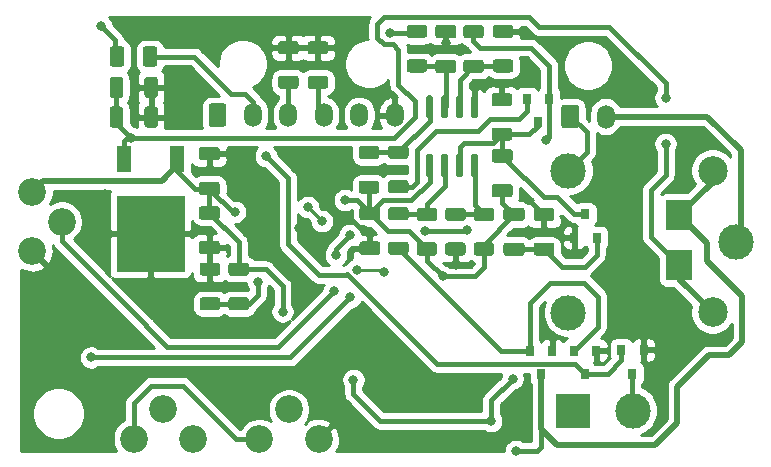
<source format=gbr>
G04 #@! TF.GenerationSoftware,KiCad,Pcbnew,(5.1.8)-1*
G04 #@! TF.CreationDate,2021-04-25T20:11:44+02:00*
G04 #@! TF.ProjectId,FSG_Reference,4653475f-5265-4666-9572-656e63652e6b,rev?*
G04 #@! TF.SameCoordinates,Original*
G04 #@! TF.FileFunction,Copper,L2,Bot*
G04 #@! TF.FilePolarity,Positive*
%FSLAX46Y46*%
G04 Gerber Fmt 4.6, Leading zero omitted, Abs format (unit mm)*
G04 Created by KiCad (PCBNEW (5.1.8)-1) date 2021-04-25 20:11:44*
%MOMM*%
%LPD*%
G01*
G04 APERTURE LIST*
G04 #@! TA.AperFunction,SMDPad,CuDef*
%ADD10R,5.800000X6.400000*%
G04 #@! TD*
G04 #@! TA.AperFunction,SMDPad,CuDef*
%ADD11R,1.200000X2.200000*%
G04 #@! TD*
G04 #@! TA.AperFunction,ComponentPad*
%ADD12O,1.500000X2.020000*%
G04 #@! TD*
G04 #@! TA.AperFunction,SMDPad,CuDef*
%ADD13R,2.300000X2.500000*%
G04 #@! TD*
G04 #@! TA.AperFunction,ComponentPad*
%ADD14C,3.000000*%
G04 #@! TD*
G04 #@! TA.AperFunction,ComponentPad*
%ADD15R,3.000000X3.000000*%
G04 #@! TD*
G04 #@! TA.AperFunction,SMDPad,CuDef*
%ADD16R,0.800000X0.900000*%
G04 #@! TD*
G04 #@! TA.AperFunction,ComponentPad*
%ADD17C,2.340000*%
G04 #@! TD*
G04 #@! TA.AperFunction,ComponentPad*
%ADD18C,2.500000*%
G04 #@! TD*
G04 #@! TA.AperFunction,ViaPad*
%ADD19C,0.800000*%
G04 #@! TD*
G04 #@! TA.AperFunction,Conductor*
%ADD20C,0.400000*%
G04 #@! TD*
G04 #@! TA.AperFunction,Conductor*
%ADD21C,0.500000*%
G04 #@! TD*
G04 #@! TA.AperFunction,Conductor*
%ADD22C,0.250000*%
G04 #@! TD*
G04 #@! TA.AperFunction,Conductor*
%ADD23C,2.000000*%
G04 #@! TD*
G04 #@! TA.AperFunction,Conductor*
%ADD24C,0.254000*%
G04 #@! TD*
G04 #@! TA.AperFunction,Conductor*
%ADD25C,0.100000*%
G04 #@! TD*
G04 APERTURE END LIST*
G04 #@! TA.AperFunction,SMDPad,CuDef*
G36*
G01*
X94224001Y-152465200D02*
X92973999Y-152465200D01*
G75*
G02*
X92724000Y-152215201I0J249999D01*
G01*
X92724000Y-151590199D01*
G75*
G02*
X92973999Y-151340200I249999J0D01*
G01*
X94224001Y-151340200D01*
G75*
G02*
X94474000Y-151590199I0J-249999D01*
G01*
X94474000Y-152215201D01*
G75*
G02*
X94224001Y-152465200I-249999J0D01*
G01*
G37*
G04 #@! TD.AperFunction*
G04 #@! TA.AperFunction,SMDPad,CuDef*
G36*
G01*
X94224001Y-155390200D02*
X92973999Y-155390200D01*
G75*
G02*
X92724000Y-155140201I0J249999D01*
G01*
X92724000Y-154515199D01*
G75*
G02*
X92973999Y-154265200I249999J0D01*
G01*
X94224001Y-154265200D01*
G75*
G02*
X94474000Y-154515199I0J-249999D01*
G01*
X94474000Y-155140201D01*
G75*
G02*
X94224001Y-155390200I-249999J0D01*
G01*
G37*
G04 #@! TD.AperFunction*
D10*
X75107800Y-158775400D03*
D11*
X77387800Y-152475400D03*
X72827800Y-152475400D03*
D12*
X113641000Y-148846000D03*
G04 #@! TA.AperFunction,ComponentPad*
G36*
G01*
X109891000Y-149606000D02*
X109891000Y-148086000D01*
G75*
G02*
X110141000Y-147836000I250000J0D01*
G01*
X111141000Y-147836000D01*
G75*
G02*
X111391000Y-148086000I0J-250000D01*
G01*
X111391000Y-149606000D01*
G75*
G02*
X111141000Y-149856000I-250000J0D01*
G01*
X110141000Y-149856000D01*
G75*
G02*
X109891000Y-149606000I0J250000D01*
G01*
G37*
G04 #@! TD.AperFunction*
X95772000Y-148717000D03*
X92772000Y-148717000D03*
X89772000Y-148717000D03*
X86772000Y-148717000D03*
X83772000Y-148717000D03*
G04 #@! TA.AperFunction,ComponentPad*
G36*
G01*
X80022000Y-149477000D02*
X80022000Y-147957000D01*
G75*
G02*
X80272000Y-147707000I250000J0D01*
G01*
X81272000Y-147707000D01*
G75*
G02*
X81522000Y-147957000I0J-250000D01*
G01*
X81522000Y-149477000D01*
G75*
G02*
X81272000Y-149727000I-250000J0D01*
G01*
X80272000Y-149727000D01*
G75*
G02*
X80022000Y-149477000I0J250000D01*
G01*
G37*
G04 #@! TD.AperFunction*
D13*
X119888000Y-157149800D03*
X119888000Y-161449800D03*
G04 #@! TA.AperFunction,SMDPad,CuDef*
G36*
G01*
X74585400Y-149544801D02*
X74585400Y-148244799D01*
G75*
G02*
X74835399Y-147994800I249999J0D01*
G01*
X75485401Y-147994800D01*
G75*
G02*
X75735400Y-148244799I0J-249999D01*
G01*
X75735400Y-149544801D01*
G75*
G02*
X75485401Y-149794800I-249999J0D01*
G01*
X74835399Y-149794800D01*
G75*
G02*
X74585400Y-149544801I0J249999D01*
G01*
G37*
G04 #@! TD.AperFunction*
G04 #@! TA.AperFunction,SMDPad,CuDef*
G36*
G01*
X71635400Y-149544801D02*
X71635400Y-148244799D01*
G75*
G02*
X71885399Y-147994800I249999J0D01*
G01*
X72535401Y-147994800D01*
G75*
G02*
X72785400Y-148244799I0J-249999D01*
G01*
X72785400Y-149544801D01*
G75*
G02*
X72535401Y-149794800I-249999J0D01*
G01*
X71885399Y-149794800D01*
G75*
G02*
X71635400Y-149544801I0J249999D01*
G01*
G37*
G04 #@! TD.AperFunction*
D14*
X115951000Y-173736000D03*
D15*
X110871000Y-173736000D03*
D16*
X115910400Y-170605200D03*
X116860400Y-168605200D03*
X114960400Y-168605200D03*
G04 #@! TA.AperFunction,SMDPad,CuDef*
G36*
G01*
X79436199Y-159372400D02*
X80736201Y-159372400D01*
G75*
G02*
X80986200Y-159622399I0J-249999D01*
G01*
X80986200Y-160272401D01*
G75*
G02*
X80736201Y-160522400I-249999J0D01*
G01*
X79436199Y-160522400D01*
G75*
G02*
X79186200Y-160272401I0J249999D01*
G01*
X79186200Y-159622399D01*
G75*
G02*
X79436199Y-159372400I249999J0D01*
G01*
G37*
G04 #@! TD.AperFunction*
G04 #@! TA.AperFunction,SMDPad,CuDef*
G36*
G01*
X79436199Y-156422400D02*
X80736201Y-156422400D01*
G75*
G02*
X80986200Y-156672399I0J-249999D01*
G01*
X80986200Y-157322401D01*
G75*
G02*
X80736201Y-157572400I-249999J0D01*
G01*
X79436199Y-157572400D01*
G75*
G02*
X79186200Y-157322401I0J249999D01*
G01*
X79186200Y-156672399D01*
G75*
G02*
X79436199Y-156422400I249999J0D01*
G01*
G37*
G04 #@! TD.AperFunction*
D17*
X65087500Y-155257500D03*
X67587500Y-157757500D03*
X65087500Y-160257500D03*
G04 #@! TA.AperFunction,SMDPad,CuDef*
G36*
G01*
X99126201Y-157697600D02*
X97876199Y-157697600D01*
G75*
G02*
X97626200Y-157447601I0J249999D01*
G01*
X97626200Y-156822599D01*
G75*
G02*
X97876199Y-156572600I249999J0D01*
G01*
X99126201Y-156572600D01*
G75*
G02*
X99376200Y-156822599I0J-249999D01*
G01*
X99376200Y-157447601D01*
G75*
G02*
X99126201Y-157697600I-249999J0D01*
G01*
G37*
G04 #@! TD.AperFunction*
G04 #@! TA.AperFunction,SMDPad,CuDef*
G36*
G01*
X99126201Y-160622600D02*
X97876199Y-160622600D01*
G75*
G02*
X97626200Y-160372601I0J249999D01*
G01*
X97626200Y-159747599D01*
G75*
G02*
X97876199Y-159497600I249999J0D01*
G01*
X99126201Y-159497600D01*
G75*
G02*
X99376200Y-159747599I0J-249999D01*
G01*
X99376200Y-160372601D01*
G75*
G02*
X99126201Y-160622600I-249999J0D01*
G01*
G37*
G04 #@! TD.AperFunction*
G04 #@! TA.AperFunction,SMDPad,CuDef*
G36*
G01*
X105476201Y-147980100D02*
X104226199Y-147980100D01*
G75*
G02*
X103976200Y-147730101I0J249999D01*
G01*
X103976200Y-147105099D01*
G75*
G02*
X104226199Y-146855100I249999J0D01*
G01*
X105476201Y-146855100D01*
G75*
G02*
X105726200Y-147105099I0J-249999D01*
G01*
X105726200Y-147730101D01*
G75*
G02*
X105476201Y-147980100I-249999J0D01*
G01*
G37*
G04 #@! TD.AperFunction*
G04 #@! TA.AperFunction,SMDPad,CuDef*
G36*
G01*
X105476201Y-150905100D02*
X104226199Y-150905100D01*
G75*
G02*
X103976200Y-150655101I0J249999D01*
G01*
X103976200Y-150030099D01*
G75*
G02*
X104226199Y-149780100I249999J0D01*
G01*
X105476201Y-149780100D01*
G75*
G02*
X105726200Y-150030099I0J-249999D01*
G01*
X105726200Y-150655101D01*
G75*
G02*
X105476201Y-150905100I-249999J0D01*
G01*
G37*
G04 #@! TD.AperFunction*
G04 #@! TA.AperFunction,SMDPad,CuDef*
G36*
G01*
X100289199Y-159497600D02*
X101539201Y-159497600D01*
G75*
G02*
X101789200Y-159747599I0J-249999D01*
G01*
X101789200Y-160372601D01*
G75*
G02*
X101539201Y-160622600I-249999J0D01*
G01*
X100289199Y-160622600D01*
G75*
G02*
X100039200Y-160372601I0J249999D01*
G01*
X100039200Y-159747599D01*
G75*
G02*
X100289199Y-159497600I249999J0D01*
G01*
G37*
G04 #@! TD.AperFunction*
G04 #@! TA.AperFunction,SMDPad,CuDef*
G36*
G01*
X100289199Y-156572600D02*
X101539201Y-156572600D01*
G75*
G02*
X101789200Y-156822599I0J-249999D01*
G01*
X101789200Y-157447601D01*
G75*
G02*
X101539201Y-157697600I-249999J0D01*
G01*
X100289199Y-157697600D01*
G75*
G02*
X100039200Y-157447601I0J249999D01*
G01*
X100039200Y-156822599D01*
G75*
G02*
X100289199Y-156572600I249999J0D01*
G01*
G37*
G04 #@! TD.AperFunction*
G04 #@! TA.AperFunction,SMDPad,CuDef*
G36*
G01*
X103952201Y-157695600D02*
X102702199Y-157695600D01*
G75*
G02*
X102452200Y-157445601I0J249999D01*
G01*
X102452200Y-156820599D01*
G75*
G02*
X102702199Y-156570600I249999J0D01*
G01*
X103952201Y-156570600D01*
G75*
G02*
X104202200Y-156820599I0J-249999D01*
G01*
X104202200Y-157445601D01*
G75*
G02*
X103952201Y-157695600I-249999J0D01*
G01*
G37*
G04 #@! TD.AperFunction*
G04 #@! TA.AperFunction,SMDPad,CuDef*
G36*
G01*
X103952201Y-160620600D02*
X102702199Y-160620600D01*
G75*
G02*
X102452200Y-160370601I0J249999D01*
G01*
X102452200Y-159745599D01*
G75*
G02*
X102702199Y-159495600I249999J0D01*
G01*
X103952201Y-159495600D01*
G75*
G02*
X104202200Y-159745599I0J-249999D01*
G01*
X104202200Y-160370601D01*
G75*
G02*
X103952201Y-160620600I-249999J0D01*
G01*
G37*
G04 #@! TD.AperFunction*
G04 #@! TA.AperFunction,SMDPad,CuDef*
G36*
G01*
X105577801Y-142192900D02*
X104327799Y-142192900D01*
G75*
G02*
X104077800Y-141942901I0J249999D01*
G01*
X104077800Y-141317899D01*
G75*
G02*
X104327799Y-141067900I249999J0D01*
G01*
X105577801Y-141067900D01*
G75*
G02*
X105827800Y-141317899I0J-249999D01*
G01*
X105827800Y-141942901D01*
G75*
G02*
X105577801Y-142192900I-249999J0D01*
G01*
G37*
G04 #@! TD.AperFunction*
G04 #@! TA.AperFunction,SMDPad,CuDef*
G36*
G01*
X105577801Y-145117900D02*
X104327799Y-145117900D01*
G75*
G02*
X104077800Y-144867901I0J249999D01*
G01*
X104077800Y-144242899D01*
G75*
G02*
X104327799Y-143992900I249999J0D01*
G01*
X105577801Y-143992900D01*
G75*
G02*
X105827800Y-144242899I0J-249999D01*
G01*
X105827800Y-144867901D01*
G75*
G02*
X105577801Y-145117900I-249999J0D01*
G01*
G37*
G04 #@! TD.AperFunction*
G04 #@! TA.AperFunction,SMDPad,CuDef*
G36*
G01*
X101825899Y-144018300D02*
X103075901Y-144018300D01*
G75*
G02*
X103325900Y-144268299I0J-249999D01*
G01*
X103325900Y-144893301D01*
G75*
G02*
X103075901Y-145143300I-249999J0D01*
G01*
X101825899Y-145143300D01*
G75*
G02*
X101575900Y-144893301I0J249999D01*
G01*
X101575900Y-144268299D01*
G75*
G02*
X101825899Y-144018300I249999J0D01*
G01*
G37*
G04 #@! TD.AperFunction*
G04 #@! TA.AperFunction,SMDPad,CuDef*
G36*
G01*
X101825899Y-141093300D02*
X103075901Y-141093300D01*
G75*
G02*
X103325900Y-141343299I0J-249999D01*
G01*
X103325900Y-141968301D01*
G75*
G02*
X103075901Y-142218300I-249999J0D01*
G01*
X101825899Y-142218300D01*
G75*
G02*
X101575900Y-141968301I0J249999D01*
G01*
X101575900Y-141343299D01*
G75*
G02*
X101825899Y-141093300I249999J0D01*
G01*
G37*
G04 #@! TD.AperFunction*
G04 #@! TA.AperFunction,SMDPad,CuDef*
G36*
G01*
X109044901Y-157710300D02*
X107794899Y-157710300D01*
G75*
G02*
X107544900Y-157460301I0J249999D01*
G01*
X107544900Y-156835299D01*
G75*
G02*
X107794899Y-156585300I249999J0D01*
G01*
X109044901Y-156585300D01*
G75*
G02*
X109294900Y-156835299I0J-249999D01*
G01*
X109294900Y-157460301D01*
G75*
G02*
X109044901Y-157710300I-249999J0D01*
G01*
G37*
G04 #@! TD.AperFunction*
G04 #@! TA.AperFunction,SMDPad,CuDef*
G36*
G01*
X109044901Y-160635300D02*
X107794899Y-160635300D01*
G75*
G02*
X107544900Y-160385301I0J249999D01*
G01*
X107544900Y-159760299D01*
G75*
G02*
X107794899Y-159510300I249999J0D01*
G01*
X109044901Y-159510300D01*
G75*
G02*
X109294900Y-159760299I0J-249999D01*
G01*
X109294900Y-160385301D01*
G75*
G02*
X109044901Y-160635300I-249999J0D01*
G01*
G37*
G04 #@! TD.AperFunction*
G04 #@! TA.AperFunction,SMDPad,CuDef*
G36*
G01*
X98288001Y-142192900D02*
X97037999Y-142192900D01*
G75*
G02*
X96788000Y-141942901I0J249999D01*
G01*
X96788000Y-141317899D01*
G75*
G02*
X97037999Y-141067900I249999J0D01*
G01*
X98288001Y-141067900D01*
G75*
G02*
X98538000Y-141317899I0J-249999D01*
G01*
X98538000Y-141942901D01*
G75*
G02*
X98288001Y-142192900I-249999J0D01*
G01*
G37*
G04 #@! TD.AperFunction*
G04 #@! TA.AperFunction,SMDPad,CuDef*
G36*
G01*
X98288001Y-145117900D02*
X97037999Y-145117900D01*
G75*
G02*
X96788000Y-144867901I0J249999D01*
G01*
X96788000Y-144242899D01*
G75*
G02*
X97037999Y-143992900I249999J0D01*
G01*
X98288001Y-143992900D01*
G75*
G02*
X98538000Y-144242899I0J-249999D01*
G01*
X98538000Y-144867901D01*
G75*
G02*
X98288001Y-145117900I-249999J0D01*
G01*
G37*
G04 #@! TD.AperFunction*
G04 #@! TA.AperFunction,SMDPad,CuDef*
G36*
G01*
X80762001Y-162335100D02*
X79511999Y-162335100D01*
G75*
G02*
X79262000Y-162085101I0J249999D01*
G01*
X79262000Y-161460099D01*
G75*
G02*
X79511999Y-161210100I249999J0D01*
G01*
X80762001Y-161210100D01*
G75*
G02*
X81012000Y-161460099I0J-249999D01*
G01*
X81012000Y-162085101D01*
G75*
G02*
X80762001Y-162335100I-249999J0D01*
G01*
G37*
G04 #@! TD.AperFunction*
G04 #@! TA.AperFunction,SMDPad,CuDef*
G36*
G01*
X80762001Y-165260100D02*
X79511999Y-165260100D01*
G75*
G02*
X79262000Y-165010101I0J249999D01*
G01*
X79262000Y-164385099D01*
G75*
G02*
X79511999Y-164135100I249999J0D01*
G01*
X80762001Y-164135100D01*
G75*
G02*
X81012000Y-164385099I0J-249999D01*
G01*
X81012000Y-165010101D01*
G75*
G02*
X80762001Y-165260100I-249999J0D01*
G01*
G37*
G04 #@! TD.AperFunction*
G04 #@! TA.AperFunction,SMDPad,CuDef*
G36*
G01*
X81950399Y-164135100D02*
X83200401Y-164135100D01*
G75*
G02*
X83450400Y-164385099I0J-249999D01*
G01*
X83450400Y-165010101D01*
G75*
G02*
X83200401Y-165260100I-249999J0D01*
G01*
X81950399Y-165260100D01*
G75*
G02*
X81700400Y-165010101I0J249999D01*
G01*
X81700400Y-164385099D01*
G75*
G02*
X81950399Y-164135100I249999J0D01*
G01*
G37*
G04 #@! TD.AperFunction*
G04 #@! TA.AperFunction,SMDPad,CuDef*
G36*
G01*
X81950399Y-161210100D02*
X83200401Y-161210100D01*
G75*
G02*
X83450400Y-161460099I0J-249999D01*
G01*
X83450400Y-162085101D01*
G75*
G02*
X83200401Y-162335100I-249999J0D01*
G01*
X81950399Y-162335100D01*
G75*
G02*
X81700400Y-162085101I0J249999D01*
G01*
X81700400Y-161460099D01*
G75*
G02*
X81950399Y-161210100I249999J0D01*
G01*
G37*
G04 #@! TD.AperFunction*
G04 #@! TA.AperFunction,SMDPad,CuDef*
G36*
G01*
X89906001Y-143585900D02*
X88655999Y-143585900D01*
G75*
G02*
X88406000Y-143335901I0J249999D01*
G01*
X88406000Y-142710899D01*
G75*
G02*
X88655999Y-142460900I249999J0D01*
G01*
X89906001Y-142460900D01*
G75*
G02*
X90156000Y-142710899I0J-249999D01*
G01*
X90156000Y-143335901D01*
G75*
G02*
X89906001Y-143585900I-249999J0D01*
G01*
G37*
G04 #@! TD.AperFunction*
G04 #@! TA.AperFunction,SMDPad,CuDef*
G36*
G01*
X89906001Y-146510900D02*
X88655999Y-146510900D01*
G75*
G02*
X88406000Y-146260901I0J249999D01*
G01*
X88406000Y-145635899D01*
G75*
G02*
X88655999Y-145385900I249999J0D01*
G01*
X89906001Y-145385900D01*
G75*
G02*
X90156000Y-145635899I0J-249999D01*
G01*
X90156000Y-146260901D01*
G75*
G02*
X89906001Y-146510900I-249999J0D01*
G01*
G37*
G04 #@! TD.AperFunction*
G04 #@! TA.AperFunction,SMDPad,CuDef*
G36*
G01*
X87391401Y-143585900D02*
X86141399Y-143585900D01*
G75*
G02*
X85891400Y-143335901I0J249999D01*
G01*
X85891400Y-142710899D01*
G75*
G02*
X86141399Y-142460900I249999J0D01*
G01*
X87391401Y-142460900D01*
G75*
G02*
X87641400Y-142710899I0J-249999D01*
G01*
X87641400Y-143335901D01*
G75*
G02*
X87391401Y-143585900I-249999J0D01*
G01*
G37*
G04 #@! TD.AperFunction*
G04 #@! TA.AperFunction,SMDPad,CuDef*
G36*
G01*
X87391401Y-146510900D02*
X86141399Y-146510900D01*
G75*
G02*
X85891400Y-146260901I0J249999D01*
G01*
X85891400Y-145635899D01*
G75*
G02*
X86141399Y-145385900I249999J0D01*
G01*
X87391401Y-145385900D01*
G75*
G02*
X87641400Y-145635899I0J-249999D01*
G01*
X87641400Y-146260901D01*
G75*
G02*
X87391401Y-146510900I-249999J0D01*
G01*
G37*
G04 #@! TD.AperFunction*
G04 #@! TA.AperFunction,SMDPad,CuDef*
G36*
G01*
X105526601Y-152746400D02*
X104226599Y-152746400D01*
G75*
G02*
X103976600Y-152496401I0J249999D01*
G01*
X103976600Y-151846399D01*
G75*
G02*
X104226599Y-151596400I249999J0D01*
G01*
X105526601Y-151596400D01*
G75*
G02*
X105776600Y-151846399I0J-249999D01*
G01*
X105776600Y-152496401D01*
G75*
G02*
X105526601Y-152746400I-249999J0D01*
G01*
G37*
G04 #@! TD.AperFunction*
G04 #@! TA.AperFunction,SMDPad,CuDef*
G36*
G01*
X105526601Y-155696400D02*
X104226599Y-155696400D01*
G75*
G02*
X103976600Y-155446401I0J249999D01*
G01*
X103976600Y-154796399D01*
G75*
G02*
X104226599Y-154546400I249999J0D01*
G01*
X105526601Y-154546400D01*
G75*
G02*
X105776600Y-154796399I0J-249999D01*
G01*
X105776600Y-155446401D01*
G75*
G02*
X105526601Y-155696400I-249999J0D01*
G01*
G37*
G04 #@! TD.AperFunction*
G04 #@! TA.AperFunction,SMDPad,CuDef*
G36*
G01*
X80736201Y-152566800D02*
X79436199Y-152566800D01*
G75*
G02*
X79186200Y-152316801I0J249999D01*
G01*
X79186200Y-151666799D01*
G75*
G02*
X79436199Y-151416800I249999J0D01*
G01*
X80736201Y-151416800D01*
G75*
G02*
X80986200Y-151666799I0J-249999D01*
G01*
X80986200Y-152316801D01*
G75*
G02*
X80736201Y-152566800I-249999J0D01*
G01*
G37*
G04 #@! TD.AperFunction*
G04 #@! TA.AperFunction,SMDPad,CuDef*
G36*
G01*
X80736201Y-155516800D02*
X79436199Y-155516800D01*
G75*
G02*
X79186200Y-155266801I0J249999D01*
G01*
X79186200Y-154616799D01*
G75*
G02*
X79436199Y-154366800I249999J0D01*
G01*
X80736201Y-154366800D01*
G75*
G02*
X80986200Y-154616799I0J-249999D01*
G01*
X80986200Y-155266801D01*
G75*
G02*
X80736201Y-155516800I-249999J0D01*
G01*
G37*
G04 #@! TD.AperFunction*
G04 #@! TA.AperFunction,SMDPad,CuDef*
G36*
G01*
X100751401Y-142230800D02*
X99451399Y-142230800D01*
G75*
G02*
X99201400Y-141980801I0J249999D01*
G01*
X99201400Y-141330799D01*
G75*
G02*
X99451399Y-141080800I249999J0D01*
G01*
X100751401Y-141080800D01*
G75*
G02*
X101001400Y-141330799I0J-249999D01*
G01*
X101001400Y-141980801D01*
G75*
G02*
X100751401Y-142230800I-249999J0D01*
G01*
G37*
G04 #@! TD.AperFunction*
G04 #@! TA.AperFunction,SMDPad,CuDef*
G36*
G01*
X100751401Y-145180800D02*
X99451399Y-145180800D01*
G75*
G02*
X99201400Y-144930801I0J249999D01*
G01*
X99201400Y-144280799D01*
G75*
G02*
X99451399Y-144030800I249999J0D01*
G01*
X100751401Y-144030800D01*
G75*
G02*
X101001400Y-144280799I0J-249999D01*
G01*
X101001400Y-144930801D01*
G75*
G02*
X100751401Y-145180800I-249999J0D01*
G01*
G37*
G04 #@! TD.AperFunction*
G04 #@! TA.AperFunction,SMDPad,CuDef*
G36*
G01*
X74585400Y-147030201D02*
X74585400Y-145730199D01*
G75*
G02*
X74835399Y-145480200I249999J0D01*
G01*
X75485401Y-145480200D01*
G75*
G02*
X75735400Y-145730199I0J-249999D01*
G01*
X75735400Y-147030201D01*
G75*
G02*
X75485401Y-147280200I-249999J0D01*
G01*
X74835399Y-147280200D01*
G75*
G02*
X74585400Y-147030201I0J249999D01*
G01*
G37*
G04 #@! TD.AperFunction*
G04 #@! TA.AperFunction,SMDPad,CuDef*
G36*
G01*
X71635400Y-147030201D02*
X71635400Y-145730199D01*
G75*
G02*
X71885399Y-145480200I249999J0D01*
G01*
X72535401Y-145480200D01*
G75*
G02*
X72785400Y-145730199I0J-249999D01*
G01*
X72785400Y-147030201D01*
G75*
G02*
X72535401Y-147280200I-249999J0D01*
G01*
X71885399Y-147280200D01*
G75*
G02*
X71635400Y-147030201I0J249999D01*
G01*
G37*
G04 #@! TD.AperFunction*
G04 #@! TA.AperFunction,SMDPad,CuDef*
G36*
G01*
X98579800Y-152009200D02*
X98879800Y-152009200D01*
G75*
G02*
X99029800Y-152159200I0J-150000D01*
G01*
X99029800Y-153809200D01*
G75*
G02*
X98879800Y-153959200I-150000J0D01*
G01*
X98579800Y-153959200D01*
G75*
G02*
X98429800Y-153809200I0J150000D01*
G01*
X98429800Y-152159200D01*
G75*
G02*
X98579800Y-152009200I150000J0D01*
G01*
G37*
G04 #@! TD.AperFunction*
G04 #@! TA.AperFunction,SMDPad,CuDef*
G36*
G01*
X99849800Y-152009200D02*
X100149800Y-152009200D01*
G75*
G02*
X100299800Y-152159200I0J-150000D01*
G01*
X100299800Y-153809200D01*
G75*
G02*
X100149800Y-153959200I-150000J0D01*
G01*
X99849800Y-153959200D01*
G75*
G02*
X99699800Y-153809200I0J150000D01*
G01*
X99699800Y-152159200D01*
G75*
G02*
X99849800Y-152009200I150000J0D01*
G01*
G37*
G04 #@! TD.AperFunction*
G04 #@! TA.AperFunction,SMDPad,CuDef*
G36*
G01*
X101119800Y-152009200D02*
X101419800Y-152009200D01*
G75*
G02*
X101569800Y-152159200I0J-150000D01*
G01*
X101569800Y-153809200D01*
G75*
G02*
X101419800Y-153959200I-150000J0D01*
G01*
X101119800Y-153959200D01*
G75*
G02*
X100969800Y-153809200I0J150000D01*
G01*
X100969800Y-152159200D01*
G75*
G02*
X101119800Y-152009200I150000J0D01*
G01*
G37*
G04 #@! TD.AperFunction*
G04 #@! TA.AperFunction,SMDPad,CuDef*
G36*
G01*
X102389800Y-152009200D02*
X102689800Y-152009200D01*
G75*
G02*
X102839800Y-152159200I0J-150000D01*
G01*
X102839800Y-153809200D01*
G75*
G02*
X102689800Y-153959200I-150000J0D01*
G01*
X102389800Y-153959200D01*
G75*
G02*
X102239800Y-153809200I0J150000D01*
G01*
X102239800Y-152159200D01*
G75*
G02*
X102389800Y-152009200I150000J0D01*
G01*
G37*
G04 #@! TD.AperFunction*
G04 #@! TA.AperFunction,SMDPad,CuDef*
G36*
G01*
X102389800Y-147059200D02*
X102689800Y-147059200D01*
G75*
G02*
X102839800Y-147209200I0J-150000D01*
G01*
X102839800Y-148859200D01*
G75*
G02*
X102689800Y-149009200I-150000J0D01*
G01*
X102389800Y-149009200D01*
G75*
G02*
X102239800Y-148859200I0J150000D01*
G01*
X102239800Y-147209200D01*
G75*
G02*
X102389800Y-147059200I150000J0D01*
G01*
G37*
G04 #@! TD.AperFunction*
G04 #@! TA.AperFunction,SMDPad,CuDef*
G36*
G01*
X101119800Y-147059200D02*
X101419800Y-147059200D01*
G75*
G02*
X101569800Y-147209200I0J-150000D01*
G01*
X101569800Y-148859200D01*
G75*
G02*
X101419800Y-149009200I-150000J0D01*
G01*
X101119800Y-149009200D01*
G75*
G02*
X100969800Y-148859200I0J150000D01*
G01*
X100969800Y-147209200D01*
G75*
G02*
X101119800Y-147059200I150000J0D01*
G01*
G37*
G04 #@! TD.AperFunction*
G04 #@! TA.AperFunction,SMDPad,CuDef*
G36*
G01*
X99849800Y-147059200D02*
X100149800Y-147059200D01*
G75*
G02*
X100299800Y-147209200I0J-150000D01*
G01*
X100299800Y-148859200D01*
G75*
G02*
X100149800Y-149009200I-150000J0D01*
G01*
X99849800Y-149009200D01*
G75*
G02*
X99699800Y-148859200I0J150000D01*
G01*
X99699800Y-147209200D01*
G75*
G02*
X99849800Y-147059200I150000J0D01*
G01*
G37*
G04 #@! TD.AperFunction*
G04 #@! TA.AperFunction,SMDPad,CuDef*
G36*
G01*
X98579800Y-147059200D02*
X98879800Y-147059200D01*
G75*
G02*
X99029800Y-147209200I0J-150000D01*
G01*
X99029800Y-148859200D01*
G75*
G02*
X98879800Y-149009200I-150000J0D01*
G01*
X98579800Y-149009200D01*
G75*
G02*
X98429800Y-148859200I0J150000D01*
G01*
X98429800Y-147209200D01*
G75*
G02*
X98579800Y-147059200I150000J0D01*
G01*
G37*
G04 #@! TD.AperFunction*
X84328000Y-176149000D03*
X86828000Y-173649000D03*
X89328000Y-176149000D03*
G04 #@! TA.AperFunction,SMDPad,CuDef*
G36*
G01*
X96713201Y-157634100D02*
X95463199Y-157634100D01*
G75*
G02*
X95213200Y-157384101I0J249999D01*
G01*
X95213200Y-156759099D01*
G75*
G02*
X95463199Y-156509100I249999J0D01*
G01*
X96713201Y-156509100D01*
G75*
G02*
X96963200Y-156759099I0J-249999D01*
G01*
X96963200Y-157384101D01*
G75*
G02*
X96713201Y-157634100I-249999J0D01*
G01*
G37*
G04 #@! TD.AperFunction*
G04 #@! TA.AperFunction,SMDPad,CuDef*
G36*
G01*
X96713201Y-160559100D02*
X95463199Y-160559100D01*
G75*
G02*
X95213200Y-160309101I0J249999D01*
G01*
X95213200Y-159684099D01*
G75*
G02*
X95463199Y-159434100I249999J0D01*
G01*
X96713201Y-159434100D01*
G75*
G02*
X96963200Y-159684099I0J-249999D01*
G01*
X96963200Y-160309101D01*
G75*
G02*
X96713201Y-160559100I-249999J0D01*
G01*
G37*
G04 #@! TD.AperFunction*
G04 #@! TA.AperFunction,SMDPad,CuDef*
G36*
G01*
X96713201Y-152429100D02*
X95463199Y-152429100D01*
G75*
G02*
X95213200Y-152179101I0J249999D01*
G01*
X95213200Y-151554099D01*
G75*
G02*
X95463199Y-151304100I249999J0D01*
G01*
X96713201Y-151304100D01*
G75*
G02*
X96963200Y-151554099I0J-249999D01*
G01*
X96963200Y-152179101D01*
G75*
G02*
X96713201Y-152429100I-249999J0D01*
G01*
G37*
G04 #@! TD.AperFunction*
G04 #@! TA.AperFunction,SMDPad,CuDef*
G36*
G01*
X96713201Y-155354100D02*
X95463199Y-155354100D01*
G75*
G02*
X95213200Y-155104101I0J249999D01*
G01*
X95213200Y-154479099D01*
G75*
G02*
X95463199Y-154229100I249999J0D01*
G01*
X96713201Y-154229100D01*
G75*
G02*
X96963200Y-154479099I0J-249999D01*
G01*
X96963200Y-155104101D01*
G75*
G02*
X96713201Y-155354100I-249999J0D01*
G01*
G37*
G04 #@! TD.AperFunction*
D16*
X108178600Y-170672000D03*
X109128600Y-168672000D03*
X107228600Y-168672000D03*
X107899200Y-149336000D03*
X108849200Y-147336000D03*
X106949200Y-147336000D03*
X111927600Y-157105600D03*
X110977600Y-159105600D03*
X112877600Y-159105600D03*
D14*
X124640000Y-159466000D03*
D18*
X122690000Y-165416000D03*
D14*
X110440000Y-165466000D03*
X110490000Y-153416000D03*
D18*
X122690000Y-153416000D03*
G04 #@! TA.AperFunction,SMDPad,CuDef*
G36*
G01*
X74438000Y-144389000D02*
X74438000Y-143139000D01*
G75*
G02*
X74688000Y-142889000I250000J0D01*
G01*
X75438000Y-142889000D01*
G75*
G02*
X75688000Y-143139000I0J-250000D01*
G01*
X75688000Y-144389000D01*
G75*
G02*
X75438000Y-144639000I-250000J0D01*
G01*
X74688000Y-144639000D01*
G75*
G02*
X74438000Y-144389000I0J250000D01*
G01*
G37*
G04 #@! TD.AperFunction*
G04 #@! TA.AperFunction,SMDPad,CuDef*
G36*
G01*
X71638000Y-144389000D02*
X71638000Y-143139000D01*
G75*
G02*
X71888000Y-142889000I250000J0D01*
G01*
X72638000Y-142889000D01*
G75*
G02*
X72888000Y-143139000I0J-250000D01*
G01*
X72888000Y-144389000D01*
G75*
G02*
X72638000Y-144639000I-250000J0D01*
G01*
X71888000Y-144639000D01*
G75*
G02*
X71638000Y-144389000I0J250000D01*
G01*
G37*
G04 #@! TD.AperFunction*
G04 #@! TA.AperFunction,SMDPad,CuDef*
G36*
G01*
X93025199Y-159421400D02*
X94325201Y-159421400D01*
G75*
G02*
X94575200Y-159671399I0J-249999D01*
G01*
X94575200Y-160321401D01*
G75*
G02*
X94325201Y-160571400I-249999J0D01*
G01*
X93025199Y-160571400D01*
G75*
G02*
X92775200Y-160321401I0J249999D01*
G01*
X92775200Y-159671399D01*
G75*
G02*
X93025199Y-159421400I249999J0D01*
G01*
G37*
G04 #@! TD.AperFunction*
G04 #@! TA.AperFunction,SMDPad,CuDef*
G36*
G01*
X93025199Y-156471400D02*
X94325201Y-156471400D01*
G75*
G02*
X94575200Y-156721399I0J-249999D01*
G01*
X94575200Y-157371401D01*
G75*
G02*
X94325201Y-157621400I-249999J0D01*
G01*
X93025199Y-157621400D01*
G75*
G02*
X92775200Y-157371401I0J249999D01*
G01*
X92775200Y-156721399D01*
G75*
G02*
X93025199Y-156471400I249999J0D01*
G01*
G37*
G04 #@! TD.AperFunction*
G04 #@! TA.AperFunction,SMDPad,CuDef*
G36*
G01*
X105229899Y-159510300D02*
X106529901Y-159510300D01*
G75*
G02*
X106779900Y-159760299I0J-249999D01*
G01*
X106779900Y-160410301D01*
G75*
G02*
X106529901Y-160660300I-249999J0D01*
G01*
X105229899Y-160660300D01*
G75*
G02*
X104979900Y-160410301I0J249999D01*
G01*
X104979900Y-159760299D01*
G75*
G02*
X105229899Y-159510300I249999J0D01*
G01*
G37*
G04 #@! TD.AperFunction*
G04 #@! TA.AperFunction,SMDPad,CuDef*
G36*
G01*
X105229899Y-156560300D02*
X106529901Y-156560300D01*
G75*
G02*
X106779900Y-156810299I0J-249999D01*
G01*
X106779900Y-157460301D01*
G75*
G02*
X106529901Y-157710300I-249999J0D01*
G01*
X105229899Y-157710300D01*
G75*
G02*
X104979900Y-157460301I0J249999D01*
G01*
X104979900Y-156810299D01*
G75*
G02*
X105229899Y-156560300I249999J0D01*
G01*
G37*
G04 #@! TD.AperFunction*
D17*
X73700000Y-176109000D03*
X76200000Y-173609000D03*
X78700000Y-176109000D03*
D16*
X111902200Y-170656000D03*
X112852200Y-168656000D03*
X110952200Y-168656000D03*
D19*
X69545200Y-159207200D03*
X79400400Y-146456400D03*
X89535000Y-160782000D03*
X88214200Y-163550600D03*
X88925400Y-172466000D03*
X90805000Y-171246800D03*
X97307400Y-171983400D03*
X99568000Y-171856400D03*
X108458000Y-167208200D03*
X115163600Y-163423600D03*
X76784200Y-165836600D03*
X87655400Y-158318200D03*
X84150200Y-159131000D03*
X81584800Y-166624000D03*
X71247000Y-155397200D03*
X109347000Y-143129000D03*
X121539000Y-150241000D03*
X100101400Y-142621000D03*
X106705400Y-141655800D03*
X107365800Y-145338800D03*
X107035600Y-155879800D03*
X100939600Y-161417000D03*
X93211572Y-158477028D03*
X82245200Y-156921200D03*
X103936800Y-174625000D03*
X105765600Y-171043600D03*
X92278200Y-171145200D03*
X86283800Y-165354000D03*
X108610400Y-150850600D03*
X91567000Y-155930600D03*
X99847400Y-162382200D03*
X88417400Y-156514800D03*
X89611200Y-157708600D03*
X92557600Y-161798000D03*
X94843600Y-161975800D03*
X73431400Y-150622000D03*
X118719600Y-147269200D03*
X118719600Y-151155400D03*
X70078600Y-169240200D03*
X92024200Y-164160200D03*
X98323400Y-158572200D03*
X101879400Y-158470600D03*
X95402400Y-141782800D03*
X91998800Y-158851600D03*
X90652600Y-163626800D03*
X90805000Y-160578800D03*
X106045000Y-177175000D03*
X84175600Y-162814000D03*
X84861400Y-152196800D03*
X70891400Y-141173200D03*
D20*
X93675200Y-159996400D02*
X93675200Y-158902400D01*
X93675200Y-158902400D02*
X93636944Y-158902400D01*
X92900344Y-158165800D02*
X92735400Y-158165800D01*
X92735400Y-158165800D02*
X92278200Y-157708600D01*
X92278200Y-157708600D02*
X91465400Y-157708600D01*
X89535000Y-159639000D02*
X89535000Y-160782000D01*
X91465400Y-157708600D02*
X89535000Y-159639000D01*
X100101400Y-142875000D02*
X100126800Y-142900400D01*
X100101400Y-141655800D02*
X100101400Y-142621000D01*
X100101400Y-142621000D02*
X100101400Y-142875000D01*
X107151900Y-155879800D02*
X108419900Y-157147800D01*
X107035600Y-155879800D02*
X107151900Y-155879800D01*
X93211572Y-158477028D02*
X92900344Y-158165800D01*
X93636944Y-158902400D02*
X93211572Y-158477028D01*
X77387800Y-152475400D02*
X77387800Y-153460800D01*
X78868800Y-154941800D02*
X80086200Y-154941800D01*
X77387800Y-153460800D02*
X78868800Y-154941800D01*
X80086200Y-154941800D02*
X80086200Y-156997400D01*
D21*
X77387800Y-152475400D02*
X77387800Y-152990200D01*
X77387800Y-152990200D02*
X76073000Y-154305000D01*
X66040000Y-154305000D02*
X65087500Y-155257500D01*
X76073000Y-154305000D02*
X66040000Y-154305000D01*
D20*
X73700000Y-176109000D02*
X73700000Y-173111800D01*
X73700000Y-173111800D02*
X75184000Y-171627800D01*
X75184000Y-171627800D02*
X77851000Y-171627800D01*
X82372200Y-176149000D02*
X84328000Y-176149000D01*
X77851000Y-171627800D02*
X82372200Y-176149000D01*
X82575400Y-159486600D02*
X82575400Y-161772600D01*
X80086200Y-156997400D02*
X82575400Y-159486600D01*
X82065600Y-156921200D02*
X80086200Y-154941800D01*
X82245200Y-156921200D02*
X82065600Y-156921200D01*
X103936800Y-174625000D02*
X103936800Y-172948600D01*
X105918000Y-157097200D02*
X105879900Y-157135300D01*
X103327200Y-159688000D02*
X105879900Y-157135300D01*
X103327200Y-160058100D02*
X103327200Y-159688000D01*
X104876600Y-156132000D02*
X105879900Y-157135300D01*
X104876600Y-155121400D02*
X104876600Y-156132000D01*
X102450900Y-141655800D02*
X102450900Y-142455900D01*
X102450900Y-142455900D02*
X102997000Y-143002000D01*
X102997000Y-143002000D02*
X107315000Y-143002000D01*
X108849200Y-144536200D02*
X108849200Y-147336000D01*
X107315000Y-143002000D02*
X108849200Y-144536200D01*
X93599000Y-156970200D02*
X93675200Y-157046400D01*
X93599000Y-154827700D02*
X93599000Y-156970200D01*
X94791000Y-155930600D02*
X93675200Y-157046400D01*
X97160936Y-155930600D02*
X94791000Y-155930600D01*
X98729800Y-154361736D02*
X97160936Y-155930600D01*
X98729800Y-152984200D02*
X98729800Y-154361736D01*
X93675200Y-157046400D02*
X95201000Y-158572200D01*
X97013300Y-158572200D02*
X98501200Y-160060100D01*
X95201000Y-158572200D02*
X97013300Y-158572200D01*
X103936800Y-172872400D02*
X103936800Y-172948600D01*
X105765600Y-171043600D02*
X103936800Y-172872400D01*
X86283800Y-163195000D02*
X86283800Y-165354000D01*
X84861400Y-161772600D02*
X86283800Y-163195000D01*
X82575400Y-161772600D02*
X84861400Y-161772600D01*
X108849200Y-150611800D02*
X108849200Y-147336000D01*
X108610400Y-150850600D02*
X108849200Y-150611800D01*
X92278200Y-171145200D02*
X92278200Y-172339000D01*
X94564200Y-174625000D02*
X103936800Y-174625000D01*
X92278200Y-172339000D02*
X94564200Y-174625000D01*
X92559400Y-155930600D02*
X93675200Y-157046400D01*
X91567000Y-155930600D02*
X92559400Y-155930600D01*
X98501200Y-160060100D02*
X98501200Y-161036000D01*
X98501200Y-161036000D02*
X99847400Y-162382200D01*
X99847400Y-162382200D02*
X99847400Y-162382200D01*
X103327200Y-161620200D02*
X103327200Y-160058100D01*
X102565200Y-162382200D02*
X103327200Y-161620200D01*
X99847400Y-162382200D02*
X102565200Y-162382200D01*
X100101400Y-147932600D02*
X99999800Y-148034200D01*
X100101400Y-144605800D02*
X100101400Y-147932600D01*
X100051000Y-144555400D02*
X100101400Y-144605800D01*
X97663000Y-144555400D02*
X100051000Y-144555400D01*
X112877600Y-159105600D02*
X112877600Y-160604200D01*
X112877600Y-160604200D02*
X111912400Y-161569400D01*
X109916500Y-161569400D02*
X108419900Y-160072800D01*
X111912400Y-161569400D02*
X109916500Y-161569400D01*
X105892400Y-160072800D02*
X105879900Y-160085300D01*
X108419900Y-160072800D02*
X105892400Y-160072800D01*
X107899200Y-149336000D02*
X107899200Y-149606000D01*
X107162600Y-150342600D02*
X104851200Y-150342600D01*
X107899200Y-149606000D02*
X107162600Y-150342600D01*
X104851200Y-152146000D02*
X104876600Y-152171400D01*
X104851200Y-150342600D02*
X104851200Y-152146000D01*
X101269800Y-152984200D02*
X101269800Y-151460200D01*
X101269800Y-151460200D02*
X101650800Y-151079200D01*
X104114600Y-151079200D02*
X104851200Y-150342600D01*
X101650800Y-151079200D02*
X104114600Y-151079200D01*
X111927600Y-157105600D02*
X110979200Y-157105600D01*
X110979200Y-157105600D02*
X109524800Y-155651200D01*
X109524800Y-155651200D02*
X108381800Y-155651200D01*
X108381800Y-155651200D02*
X106781600Y-154051000D01*
X106756200Y-154051000D02*
X104876600Y-152171400D01*
X106781600Y-154051000D02*
X106756200Y-154051000D01*
D22*
X88417400Y-156514800D02*
X89611200Y-157708600D01*
X94665800Y-161798000D02*
X94843600Y-161975800D01*
X92557600Y-161798000D02*
X94665800Y-161798000D01*
D20*
X73431400Y-150622000D02*
X73126600Y-150622000D01*
X72827800Y-150920800D02*
X72827800Y-152475400D01*
X73126600Y-150622000D02*
X72827800Y-150920800D01*
X72210400Y-146380200D02*
X72210400Y-148894800D01*
X72210400Y-149401000D02*
X73431400Y-150622000D01*
X72210400Y-148894800D02*
X72210400Y-149401000D01*
D21*
X119888000Y-162614000D02*
X119888000Y-161449800D01*
X122690000Y-165416000D02*
X119888000Y-162614000D01*
D20*
X118719600Y-151155400D02*
X118719600Y-153822400D01*
X118719600Y-153822400D02*
X117475000Y-155067000D01*
X117475000Y-159036800D02*
X119888000Y-161449800D01*
X117475000Y-155067000D02*
X117475000Y-159036800D01*
X95753359Y-150622000D02*
X73431400Y-150622000D01*
X97459800Y-148915559D02*
X95753359Y-150622000D01*
X118719600Y-147269200D02*
X118719600Y-146024600D01*
X94843600Y-142697200D02*
X95605600Y-142697200D01*
X96088200Y-143179800D02*
X96088200Y-146179766D01*
X118719600Y-146024600D02*
X113944400Y-141249400D01*
X107162600Y-140436600D02*
X94869000Y-140436600D01*
X113944400Y-141249400D02*
X107975400Y-141249400D01*
X107975400Y-141249400D02*
X107162600Y-140436600D01*
X94869000Y-140436600D02*
X94310200Y-140995400D01*
X94310200Y-140995400D02*
X94310200Y-142163800D01*
X94310200Y-142163800D02*
X94843600Y-142697200D01*
X95605600Y-142697200D02*
X96088200Y-143179800D01*
X96088200Y-146179766D02*
X97459800Y-147551366D01*
X97459800Y-147551366D02*
X97459800Y-148915559D01*
X86766400Y-148711400D02*
X86772000Y-148717000D01*
X86766400Y-145948400D02*
X86766400Y-148711400D01*
D23*
X110641000Y-153265000D02*
X110490000Y-153416000D01*
D20*
X110641000Y-148846000D02*
X110720600Y-148846000D01*
X110720600Y-148846000D02*
X112064800Y-150190200D01*
X112064800Y-151841200D02*
X110490000Y-153416000D01*
X112064800Y-150190200D02*
X112064800Y-151841200D01*
D21*
X125069600Y-159036400D02*
X124640000Y-159466000D01*
X125069600Y-151663400D02*
X125069600Y-159036400D01*
X122252200Y-148846000D02*
X125069600Y-151663400D01*
X113641000Y-148846000D02*
X122252200Y-148846000D01*
D20*
X106949200Y-147336000D02*
X106949200Y-148346200D01*
X106949200Y-148346200D02*
X106273600Y-149021800D01*
X106273600Y-149021800D02*
X103835200Y-149021800D01*
X103835200Y-149021800D02*
X102819200Y-150037800D01*
X102819200Y-150037800D02*
X99263200Y-150037800D01*
X99263200Y-150037800D02*
X97663000Y-151638000D01*
X97663000Y-151638000D02*
X97663000Y-154355800D01*
X97227200Y-154791600D02*
X96088200Y-154791600D01*
X97663000Y-154355800D02*
X97227200Y-154791600D01*
X104763600Y-168672000D02*
X107228600Y-168672000D01*
X96088200Y-159996600D02*
X104763600Y-168672000D01*
X107228600Y-168672000D02*
X107228600Y-164653000D01*
X107228600Y-164653000D02*
X108966000Y-162915600D01*
X108966000Y-162915600D02*
X111836200Y-162915600D01*
X111836200Y-162915600D02*
X113004600Y-164084000D01*
X113004600Y-164084000D02*
X113004600Y-166624000D01*
X110972600Y-168656000D02*
X110952200Y-168656000D01*
X113004600Y-166624000D02*
X110972600Y-168656000D01*
X70078600Y-169240200D02*
X81762600Y-169240200D01*
X86944200Y-169240200D02*
X92024200Y-164160200D01*
X81762600Y-169240200D02*
X86944200Y-169240200D01*
X101777800Y-158572200D02*
X101879400Y-158470600D01*
X98323400Y-158572200D02*
X101777800Y-158572200D01*
X97510600Y-141782800D02*
X97663000Y-141630400D01*
X95402400Y-141782800D02*
X97510600Y-141782800D01*
X102450900Y-144580800D02*
X101320600Y-145711100D01*
X101320600Y-147983400D02*
X101269800Y-148034200D01*
X101320600Y-145711100D02*
X101320600Y-147983400D01*
X102476300Y-144555400D02*
X102450900Y-144580800D01*
X104952800Y-144555400D02*
X102476300Y-144555400D01*
X102539800Y-156345700D02*
X103327200Y-157133100D01*
X102539800Y-152984200D02*
X102539800Y-156345700D01*
X103325200Y-157135100D02*
X103327200Y-157133100D01*
X100914200Y-157135100D02*
X103325200Y-157135100D01*
X98729800Y-149225000D02*
X96088200Y-151866600D01*
X98729800Y-148034200D02*
X98729800Y-149225000D01*
X93635100Y-151866600D02*
X93599000Y-151902700D01*
X96088200Y-151866600D02*
X93635100Y-151866600D01*
X98501200Y-157135100D02*
X98501200Y-156235400D01*
X99999800Y-154736800D02*
X99999800Y-152984200D01*
X98501200Y-156235400D02*
X99999800Y-154736800D01*
X98437700Y-157071600D02*
X98501200Y-157135100D01*
X96088200Y-157071600D02*
X98437700Y-157071600D01*
X67587500Y-159412129D02*
X74697771Y-166522400D01*
X67587500Y-157757500D02*
X67587500Y-159412129D01*
X74697771Y-166522400D02*
X74697771Y-166544171D01*
X74697771Y-166544171D02*
X76504800Y-168351200D01*
X85928200Y-168351200D02*
X90652600Y-163626800D01*
X76504800Y-168351200D02*
X85928200Y-168351200D01*
X90805000Y-160045400D02*
X91998800Y-158851600D01*
X90805000Y-160578800D02*
X90805000Y-160045400D01*
X108178600Y-170672000D02*
X108178600Y-176809400D01*
X107813000Y-177175000D02*
X106045000Y-177175000D01*
X108178600Y-176809400D02*
X107813000Y-177175000D01*
D21*
X122690000Y-154347800D02*
X119888000Y-157149800D01*
X122690000Y-153416000D02*
X122690000Y-154347800D01*
X122250200Y-161112200D02*
X122250200Y-159512000D01*
X125196600Y-164058600D02*
X122250200Y-161112200D01*
X124104400Y-169037000D02*
X125196600Y-167944800D01*
X122250200Y-159512000D02*
X119888000Y-157149800D01*
X119684800Y-171704000D02*
X122351800Y-169037000D01*
X125196600Y-167944800D02*
X125196600Y-164058600D01*
X119684800Y-174802800D02*
X119684800Y-171704000D01*
X117830600Y-176657000D02*
X119684800Y-174802800D01*
X122351800Y-169037000D02*
X124104400Y-169037000D01*
X109499400Y-176657000D02*
X117830600Y-176657000D01*
X108178600Y-175336200D02*
X109499400Y-176657000D01*
X108178600Y-170672000D02*
X108178600Y-175336200D01*
D20*
X89281000Y-148226000D02*
X89772000Y-148717000D01*
X89281000Y-145948400D02*
X89281000Y-148226000D01*
X80137000Y-164697600D02*
X82575400Y-164697600D01*
X82575400Y-164697600D02*
X83460400Y-164697600D01*
X84175600Y-163982400D02*
X83460400Y-164697600D01*
X84175600Y-162814000D02*
X84175600Y-163982400D01*
X115910400Y-173695400D02*
X115951000Y-173736000D01*
X115910400Y-170605200D02*
X115910400Y-173695400D01*
X111902200Y-170656000D02*
X113798600Y-170656000D01*
X114960400Y-169494200D02*
X114960400Y-168605200D01*
X113798600Y-170656000D02*
X114960400Y-169494200D01*
X111068199Y-169821999D02*
X111902200Y-170656000D01*
X99397597Y-169821999D02*
X111068199Y-169821999D01*
X91851299Y-162275701D02*
X99397597Y-169821999D01*
X91757599Y-162182001D02*
X91851299Y-162275701D01*
X89352301Y-162275701D02*
X91851299Y-162275701D01*
X86731409Y-159654809D02*
X89352301Y-162275701D01*
X86731409Y-154066809D02*
X86731409Y-159654809D01*
X84861400Y-152196800D02*
X86731409Y-154066809D01*
X70891400Y-141173200D02*
X72110600Y-142392400D01*
X72110600Y-143611600D02*
X72263000Y-143764000D01*
X72110600Y-142392400D02*
X72110600Y-143611600D01*
X83772000Y-148717000D02*
X83772000Y-148008600D01*
X75063000Y-143764000D02*
X78790800Y-143764000D01*
X78790800Y-143764000D02*
X81940400Y-146913600D01*
X81940400Y-146913600D02*
X83108800Y-146913600D01*
X83772000Y-147576800D02*
X83772000Y-148717000D01*
X83108800Y-146913600D02*
X83772000Y-147576800D01*
D24*
X66879946Y-159859718D02*
X66889865Y-159878275D01*
X66994210Y-160005420D01*
X67026074Y-160031570D01*
X73994756Y-167000254D01*
X74000135Y-167010317D01*
X74104480Y-167137462D01*
X74136348Y-167163615D01*
X75377932Y-168405200D01*
X70691885Y-168405200D01*
X70568856Y-168322995D01*
X70380498Y-168244974D01*
X70180539Y-168205200D01*
X69976661Y-168205200D01*
X69776702Y-168244974D01*
X69588344Y-168322995D01*
X69418826Y-168436263D01*
X69274663Y-168580426D01*
X69161395Y-168749944D01*
X69083374Y-168938302D01*
X69043600Y-169138261D01*
X69043600Y-169342139D01*
X69083374Y-169542098D01*
X69161395Y-169730456D01*
X69274663Y-169899974D01*
X69418826Y-170044137D01*
X69588344Y-170157405D01*
X69776702Y-170235426D01*
X69976661Y-170275200D01*
X70180539Y-170275200D01*
X70380498Y-170235426D01*
X70568856Y-170157405D01*
X70691885Y-170075200D01*
X86903182Y-170075200D01*
X86944200Y-170079240D01*
X86985218Y-170075200D01*
X86985219Y-170075200D01*
X87107889Y-170063118D01*
X87265287Y-170015372D01*
X87410346Y-169937836D01*
X87537491Y-169833491D01*
X87563646Y-169801621D01*
X92180977Y-165184292D01*
X92326098Y-165155426D01*
X92514456Y-165077405D01*
X92683974Y-164964137D01*
X92828137Y-164819974D01*
X92941405Y-164650456D01*
X92971802Y-164577071D01*
X98778156Y-170383426D01*
X98804306Y-170415290D01*
X98931451Y-170519635D01*
X99076510Y-170597171D01*
X99233908Y-170644917D01*
X99335714Y-170654944D01*
X99397597Y-170661039D01*
X99438615Y-170656999D01*
X104805459Y-170656999D01*
X104770374Y-170741702D01*
X104741508Y-170886824D01*
X103375379Y-172252954D01*
X103343509Y-172279109D01*
X103260695Y-172380019D01*
X103239164Y-172406255D01*
X103161628Y-172551314D01*
X103113882Y-172708712D01*
X103097760Y-172872400D01*
X103101800Y-172913418D01*
X103101800Y-172989619D01*
X103101801Y-172989629D01*
X103101800Y-173790000D01*
X94910068Y-173790000D01*
X93113200Y-171993133D01*
X93113200Y-171758485D01*
X93195405Y-171635456D01*
X93273426Y-171447098D01*
X93313200Y-171247139D01*
X93313200Y-171043261D01*
X93273426Y-170843302D01*
X93195405Y-170654944D01*
X93082137Y-170485426D01*
X92937974Y-170341263D01*
X92768456Y-170227995D01*
X92580098Y-170149974D01*
X92380139Y-170110200D01*
X92176261Y-170110200D01*
X91976302Y-170149974D01*
X91787944Y-170227995D01*
X91618426Y-170341263D01*
X91474263Y-170485426D01*
X91360995Y-170654944D01*
X91282974Y-170843302D01*
X91243200Y-171043261D01*
X91243200Y-171247139D01*
X91282974Y-171447098D01*
X91360995Y-171635456D01*
X91443201Y-171758486D01*
X91443201Y-172297972D01*
X91439160Y-172339000D01*
X91455282Y-172502688D01*
X91503028Y-172660086D01*
X91580564Y-172805145D01*
X91580565Y-172805146D01*
X91684910Y-172932291D01*
X91716774Y-172958441D01*
X93944759Y-175186427D01*
X93970909Y-175218291D01*
X94066645Y-175296859D01*
X94098054Y-175322636D01*
X94243113Y-175400172D01*
X94400511Y-175447918D01*
X94564199Y-175464040D01*
X94605218Y-175460000D01*
X103323515Y-175460000D01*
X103446544Y-175542205D01*
X103634902Y-175620226D01*
X103834861Y-175660000D01*
X104038739Y-175660000D01*
X104238698Y-175620226D01*
X104427056Y-175542205D01*
X104596574Y-175428937D01*
X104740737Y-175284774D01*
X104854005Y-175115256D01*
X104932026Y-174926898D01*
X104971800Y-174726939D01*
X104971800Y-174523061D01*
X104932026Y-174323102D01*
X104854005Y-174134744D01*
X104771800Y-174011715D01*
X104771800Y-173218267D01*
X105922376Y-172067692D01*
X106067498Y-172038826D01*
X106255856Y-171960805D01*
X106425374Y-171847537D01*
X106569537Y-171703374D01*
X106682805Y-171533856D01*
X106760826Y-171345498D01*
X106800600Y-171145539D01*
X106800600Y-170941661D01*
X106760826Y-170741702D01*
X106725741Y-170656999D01*
X107140528Y-170656999D01*
X107140528Y-171122000D01*
X107152788Y-171246482D01*
X107189098Y-171366180D01*
X107248063Y-171476494D01*
X107293600Y-171531981D01*
X107293601Y-175292721D01*
X107289319Y-175336200D01*
X107306405Y-175509690D01*
X107343601Y-175632304D01*
X107343601Y-176340000D01*
X106658285Y-176340000D01*
X106535256Y-176257795D01*
X106346898Y-176179774D01*
X106146939Y-176140000D01*
X105943061Y-176140000D01*
X105743102Y-176179774D01*
X105554744Y-176257795D01*
X105385226Y-176371063D01*
X105241063Y-176515226D01*
X105127795Y-176684744D01*
X105049774Y-176873102D01*
X105010000Y-177073061D01*
X105010000Y-177140000D01*
X90793017Y-177140000D01*
X90866389Y-177109725D01*
X91024257Y-176791140D01*
X91116938Y-176447878D01*
X91140873Y-176093131D01*
X91095139Y-175740530D01*
X90981495Y-175403627D01*
X90866389Y-175188275D01*
X90584602Y-175072003D01*
X89507605Y-176149000D01*
X89521748Y-176163143D01*
X89342143Y-176342748D01*
X89328000Y-176328605D01*
X89313858Y-176342748D01*
X89134253Y-176163143D01*
X89148395Y-176149000D01*
X89134253Y-176134858D01*
X89313858Y-175955253D01*
X89328000Y-175969395D01*
X90404997Y-174892398D01*
X90288725Y-174610611D01*
X89970140Y-174452743D01*
X89626878Y-174360062D01*
X89272131Y-174336127D01*
X88919530Y-174381861D01*
X88582627Y-174495505D01*
X88367275Y-174610611D01*
X88251004Y-174892396D01*
X88194132Y-174835524D01*
X88230035Y-174799621D01*
X88427571Y-174503988D01*
X88563635Y-174175499D01*
X88633000Y-173826777D01*
X88633000Y-173471223D01*
X88563635Y-173122501D01*
X88427571Y-172794012D01*
X88230035Y-172498379D01*
X87978621Y-172246965D01*
X87682988Y-172049429D01*
X87354499Y-171913365D01*
X87005777Y-171844000D01*
X86650223Y-171844000D01*
X86301501Y-171913365D01*
X85973012Y-172049429D01*
X85677379Y-172246965D01*
X85425965Y-172498379D01*
X85228429Y-172794012D01*
X85092365Y-173122501D01*
X85023000Y-173471223D01*
X85023000Y-173826777D01*
X85092365Y-174175499D01*
X85228429Y-174503988D01*
X85319933Y-174640933D01*
X85182988Y-174549429D01*
X84854499Y-174413365D01*
X84505777Y-174344000D01*
X84150223Y-174344000D01*
X83801501Y-174413365D01*
X83473012Y-174549429D01*
X83177379Y-174746965D01*
X82925965Y-174998379D01*
X82728429Y-175294012D01*
X82720150Y-175314000D01*
X82718068Y-175314000D01*
X78470446Y-171066379D01*
X78444291Y-171034509D01*
X78317146Y-170930164D01*
X78172087Y-170852628D01*
X78014689Y-170804882D01*
X77892019Y-170792800D01*
X77892018Y-170792800D01*
X77851000Y-170788760D01*
X77809982Y-170792800D01*
X75225018Y-170792800D01*
X75184000Y-170788760D01*
X75142981Y-170792800D01*
X75020311Y-170804882D01*
X74862913Y-170852628D01*
X74717854Y-170930164D01*
X74590709Y-171034509D01*
X74564563Y-171066368D01*
X73138574Y-172492359D01*
X73106710Y-172518509D01*
X73045346Y-172593281D01*
X73002364Y-172645655D01*
X72924828Y-172790714D01*
X72877082Y-172948112D01*
X72860960Y-173111800D01*
X72865001Y-173152828D01*
X72865001Y-174501150D01*
X72845012Y-174509429D01*
X72549379Y-174706965D01*
X72297965Y-174958379D01*
X72100429Y-175254012D01*
X71964365Y-175582501D01*
X71895000Y-175931223D01*
X71895000Y-176286777D01*
X71964365Y-176635499D01*
X72100429Y-176963988D01*
X72218037Y-177140000D01*
X64160000Y-177140000D01*
X64160000Y-173769872D01*
X65075000Y-173769872D01*
X65075000Y-174210128D01*
X65160890Y-174641925D01*
X65329369Y-175048669D01*
X65573962Y-175414729D01*
X65885271Y-175726038D01*
X66251331Y-175970631D01*
X66658075Y-176139110D01*
X67089872Y-176225000D01*
X67530128Y-176225000D01*
X67961925Y-176139110D01*
X68368669Y-175970631D01*
X68734729Y-175726038D01*
X69046038Y-175414729D01*
X69290631Y-175048669D01*
X69459110Y-174641925D01*
X69545000Y-174210128D01*
X69545000Y-173769872D01*
X69459110Y-173338075D01*
X69290631Y-172931331D01*
X69046038Y-172565271D01*
X68734729Y-172253962D01*
X68368669Y-172009369D01*
X67961925Y-171840890D01*
X67530128Y-171755000D01*
X67089872Y-171755000D01*
X66658075Y-171840890D01*
X66251331Y-172009369D01*
X65885271Y-172253962D01*
X65573962Y-172565271D01*
X65329369Y-172931331D01*
X65160890Y-173338075D01*
X65075000Y-173769872D01*
X64160000Y-173769872D01*
X64160000Y-161812353D01*
X64445360Y-161953757D01*
X64788622Y-162046438D01*
X65143369Y-162070373D01*
X65495970Y-162024639D01*
X65832873Y-161910995D01*
X66048225Y-161795889D01*
X66164497Y-161514102D01*
X65087500Y-160437105D01*
X65073358Y-160451248D01*
X64893753Y-160271643D01*
X64907895Y-160257500D01*
X64893753Y-160243358D01*
X65073358Y-160063753D01*
X65087500Y-160077895D01*
X65101643Y-160063753D01*
X65281248Y-160243358D01*
X65267105Y-160257500D01*
X66344102Y-161334497D01*
X66625889Y-161218225D01*
X66783757Y-160899640D01*
X66876438Y-160556378D01*
X66900373Y-160201631D01*
X66854639Y-159849030D01*
X66821122Y-159749667D01*
X66879946Y-159859718D01*
G04 #@! TA.AperFunction,Conductor*
D25*
G36*
X66879946Y-159859718D02*
G01*
X66889865Y-159878275D01*
X66994210Y-160005420D01*
X67026074Y-160031570D01*
X73994756Y-167000254D01*
X74000135Y-167010317D01*
X74104480Y-167137462D01*
X74136348Y-167163615D01*
X75377932Y-168405200D01*
X70691885Y-168405200D01*
X70568856Y-168322995D01*
X70380498Y-168244974D01*
X70180539Y-168205200D01*
X69976661Y-168205200D01*
X69776702Y-168244974D01*
X69588344Y-168322995D01*
X69418826Y-168436263D01*
X69274663Y-168580426D01*
X69161395Y-168749944D01*
X69083374Y-168938302D01*
X69043600Y-169138261D01*
X69043600Y-169342139D01*
X69083374Y-169542098D01*
X69161395Y-169730456D01*
X69274663Y-169899974D01*
X69418826Y-170044137D01*
X69588344Y-170157405D01*
X69776702Y-170235426D01*
X69976661Y-170275200D01*
X70180539Y-170275200D01*
X70380498Y-170235426D01*
X70568856Y-170157405D01*
X70691885Y-170075200D01*
X86903182Y-170075200D01*
X86944200Y-170079240D01*
X86985218Y-170075200D01*
X86985219Y-170075200D01*
X87107889Y-170063118D01*
X87265287Y-170015372D01*
X87410346Y-169937836D01*
X87537491Y-169833491D01*
X87563646Y-169801621D01*
X92180977Y-165184292D01*
X92326098Y-165155426D01*
X92514456Y-165077405D01*
X92683974Y-164964137D01*
X92828137Y-164819974D01*
X92941405Y-164650456D01*
X92971802Y-164577071D01*
X98778156Y-170383426D01*
X98804306Y-170415290D01*
X98931451Y-170519635D01*
X99076510Y-170597171D01*
X99233908Y-170644917D01*
X99335714Y-170654944D01*
X99397597Y-170661039D01*
X99438615Y-170656999D01*
X104805459Y-170656999D01*
X104770374Y-170741702D01*
X104741508Y-170886824D01*
X103375379Y-172252954D01*
X103343509Y-172279109D01*
X103260695Y-172380019D01*
X103239164Y-172406255D01*
X103161628Y-172551314D01*
X103113882Y-172708712D01*
X103097760Y-172872400D01*
X103101800Y-172913418D01*
X103101800Y-172989619D01*
X103101801Y-172989629D01*
X103101800Y-173790000D01*
X94910068Y-173790000D01*
X93113200Y-171993133D01*
X93113200Y-171758485D01*
X93195405Y-171635456D01*
X93273426Y-171447098D01*
X93313200Y-171247139D01*
X93313200Y-171043261D01*
X93273426Y-170843302D01*
X93195405Y-170654944D01*
X93082137Y-170485426D01*
X92937974Y-170341263D01*
X92768456Y-170227995D01*
X92580098Y-170149974D01*
X92380139Y-170110200D01*
X92176261Y-170110200D01*
X91976302Y-170149974D01*
X91787944Y-170227995D01*
X91618426Y-170341263D01*
X91474263Y-170485426D01*
X91360995Y-170654944D01*
X91282974Y-170843302D01*
X91243200Y-171043261D01*
X91243200Y-171247139D01*
X91282974Y-171447098D01*
X91360995Y-171635456D01*
X91443201Y-171758486D01*
X91443201Y-172297972D01*
X91439160Y-172339000D01*
X91455282Y-172502688D01*
X91503028Y-172660086D01*
X91580564Y-172805145D01*
X91580565Y-172805146D01*
X91684910Y-172932291D01*
X91716774Y-172958441D01*
X93944759Y-175186427D01*
X93970909Y-175218291D01*
X94066645Y-175296859D01*
X94098054Y-175322636D01*
X94243113Y-175400172D01*
X94400511Y-175447918D01*
X94564199Y-175464040D01*
X94605218Y-175460000D01*
X103323515Y-175460000D01*
X103446544Y-175542205D01*
X103634902Y-175620226D01*
X103834861Y-175660000D01*
X104038739Y-175660000D01*
X104238698Y-175620226D01*
X104427056Y-175542205D01*
X104596574Y-175428937D01*
X104740737Y-175284774D01*
X104854005Y-175115256D01*
X104932026Y-174926898D01*
X104971800Y-174726939D01*
X104971800Y-174523061D01*
X104932026Y-174323102D01*
X104854005Y-174134744D01*
X104771800Y-174011715D01*
X104771800Y-173218267D01*
X105922376Y-172067692D01*
X106067498Y-172038826D01*
X106255856Y-171960805D01*
X106425374Y-171847537D01*
X106569537Y-171703374D01*
X106682805Y-171533856D01*
X106760826Y-171345498D01*
X106800600Y-171145539D01*
X106800600Y-170941661D01*
X106760826Y-170741702D01*
X106725741Y-170656999D01*
X107140528Y-170656999D01*
X107140528Y-171122000D01*
X107152788Y-171246482D01*
X107189098Y-171366180D01*
X107248063Y-171476494D01*
X107293600Y-171531981D01*
X107293601Y-175292721D01*
X107289319Y-175336200D01*
X107306405Y-175509690D01*
X107343601Y-175632304D01*
X107343601Y-176340000D01*
X106658285Y-176340000D01*
X106535256Y-176257795D01*
X106346898Y-176179774D01*
X106146939Y-176140000D01*
X105943061Y-176140000D01*
X105743102Y-176179774D01*
X105554744Y-176257795D01*
X105385226Y-176371063D01*
X105241063Y-176515226D01*
X105127795Y-176684744D01*
X105049774Y-176873102D01*
X105010000Y-177073061D01*
X105010000Y-177140000D01*
X90793017Y-177140000D01*
X90866389Y-177109725D01*
X91024257Y-176791140D01*
X91116938Y-176447878D01*
X91140873Y-176093131D01*
X91095139Y-175740530D01*
X90981495Y-175403627D01*
X90866389Y-175188275D01*
X90584602Y-175072003D01*
X89507605Y-176149000D01*
X89521748Y-176163143D01*
X89342143Y-176342748D01*
X89328000Y-176328605D01*
X89313858Y-176342748D01*
X89134253Y-176163143D01*
X89148395Y-176149000D01*
X89134253Y-176134858D01*
X89313858Y-175955253D01*
X89328000Y-175969395D01*
X90404997Y-174892398D01*
X90288725Y-174610611D01*
X89970140Y-174452743D01*
X89626878Y-174360062D01*
X89272131Y-174336127D01*
X88919530Y-174381861D01*
X88582627Y-174495505D01*
X88367275Y-174610611D01*
X88251004Y-174892396D01*
X88194132Y-174835524D01*
X88230035Y-174799621D01*
X88427571Y-174503988D01*
X88563635Y-174175499D01*
X88633000Y-173826777D01*
X88633000Y-173471223D01*
X88563635Y-173122501D01*
X88427571Y-172794012D01*
X88230035Y-172498379D01*
X87978621Y-172246965D01*
X87682988Y-172049429D01*
X87354499Y-171913365D01*
X87005777Y-171844000D01*
X86650223Y-171844000D01*
X86301501Y-171913365D01*
X85973012Y-172049429D01*
X85677379Y-172246965D01*
X85425965Y-172498379D01*
X85228429Y-172794012D01*
X85092365Y-173122501D01*
X85023000Y-173471223D01*
X85023000Y-173826777D01*
X85092365Y-174175499D01*
X85228429Y-174503988D01*
X85319933Y-174640933D01*
X85182988Y-174549429D01*
X84854499Y-174413365D01*
X84505777Y-174344000D01*
X84150223Y-174344000D01*
X83801501Y-174413365D01*
X83473012Y-174549429D01*
X83177379Y-174746965D01*
X82925965Y-174998379D01*
X82728429Y-175294012D01*
X82720150Y-175314000D01*
X82718068Y-175314000D01*
X78470446Y-171066379D01*
X78444291Y-171034509D01*
X78317146Y-170930164D01*
X78172087Y-170852628D01*
X78014689Y-170804882D01*
X77892019Y-170792800D01*
X77892018Y-170792800D01*
X77851000Y-170788760D01*
X77809982Y-170792800D01*
X75225018Y-170792800D01*
X75184000Y-170788760D01*
X75142981Y-170792800D01*
X75020311Y-170804882D01*
X74862913Y-170852628D01*
X74717854Y-170930164D01*
X74590709Y-171034509D01*
X74564563Y-171066368D01*
X73138574Y-172492359D01*
X73106710Y-172518509D01*
X73045346Y-172593281D01*
X73002364Y-172645655D01*
X72924828Y-172790714D01*
X72877082Y-172948112D01*
X72860960Y-173111800D01*
X72865001Y-173152828D01*
X72865001Y-174501150D01*
X72845012Y-174509429D01*
X72549379Y-174706965D01*
X72297965Y-174958379D01*
X72100429Y-175254012D01*
X71964365Y-175582501D01*
X71895000Y-175931223D01*
X71895000Y-176286777D01*
X71964365Y-176635499D01*
X72100429Y-176963988D01*
X72218037Y-177140000D01*
X64160000Y-177140000D01*
X64160000Y-173769872D01*
X65075000Y-173769872D01*
X65075000Y-174210128D01*
X65160890Y-174641925D01*
X65329369Y-175048669D01*
X65573962Y-175414729D01*
X65885271Y-175726038D01*
X66251331Y-175970631D01*
X66658075Y-176139110D01*
X67089872Y-176225000D01*
X67530128Y-176225000D01*
X67961925Y-176139110D01*
X68368669Y-175970631D01*
X68734729Y-175726038D01*
X69046038Y-175414729D01*
X69290631Y-175048669D01*
X69459110Y-174641925D01*
X69545000Y-174210128D01*
X69545000Y-173769872D01*
X69459110Y-173338075D01*
X69290631Y-172931331D01*
X69046038Y-172565271D01*
X68734729Y-172253962D01*
X68368669Y-172009369D01*
X67961925Y-171840890D01*
X67530128Y-171755000D01*
X67089872Y-171755000D01*
X66658075Y-171840890D01*
X66251331Y-172009369D01*
X65885271Y-172253962D01*
X65573962Y-172565271D01*
X65329369Y-172931331D01*
X65160890Y-173338075D01*
X65075000Y-173769872D01*
X64160000Y-173769872D01*
X64160000Y-161812353D01*
X64445360Y-161953757D01*
X64788622Y-162046438D01*
X65143369Y-162070373D01*
X65495970Y-162024639D01*
X65832873Y-161910995D01*
X66048225Y-161795889D01*
X66164497Y-161514102D01*
X65087500Y-160437105D01*
X65073358Y-160451248D01*
X64893753Y-160271643D01*
X64907895Y-160257500D01*
X64893753Y-160243358D01*
X65073358Y-160063753D01*
X65087500Y-160077895D01*
X65101643Y-160063753D01*
X65281248Y-160243358D01*
X65267105Y-160257500D01*
X66344102Y-161334497D01*
X66625889Y-161218225D01*
X66783757Y-160899640D01*
X66876438Y-160556378D01*
X66900373Y-160201631D01*
X66854639Y-159849030D01*
X66821122Y-159749667D01*
X66879946Y-159859718D01*
G37*
G04 #@! TD.AperFunction*
D24*
X78893748Y-176094858D02*
X78879605Y-176109000D01*
X78893748Y-176123143D01*
X78714143Y-176302748D01*
X78700000Y-176288605D01*
X78685858Y-176302748D01*
X78506253Y-176123143D01*
X78520395Y-176109000D01*
X78506253Y-176094858D01*
X78685858Y-175915253D01*
X78700000Y-175929395D01*
X78714143Y-175915253D01*
X78893748Y-176094858D01*
G04 #@! TA.AperFunction,Conductor*
D25*
G36*
X78893748Y-176094858D02*
G01*
X78879605Y-176109000D01*
X78893748Y-176123143D01*
X78714143Y-176302748D01*
X78700000Y-176288605D01*
X78685858Y-176302748D01*
X78506253Y-176123143D01*
X78520395Y-176109000D01*
X78506253Y-176094858D01*
X78685858Y-175915253D01*
X78700000Y-175929395D01*
X78714143Y-175915253D01*
X78893748Y-176094858D01*
G37*
G04 #@! TD.AperFunction*
D24*
X124184600Y-152029979D02*
X124184600Y-152259916D01*
X124154175Y-152214382D01*
X123891618Y-151951825D01*
X123582882Y-151745534D01*
X123239834Y-151603439D01*
X122875656Y-151531000D01*
X122504344Y-151531000D01*
X122140166Y-151603439D01*
X121797118Y-151745534D01*
X121488382Y-151951825D01*
X121225825Y-152214382D01*
X121019534Y-152523118D01*
X120877439Y-152866166D01*
X120805000Y-153230344D01*
X120805000Y-153601656D01*
X120877439Y-153965834D01*
X121019534Y-154308882D01*
X121202905Y-154583316D01*
X120524494Y-155261728D01*
X118738000Y-155261728D01*
X118613518Y-155273988D01*
X118493820Y-155310298D01*
X118383506Y-155369263D01*
X118310000Y-155429588D01*
X118310000Y-155412867D01*
X119281026Y-154441842D01*
X119312891Y-154415691D01*
X119417236Y-154288546D01*
X119494772Y-154143487D01*
X119542518Y-153986089D01*
X119544626Y-153964687D01*
X119558640Y-153822401D01*
X119554600Y-153781382D01*
X119554600Y-151768685D01*
X119636805Y-151645656D01*
X119714826Y-151457298D01*
X119754600Y-151257339D01*
X119754600Y-151053461D01*
X119714826Y-150853502D01*
X119636805Y-150665144D01*
X119523537Y-150495626D01*
X119379374Y-150351463D01*
X119209856Y-150238195D01*
X119021498Y-150160174D01*
X118821539Y-150120400D01*
X118617661Y-150120400D01*
X118417702Y-150160174D01*
X118229344Y-150238195D01*
X118059826Y-150351463D01*
X117915663Y-150495626D01*
X117802395Y-150665144D01*
X117724374Y-150853502D01*
X117684600Y-151053461D01*
X117684600Y-151257339D01*
X117724374Y-151457298D01*
X117802395Y-151645656D01*
X117884600Y-151768685D01*
X117884601Y-153476531D01*
X116913579Y-154447554D01*
X116881709Y-154473709D01*
X116780058Y-154597572D01*
X116777364Y-154600855D01*
X116699828Y-154745914D01*
X116652082Y-154903312D01*
X116635960Y-155067000D01*
X116640000Y-155108019D01*
X116640001Y-158995772D01*
X116635960Y-159036800D01*
X116652082Y-159200488D01*
X116699828Y-159357886D01*
X116777364Y-159502945D01*
X116784900Y-159512127D01*
X116881710Y-159630091D01*
X116913574Y-159656241D01*
X118099928Y-160842596D01*
X118099928Y-162699800D01*
X118112188Y-162824282D01*
X118148498Y-162943980D01*
X118207463Y-163054294D01*
X118286815Y-163150985D01*
X118383506Y-163230337D01*
X118493820Y-163289302D01*
X118613518Y-163325612D01*
X118738000Y-163337872D01*
X119360294Y-163337872D01*
X120880704Y-164858283D01*
X120877439Y-164866166D01*
X120805000Y-165230344D01*
X120805000Y-165601656D01*
X120877439Y-165965834D01*
X121019534Y-166308882D01*
X121225825Y-166617618D01*
X121488382Y-166880175D01*
X121797118Y-167086466D01*
X122140166Y-167228561D01*
X122504344Y-167301000D01*
X122875656Y-167301000D01*
X123239834Y-167228561D01*
X123582882Y-167086466D01*
X123891618Y-166880175D01*
X124154175Y-166617618D01*
X124311600Y-166382014D01*
X124311600Y-167578221D01*
X123737822Y-168152000D01*
X122395269Y-168152000D01*
X122351800Y-168147719D01*
X122308331Y-168152000D01*
X122308323Y-168152000D01*
X122178310Y-168164805D01*
X122011486Y-168215411D01*
X121857741Y-168297589D01*
X121756753Y-168380468D01*
X121756751Y-168380470D01*
X121722983Y-168408183D01*
X121695270Y-168441951D01*
X119089751Y-171047471D01*
X119055984Y-171075183D01*
X119028271Y-171108951D01*
X119028268Y-171108954D01*
X118945390Y-171209941D01*
X118863212Y-171363687D01*
X118812605Y-171530510D01*
X118795519Y-171704000D01*
X118799801Y-171747479D01*
X118799800Y-174436221D01*
X117464022Y-175772000D01*
X116614684Y-175772000D01*
X116962302Y-175628012D01*
X117311983Y-175394363D01*
X117609363Y-175096983D01*
X117843012Y-174747302D01*
X118003953Y-174358756D01*
X118086000Y-173946279D01*
X118086000Y-173525721D01*
X118003953Y-173113244D01*
X117843012Y-172724698D01*
X117609363Y-172375017D01*
X117311983Y-172077637D01*
X116962302Y-171843988D01*
X116745400Y-171754144D01*
X116745400Y-171519668D01*
X116761585Y-171506385D01*
X116840937Y-171409694D01*
X116899902Y-171299380D01*
X116936212Y-171179682D01*
X116948472Y-171055200D01*
X116948472Y-170155200D01*
X116936212Y-170030718D01*
X116899902Y-169911020D01*
X116840937Y-169800706D01*
X116761585Y-169704015D01*
X116664894Y-169624663D01*
X116648793Y-169616057D01*
X116733400Y-169531450D01*
X116733400Y-168732200D01*
X116987400Y-168732200D01*
X116987400Y-169531450D01*
X117146150Y-169690200D01*
X117260400Y-169693272D01*
X117384882Y-169681012D01*
X117504580Y-169644702D01*
X117614894Y-169585737D01*
X117711585Y-169506385D01*
X117790937Y-169409694D01*
X117849902Y-169299380D01*
X117886212Y-169179682D01*
X117898472Y-169055200D01*
X117895400Y-168890950D01*
X117736650Y-168732200D01*
X116987400Y-168732200D01*
X116733400Y-168732200D01*
X116713400Y-168732200D01*
X116713400Y-168478200D01*
X116733400Y-168478200D01*
X116733400Y-167678950D01*
X116987400Y-167678950D01*
X116987400Y-168478200D01*
X117736650Y-168478200D01*
X117895400Y-168319450D01*
X117898472Y-168155200D01*
X117886212Y-168030718D01*
X117849902Y-167911020D01*
X117790937Y-167800706D01*
X117711585Y-167704015D01*
X117614894Y-167624663D01*
X117504580Y-167565698D01*
X117384882Y-167529388D01*
X117260400Y-167517128D01*
X117146150Y-167520200D01*
X116987400Y-167678950D01*
X116733400Y-167678950D01*
X116574650Y-167520200D01*
X116460400Y-167517128D01*
X116335918Y-167529388D01*
X116216220Y-167565698D01*
X116105906Y-167624663D01*
X116009215Y-167704015D01*
X115929863Y-167800706D01*
X115910400Y-167837118D01*
X115890937Y-167800706D01*
X115811585Y-167704015D01*
X115714894Y-167624663D01*
X115604580Y-167565698D01*
X115484882Y-167529388D01*
X115360400Y-167517128D01*
X114560400Y-167517128D01*
X114435918Y-167529388D01*
X114316220Y-167565698D01*
X114205906Y-167624663D01*
X114109215Y-167704015D01*
X114029863Y-167800706D01*
X113970898Y-167911020D01*
X113934588Y-168030718D01*
X113922328Y-168155200D01*
X113922328Y-169055200D01*
X113934588Y-169179682D01*
X113970898Y-169299380D01*
X113972101Y-169301631D01*
X113452733Y-169821000D01*
X112807701Y-169821000D01*
X112753385Y-169754815D01*
X112656694Y-169675463D01*
X112640593Y-169666857D01*
X112725200Y-169582250D01*
X112725200Y-168783000D01*
X112979200Y-168783000D01*
X112979200Y-169582250D01*
X113137950Y-169741000D01*
X113252200Y-169744072D01*
X113376682Y-169731812D01*
X113496380Y-169695502D01*
X113606694Y-169636537D01*
X113703385Y-169557185D01*
X113782737Y-169460494D01*
X113841702Y-169350180D01*
X113878012Y-169230482D01*
X113890272Y-169106000D01*
X113887200Y-168941750D01*
X113728450Y-168783000D01*
X112979200Y-168783000D01*
X112725200Y-168783000D01*
X112705200Y-168783000D01*
X112705200Y-168529000D01*
X112725200Y-168529000D01*
X112725200Y-168509000D01*
X112979200Y-168509000D01*
X112979200Y-168529000D01*
X113728450Y-168529000D01*
X113887200Y-168370250D01*
X113890272Y-168206000D01*
X113878012Y-168081518D01*
X113841702Y-167961820D01*
X113782737Y-167851506D01*
X113703385Y-167754815D01*
X113606694Y-167675463D01*
X113496380Y-167616498D01*
X113376682Y-167580188D01*
X113252200Y-167567928D01*
X113241246Y-167568223D01*
X113566032Y-167243437D01*
X113597891Y-167217291D01*
X113675100Y-167123212D01*
X113702236Y-167090146D01*
X113779772Y-166945087D01*
X113827518Y-166787689D01*
X113839600Y-166665019D01*
X113843640Y-166624000D01*
X113839600Y-166582982D01*
X113839600Y-164125018D01*
X113843640Y-164083999D01*
X113827518Y-163920311D01*
X113779772Y-163762913D01*
X113702236Y-163617854D01*
X113660427Y-163566910D01*
X113597891Y-163490709D01*
X113566028Y-163464560D01*
X112455646Y-162354179D01*
X112429491Y-162322309D01*
X112368611Y-162272346D01*
X112378546Y-162267036D01*
X112505691Y-162162691D01*
X112531845Y-162130822D01*
X113439032Y-161223637D01*
X113470891Y-161197491D01*
X113507292Y-161153137D01*
X113575236Y-161070346D01*
X113652772Y-160925287D01*
X113700518Y-160767889D01*
X113716640Y-160604200D01*
X113712600Y-160563182D01*
X113712600Y-160020068D01*
X113728785Y-160006785D01*
X113808137Y-159910094D01*
X113867102Y-159799780D01*
X113903412Y-159680082D01*
X113915672Y-159555600D01*
X113915672Y-158655600D01*
X113903412Y-158531118D01*
X113867102Y-158411420D01*
X113808137Y-158301106D01*
X113728785Y-158204415D01*
X113632094Y-158125063D01*
X113521780Y-158066098D01*
X113402082Y-158029788D01*
X113277600Y-158017528D01*
X112765695Y-158017528D01*
X112778785Y-158006785D01*
X112858137Y-157910094D01*
X112917102Y-157799780D01*
X112953412Y-157680082D01*
X112965672Y-157555600D01*
X112965672Y-156655600D01*
X112953412Y-156531118D01*
X112917102Y-156411420D01*
X112858137Y-156301106D01*
X112778785Y-156204415D01*
X112682094Y-156125063D01*
X112571780Y-156066098D01*
X112452082Y-156029788D01*
X112327600Y-156017528D01*
X111527600Y-156017528D01*
X111403118Y-156029788D01*
X111283420Y-156066098D01*
X111177293Y-156122825D01*
X110605467Y-155551000D01*
X110700279Y-155551000D01*
X111112756Y-155468953D01*
X111501302Y-155308012D01*
X111850983Y-155074363D01*
X112148363Y-154776983D01*
X112382012Y-154427302D01*
X112542953Y-154038756D01*
X112625000Y-153626279D01*
X112625000Y-153205721D01*
X112542953Y-152793244D01*
X112469926Y-152616942D01*
X112626232Y-152460637D01*
X112658091Y-152434491D01*
X112762436Y-152307346D01*
X112839972Y-152162287D01*
X112887718Y-152004889D01*
X112899800Y-151882219D01*
X112899800Y-151882218D01*
X112903840Y-151841200D01*
X112899800Y-151800182D01*
X112899800Y-150280254D01*
X113108420Y-150391764D01*
X113369494Y-150470960D01*
X113641000Y-150497701D01*
X113912507Y-150470960D01*
X114173581Y-150391764D01*
X114414188Y-150263157D01*
X114625081Y-150090081D01*
X114798157Y-149879188D01*
X114877365Y-149731000D01*
X121885622Y-149731000D01*
X124184600Y-152029979D01*
G04 #@! TA.AperFunction,Conductor*
D25*
G36*
X124184600Y-152029979D02*
G01*
X124184600Y-152259916D01*
X124154175Y-152214382D01*
X123891618Y-151951825D01*
X123582882Y-151745534D01*
X123239834Y-151603439D01*
X122875656Y-151531000D01*
X122504344Y-151531000D01*
X122140166Y-151603439D01*
X121797118Y-151745534D01*
X121488382Y-151951825D01*
X121225825Y-152214382D01*
X121019534Y-152523118D01*
X120877439Y-152866166D01*
X120805000Y-153230344D01*
X120805000Y-153601656D01*
X120877439Y-153965834D01*
X121019534Y-154308882D01*
X121202905Y-154583316D01*
X120524494Y-155261728D01*
X118738000Y-155261728D01*
X118613518Y-155273988D01*
X118493820Y-155310298D01*
X118383506Y-155369263D01*
X118310000Y-155429588D01*
X118310000Y-155412867D01*
X119281026Y-154441842D01*
X119312891Y-154415691D01*
X119417236Y-154288546D01*
X119494772Y-154143487D01*
X119542518Y-153986089D01*
X119544626Y-153964687D01*
X119558640Y-153822401D01*
X119554600Y-153781382D01*
X119554600Y-151768685D01*
X119636805Y-151645656D01*
X119714826Y-151457298D01*
X119754600Y-151257339D01*
X119754600Y-151053461D01*
X119714826Y-150853502D01*
X119636805Y-150665144D01*
X119523537Y-150495626D01*
X119379374Y-150351463D01*
X119209856Y-150238195D01*
X119021498Y-150160174D01*
X118821539Y-150120400D01*
X118617661Y-150120400D01*
X118417702Y-150160174D01*
X118229344Y-150238195D01*
X118059826Y-150351463D01*
X117915663Y-150495626D01*
X117802395Y-150665144D01*
X117724374Y-150853502D01*
X117684600Y-151053461D01*
X117684600Y-151257339D01*
X117724374Y-151457298D01*
X117802395Y-151645656D01*
X117884600Y-151768685D01*
X117884601Y-153476531D01*
X116913579Y-154447554D01*
X116881709Y-154473709D01*
X116780058Y-154597572D01*
X116777364Y-154600855D01*
X116699828Y-154745914D01*
X116652082Y-154903312D01*
X116635960Y-155067000D01*
X116640000Y-155108019D01*
X116640001Y-158995772D01*
X116635960Y-159036800D01*
X116652082Y-159200488D01*
X116699828Y-159357886D01*
X116777364Y-159502945D01*
X116784900Y-159512127D01*
X116881710Y-159630091D01*
X116913574Y-159656241D01*
X118099928Y-160842596D01*
X118099928Y-162699800D01*
X118112188Y-162824282D01*
X118148498Y-162943980D01*
X118207463Y-163054294D01*
X118286815Y-163150985D01*
X118383506Y-163230337D01*
X118493820Y-163289302D01*
X118613518Y-163325612D01*
X118738000Y-163337872D01*
X119360294Y-163337872D01*
X120880704Y-164858283D01*
X120877439Y-164866166D01*
X120805000Y-165230344D01*
X120805000Y-165601656D01*
X120877439Y-165965834D01*
X121019534Y-166308882D01*
X121225825Y-166617618D01*
X121488382Y-166880175D01*
X121797118Y-167086466D01*
X122140166Y-167228561D01*
X122504344Y-167301000D01*
X122875656Y-167301000D01*
X123239834Y-167228561D01*
X123582882Y-167086466D01*
X123891618Y-166880175D01*
X124154175Y-166617618D01*
X124311600Y-166382014D01*
X124311600Y-167578221D01*
X123737822Y-168152000D01*
X122395269Y-168152000D01*
X122351800Y-168147719D01*
X122308331Y-168152000D01*
X122308323Y-168152000D01*
X122178310Y-168164805D01*
X122011486Y-168215411D01*
X121857741Y-168297589D01*
X121756753Y-168380468D01*
X121756751Y-168380470D01*
X121722983Y-168408183D01*
X121695270Y-168441951D01*
X119089751Y-171047471D01*
X119055984Y-171075183D01*
X119028271Y-171108951D01*
X119028268Y-171108954D01*
X118945390Y-171209941D01*
X118863212Y-171363687D01*
X118812605Y-171530510D01*
X118795519Y-171704000D01*
X118799801Y-171747479D01*
X118799800Y-174436221D01*
X117464022Y-175772000D01*
X116614684Y-175772000D01*
X116962302Y-175628012D01*
X117311983Y-175394363D01*
X117609363Y-175096983D01*
X117843012Y-174747302D01*
X118003953Y-174358756D01*
X118086000Y-173946279D01*
X118086000Y-173525721D01*
X118003953Y-173113244D01*
X117843012Y-172724698D01*
X117609363Y-172375017D01*
X117311983Y-172077637D01*
X116962302Y-171843988D01*
X116745400Y-171754144D01*
X116745400Y-171519668D01*
X116761585Y-171506385D01*
X116840937Y-171409694D01*
X116899902Y-171299380D01*
X116936212Y-171179682D01*
X116948472Y-171055200D01*
X116948472Y-170155200D01*
X116936212Y-170030718D01*
X116899902Y-169911020D01*
X116840937Y-169800706D01*
X116761585Y-169704015D01*
X116664894Y-169624663D01*
X116648793Y-169616057D01*
X116733400Y-169531450D01*
X116733400Y-168732200D01*
X116987400Y-168732200D01*
X116987400Y-169531450D01*
X117146150Y-169690200D01*
X117260400Y-169693272D01*
X117384882Y-169681012D01*
X117504580Y-169644702D01*
X117614894Y-169585737D01*
X117711585Y-169506385D01*
X117790937Y-169409694D01*
X117849902Y-169299380D01*
X117886212Y-169179682D01*
X117898472Y-169055200D01*
X117895400Y-168890950D01*
X117736650Y-168732200D01*
X116987400Y-168732200D01*
X116733400Y-168732200D01*
X116713400Y-168732200D01*
X116713400Y-168478200D01*
X116733400Y-168478200D01*
X116733400Y-167678950D01*
X116987400Y-167678950D01*
X116987400Y-168478200D01*
X117736650Y-168478200D01*
X117895400Y-168319450D01*
X117898472Y-168155200D01*
X117886212Y-168030718D01*
X117849902Y-167911020D01*
X117790937Y-167800706D01*
X117711585Y-167704015D01*
X117614894Y-167624663D01*
X117504580Y-167565698D01*
X117384882Y-167529388D01*
X117260400Y-167517128D01*
X117146150Y-167520200D01*
X116987400Y-167678950D01*
X116733400Y-167678950D01*
X116574650Y-167520200D01*
X116460400Y-167517128D01*
X116335918Y-167529388D01*
X116216220Y-167565698D01*
X116105906Y-167624663D01*
X116009215Y-167704015D01*
X115929863Y-167800706D01*
X115910400Y-167837118D01*
X115890937Y-167800706D01*
X115811585Y-167704015D01*
X115714894Y-167624663D01*
X115604580Y-167565698D01*
X115484882Y-167529388D01*
X115360400Y-167517128D01*
X114560400Y-167517128D01*
X114435918Y-167529388D01*
X114316220Y-167565698D01*
X114205906Y-167624663D01*
X114109215Y-167704015D01*
X114029863Y-167800706D01*
X113970898Y-167911020D01*
X113934588Y-168030718D01*
X113922328Y-168155200D01*
X113922328Y-169055200D01*
X113934588Y-169179682D01*
X113970898Y-169299380D01*
X113972101Y-169301631D01*
X113452733Y-169821000D01*
X112807701Y-169821000D01*
X112753385Y-169754815D01*
X112656694Y-169675463D01*
X112640593Y-169666857D01*
X112725200Y-169582250D01*
X112725200Y-168783000D01*
X112979200Y-168783000D01*
X112979200Y-169582250D01*
X113137950Y-169741000D01*
X113252200Y-169744072D01*
X113376682Y-169731812D01*
X113496380Y-169695502D01*
X113606694Y-169636537D01*
X113703385Y-169557185D01*
X113782737Y-169460494D01*
X113841702Y-169350180D01*
X113878012Y-169230482D01*
X113890272Y-169106000D01*
X113887200Y-168941750D01*
X113728450Y-168783000D01*
X112979200Y-168783000D01*
X112725200Y-168783000D01*
X112705200Y-168783000D01*
X112705200Y-168529000D01*
X112725200Y-168529000D01*
X112725200Y-168509000D01*
X112979200Y-168509000D01*
X112979200Y-168529000D01*
X113728450Y-168529000D01*
X113887200Y-168370250D01*
X113890272Y-168206000D01*
X113878012Y-168081518D01*
X113841702Y-167961820D01*
X113782737Y-167851506D01*
X113703385Y-167754815D01*
X113606694Y-167675463D01*
X113496380Y-167616498D01*
X113376682Y-167580188D01*
X113252200Y-167567928D01*
X113241246Y-167568223D01*
X113566032Y-167243437D01*
X113597891Y-167217291D01*
X113675100Y-167123212D01*
X113702236Y-167090146D01*
X113779772Y-166945087D01*
X113827518Y-166787689D01*
X113839600Y-166665019D01*
X113843640Y-166624000D01*
X113839600Y-166582982D01*
X113839600Y-164125018D01*
X113843640Y-164083999D01*
X113827518Y-163920311D01*
X113779772Y-163762913D01*
X113702236Y-163617854D01*
X113660427Y-163566910D01*
X113597891Y-163490709D01*
X113566028Y-163464560D01*
X112455646Y-162354179D01*
X112429491Y-162322309D01*
X112368611Y-162272346D01*
X112378546Y-162267036D01*
X112505691Y-162162691D01*
X112531845Y-162130822D01*
X113439032Y-161223637D01*
X113470891Y-161197491D01*
X113507292Y-161153137D01*
X113575236Y-161070346D01*
X113652772Y-160925287D01*
X113700518Y-160767889D01*
X113716640Y-160604200D01*
X113712600Y-160563182D01*
X113712600Y-160020068D01*
X113728785Y-160006785D01*
X113808137Y-159910094D01*
X113867102Y-159799780D01*
X113903412Y-159680082D01*
X113915672Y-159555600D01*
X113915672Y-158655600D01*
X113903412Y-158531118D01*
X113867102Y-158411420D01*
X113808137Y-158301106D01*
X113728785Y-158204415D01*
X113632094Y-158125063D01*
X113521780Y-158066098D01*
X113402082Y-158029788D01*
X113277600Y-158017528D01*
X112765695Y-158017528D01*
X112778785Y-158006785D01*
X112858137Y-157910094D01*
X112917102Y-157799780D01*
X112953412Y-157680082D01*
X112965672Y-157555600D01*
X112965672Y-156655600D01*
X112953412Y-156531118D01*
X112917102Y-156411420D01*
X112858137Y-156301106D01*
X112778785Y-156204415D01*
X112682094Y-156125063D01*
X112571780Y-156066098D01*
X112452082Y-156029788D01*
X112327600Y-156017528D01*
X111527600Y-156017528D01*
X111403118Y-156029788D01*
X111283420Y-156066098D01*
X111177293Y-156122825D01*
X110605467Y-155551000D01*
X110700279Y-155551000D01*
X111112756Y-155468953D01*
X111501302Y-155308012D01*
X111850983Y-155074363D01*
X112148363Y-154776983D01*
X112382012Y-154427302D01*
X112542953Y-154038756D01*
X112625000Y-153626279D01*
X112625000Y-153205721D01*
X112542953Y-152793244D01*
X112469926Y-152616942D01*
X112626232Y-152460637D01*
X112658091Y-152434491D01*
X112762436Y-152307346D01*
X112839972Y-152162287D01*
X112887718Y-152004889D01*
X112899800Y-151882219D01*
X112899800Y-151882218D01*
X112903840Y-151841200D01*
X112899800Y-151800182D01*
X112899800Y-150280254D01*
X113108420Y-150391764D01*
X113369494Y-150470960D01*
X113641000Y-150497701D01*
X113912507Y-150470960D01*
X114173581Y-150391764D01*
X114414188Y-150263157D01*
X114625081Y-150090081D01*
X114798157Y-149879188D01*
X114877365Y-149731000D01*
X121885622Y-149731000D01*
X124184600Y-152029979D01*
G37*
G04 #@! TD.AperFunction*
D24*
X108387047Y-164843244D02*
X108305000Y-165255721D01*
X108305000Y-165676279D01*
X108387047Y-166088756D01*
X108547988Y-166477302D01*
X108781637Y-166826983D01*
X109079017Y-167124363D01*
X109428698Y-167358012D01*
X109817244Y-167518953D01*
X110229721Y-167601000D01*
X110359110Y-167601000D01*
X110308020Y-167616498D01*
X110197706Y-167675463D01*
X110101015Y-167754815D01*
X110033835Y-167836675D01*
X109979785Y-167770815D01*
X109883094Y-167691463D01*
X109772780Y-167632498D01*
X109653082Y-167596188D01*
X109528600Y-167583928D01*
X109414350Y-167587000D01*
X109255600Y-167745750D01*
X109255600Y-168545000D01*
X109275600Y-168545000D01*
X109275600Y-168799000D01*
X109255600Y-168799000D01*
X109255600Y-168819000D01*
X109001600Y-168819000D01*
X109001600Y-168799000D01*
X108981600Y-168799000D01*
X108981600Y-168545000D01*
X109001600Y-168545000D01*
X109001600Y-167745750D01*
X108842850Y-167587000D01*
X108728600Y-167583928D01*
X108604118Y-167596188D01*
X108484420Y-167632498D01*
X108374106Y-167691463D01*
X108277415Y-167770815D01*
X108198063Y-167867506D01*
X108178600Y-167903918D01*
X108159137Y-167867506D01*
X108079785Y-167770815D01*
X108063600Y-167757532D01*
X108063600Y-164998867D01*
X108505716Y-164556752D01*
X108387047Y-164843244D01*
G04 #@! TA.AperFunction,Conductor*
D25*
G36*
X108387047Y-164843244D02*
G01*
X108305000Y-165255721D01*
X108305000Y-165676279D01*
X108387047Y-166088756D01*
X108547988Y-166477302D01*
X108781637Y-166826983D01*
X109079017Y-167124363D01*
X109428698Y-167358012D01*
X109817244Y-167518953D01*
X110229721Y-167601000D01*
X110359110Y-167601000D01*
X110308020Y-167616498D01*
X110197706Y-167675463D01*
X110101015Y-167754815D01*
X110033835Y-167836675D01*
X109979785Y-167770815D01*
X109883094Y-167691463D01*
X109772780Y-167632498D01*
X109653082Y-167596188D01*
X109528600Y-167583928D01*
X109414350Y-167587000D01*
X109255600Y-167745750D01*
X109255600Y-168545000D01*
X109275600Y-168545000D01*
X109275600Y-168799000D01*
X109255600Y-168799000D01*
X109255600Y-168819000D01*
X109001600Y-168819000D01*
X109001600Y-168799000D01*
X108981600Y-168799000D01*
X108981600Y-168545000D01*
X109001600Y-168545000D01*
X109001600Y-167745750D01*
X108842850Y-167587000D01*
X108728600Y-167583928D01*
X108604118Y-167596188D01*
X108484420Y-167632498D01*
X108374106Y-167691463D01*
X108277415Y-167770815D01*
X108198063Y-167867506D01*
X108178600Y-167903918D01*
X108159137Y-167867506D01*
X108079785Y-167770815D01*
X108063600Y-167757532D01*
X108063600Y-164998867D01*
X108505716Y-164556752D01*
X108387047Y-164843244D01*
G37*
G04 #@! TD.AperFunction*
D24*
X71677263Y-155220906D02*
X71618298Y-155331220D01*
X71581988Y-155450918D01*
X71569728Y-155575400D01*
X71572800Y-158489650D01*
X71731550Y-158648400D01*
X74980800Y-158648400D01*
X74980800Y-158628400D01*
X75234800Y-158628400D01*
X75234800Y-158648400D01*
X78484050Y-158648400D01*
X78642800Y-158489650D01*
X78643617Y-157714428D01*
X78697795Y-157815787D01*
X78808238Y-157950362D01*
X78942813Y-158060805D01*
X79096349Y-158142872D01*
X79262945Y-158193408D01*
X79436199Y-158210472D01*
X80118405Y-158210472D01*
X80643972Y-158736040D01*
X80371950Y-158737400D01*
X80213200Y-158896150D01*
X80213200Y-159820400D01*
X81462450Y-159820400D01*
X81595391Y-159687459D01*
X81740400Y-159832468D01*
X81740400Y-160600238D01*
X81612793Y-160638947D01*
X81624272Y-160522400D01*
X81621200Y-160233150D01*
X81462450Y-160074400D01*
X80213200Y-160074400D01*
X80213200Y-160998650D01*
X80264000Y-161049450D01*
X80264000Y-161645600D01*
X80284000Y-161645600D01*
X80284000Y-161899600D01*
X80264000Y-161899600D01*
X80264000Y-162811350D01*
X80422750Y-162970100D01*
X81012000Y-162973172D01*
X81136482Y-162960912D01*
X81256180Y-162924602D01*
X81366494Y-162865637D01*
X81437423Y-162807428D01*
X81457013Y-162823505D01*
X81610549Y-162905572D01*
X81777145Y-162956108D01*
X81950399Y-162973172D01*
X83151984Y-162973172D01*
X83180374Y-163115898D01*
X83258395Y-163304256D01*
X83340601Y-163427286D01*
X83340601Y-163510836D01*
X83200401Y-163497028D01*
X81950399Y-163497028D01*
X81777145Y-163514092D01*
X81610549Y-163564628D01*
X81457013Y-163646695D01*
X81356200Y-163729430D01*
X81255387Y-163646695D01*
X81101851Y-163564628D01*
X80935255Y-163514092D01*
X80762001Y-163497028D01*
X79511999Y-163497028D01*
X79338745Y-163514092D01*
X79172149Y-163564628D01*
X79018613Y-163646695D01*
X78884038Y-163757138D01*
X78773595Y-163891713D01*
X78691528Y-164045249D01*
X78640992Y-164211845D01*
X78623928Y-164385099D01*
X78623928Y-165010101D01*
X78640992Y-165183355D01*
X78691528Y-165349951D01*
X78773595Y-165503487D01*
X78884038Y-165638062D01*
X79018613Y-165748505D01*
X79172149Y-165830572D01*
X79338745Y-165881108D01*
X79511999Y-165898172D01*
X80762001Y-165898172D01*
X80935255Y-165881108D01*
X81101851Y-165830572D01*
X81255387Y-165748505D01*
X81356200Y-165665770D01*
X81457013Y-165748505D01*
X81610549Y-165830572D01*
X81777145Y-165881108D01*
X81950399Y-165898172D01*
X83200401Y-165898172D01*
X83373655Y-165881108D01*
X83540251Y-165830572D01*
X83693787Y-165748505D01*
X83828362Y-165638062D01*
X83938805Y-165503487D01*
X84020872Y-165349951D01*
X84033848Y-165307176D01*
X84053691Y-165290891D01*
X84079845Y-165259022D01*
X84737031Y-164601837D01*
X84768891Y-164575691D01*
X84812037Y-164523118D01*
X84862114Y-164462098D01*
X84873236Y-164448546D01*
X84950772Y-164303487D01*
X84998518Y-164146089D01*
X85010600Y-164023419D01*
X85010600Y-164023418D01*
X85014640Y-163982400D01*
X85010600Y-163941382D01*
X85010600Y-163427285D01*
X85092805Y-163304256D01*
X85127772Y-163219839D01*
X85448800Y-163540868D01*
X85448801Y-164740714D01*
X85366595Y-164863744D01*
X85288574Y-165052102D01*
X85248800Y-165252061D01*
X85248800Y-165455939D01*
X85288574Y-165655898D01*
X85366595Y-165844256D01*
X85479863Y-166013774D01*
X85624026Y-166157937D01*
X85793544Y-166271205D01*
X85981902Y-166349226D01*
X86181861Y-166389000D01*
X86385739Y-166389000D01*
X86585698Y-166349226D01*
X86774056Y-166271205D01*
X86934597Y-166163935D01*
X85582333Y-167516200D01*
X76850669Y-167516200D01*
X75400788Y-166066321D01*
X75395407Y-166056254D01*
X75352984Y-166004561D01*
X75317210Y-165960970D01*
X75317208Y-165960968D01*
X75291062Y-165929109D01*
X75259204Y-165902964D01*
X71872362Y-162516123D01*
X71963620Y-162564902D01*
X72083318Y-162601212D01*
X72207800Y-162613472D01*
X74822050Y-162610400D01*
X74980800Y-162451650D01*
X74980800Y-158902400D01*
X75234800Y-158902400D01*
X75234800Y-162451650D01*
X75393550Y-162610400D01*
X78007800Y-162613472D01*
X78132282Y-162601212D01*
X78251980Y-162564902D01*
X78362294Y-162505937D01*
X78458985Y-162426585D01*
X78538337Y-162329894D01*
X78597302Y-162219580D01*
X78626270Y-162124084D01*
X78623928Y-162335100D01*
X78636188Y-162459582D01*
X78672498Y-162579280D01*
X78731463Y-162689594D01*
X78810815Y-162786285D01*
X78907506Y-162865637D01*
X79017820Y-162924602D01*
X79137518Y-162960912D01*
X79262000Y-162973172D01*
X79851250Y-162970100D01*
X80010000Y-162811350D01*
X80010000Y-161899600D01*
X79990000Y-161899600D01*
X79990000Y-161645600D01*
X80010000Y-161645600D01*
X80010000Y-160733850D01*
X79959200Y-160683050D01*
X79959200Y-160074400D01*
X79939200Y-160074400D01*
X79939200Y-159820400D01*
X79959200Y-159820400D01*
X79959200Y-158896150D01*
X79800450Y-158737400D01*
X79186200Y-158734328D01*
X79061718Y-158746588D01*
X78942020Y-158782898D01*
X78831706Y-158841863D01*
X78735015Y-158921215D01*
X78655663Y-159017906D01*
X78636119Y-159054469D01*
X78484050Y-158902400D01*
X75234800Y-158902400D01*
X74980800Y-158902400D01*
X71731550Y-158902400D01*
X71572800Y-159061150D01*
X71569728Y-161975400D01*
X71581988Y-162099882D01*
X71618298Y-162219580D01*
X71667077Y-162310838D01*
X68604833Y-159248595D01*
X68738121Y-159159535D01*
X68989535Y-158908121D01*
X69187071Y-158612488D01*
X69323135Y-158283999D01*
X69392500Y-157935277D01*
X69392500Y-157579723D01*
X69323135Y-157231001D01*
X69187071Y-156902512D01*
X68989535Y-156606879D01*
X68738121Y-156355465D01*
X68442488Y-156157929D01*
X68113999Y-156021865D01*
X67765277Y-155952500D01*
X67409723Y-155952500D01*
X67061001Y-156021865D01*
X66732512Y-156157929D01*
X66595567Y-156249433D01*
X66687071Y-156112488D01*
X66823135Y-155783999D01*
X66892500Y-155435277D01*
X66892500Y-155190000D01*
X71702627Y-155190000D01*
X71677263Y-155220906D01*
G04 #@! TA.AperFunction,Conductor*
D25*
G36*
X71677263Y-155220906D02*
G01*
X71618298Y-155331220D01*
X71581988Y-155450918D01*
X71569728Y-155575400D01*
X71572800Y-158489650D01*
X71731550Y-158648400D01*
X74980800Y-158648400D01*
X74980800Y-158628400D01*
X75234800Y-158628400D01*
X75234800Y-158648400D01*
X78484050Y-158648400D01*
X78642800Y-158489650D01*
X78643617Y-157714428D01*
X78697795Y-157815787D01*
X78808238Y-157950362D01*
X78942813Y-158060805D01*
X79096349Y-158142872D01*
X79262945Y-158193408D01*
X79436199Y-158210472D01*
X80118405Y-158210472D01*
X80643972Y-158736040D01*
X80371950Y-158737400D01*
X80213200Y-158896150D01*
X80213200Y-159820400D01*
X81462450Y-159820400D01*
X81595391Y-159687459D01*
X81740400Y-159832468D01*
X81740400Y-160600238D01*
X81612793Y-160638947D01*
X81624272Y-160522400D01*
X81621200Y-160233150D01*
X81462450Y-160074400D01*
X80213200Y-160074400D01*
X80213200Y-160998650D01*
X80264000Y-161049450D01*
X80264000Y-161645600D01*
X80284000Y-161645600D01*
X80284000Y-161899600D01*
X80264000Y-161899600D01*
X80264000Y-162811350D01*
X80422750Y-162970100D01*
X81012000Y-162973172D01*
X81136482Y-162960912D01*
X81256180Y-162924602D01*
X81366494Y-162865637D01*
X81437423Y-162807428D01*
X81457013Y-162823505D01*
X81610549Y-162905572D01*
X81777145Y-162956108D01*
X81950399Y-162973172D01*
X83151984Y-162973172D01*
X83180374Y-163115898D01*
X83258395Y-163304256D01*
X83340601Y-163427286D01*
X83340601Y-163510836D01*
X83200401Y-163497028D01*
X81950399Y-163497028D01*
X81777145Y-163514092D01*
X81610549Y-163564628D01*
X81457013Y-163646695D01*
X81356200Y-163729430D01*
X81255387Y-163646695D01*
X81101851Y-163564628D01*
X80935255Y-163514092D01*
X80762001Y-163497028D01*
X79511999Y-163497028D01*
X79338745Y-163514092D01*
X79172149Y-163564628D01*
X79018613Y-163646695D01*
X78884038Y-163757138D01*
X78773595Y-163891713D01*
X78691528Y-164045249D01*
X78640992Y-164211845D01*
X78623928Y-164385099D01*
X78623928Y-165010101D01*
X78640992Y-165183355D01*
X78691528Y-165349951D01*
X78773595Y-165503487D01*
X78884038Y-165638062D01*
X79018613Y-165748505D01*
X79172149Y-165830572D01*
X79338745Y-165881108D01*
X79511999Y-165898172D01*
X80762001Y-165898172D01*
X80935255Y-165881108D01*
X81101851Y-165830572D01*
X81255387Y-165748505D01*
X81356200Y-165665770D01*
X81457013Y-165748505D01*
X81610549Y-165830572D01*
X81777145Y-165881108D01*
X81950399Y-165898172D01*
X83200401Y-165898172D01*
X83373655Y-165881108D01*
X83540251Y-165830572D01*
X83693787Y-165748505D01*
X83828362Y-165638062D01*
X83938805Y-165503487D01*
X84020872Y-165349951D01*
X84033848Y-165307176D01*
X84053691Y-165290891D01*
X84079845Y-165259022D01*
X84737031Y-164601837D01*
X84768891Y-164575691D01*
X84812037Y-164523118D01*
X84862114Y-164462098D01*
X84873236Y-164448546D01*
X84950772Y-164303487D01*
X84998518Y-164146089D01*
X85010600Y-164023419D01*
X85010600Y-164023418D01*
X85014640Y-163982400D01*
X85010600Y-163941382D01*
X85010600Y-163427285D01*
X85092805Y-163304256D01*
X85127772Y-163219839D01*
X85448800Y-163540868D01*
X85448801Y-164740714D01*
X85366595Y-164863744D01*
X85288574Y-165052102D01*
X85248800Y-165252061D01*
X85248800Y-165455939D01*
X85288574Y-165655898D01*
X85366595Y-165844256D01*
X85479863Y-166013774D01*
X85624026Y-166157937D01*
X85793544Y-166271205D01*
X85981902Y-166349226D01*
X86181861Y-166389000D01*
X86385739Y-166389000D01*
X86585698Y-166349226D01*
X86774056Y-166271205D01*
X86934597Y-166163935D01*
X85582333Y-167516200D01*
X76850669Y-167516200D01*
X75400788Y-166066321D01*
X75395407Y-166056254D01*
X75352984Y-166004561D01*
X75317210Y-165960970D01*
X75317208Y-165960968D01*
X75291062Y-165929109D01*
X75259204Y-165902964D01*
X71872362Y-162516123D01*
X71963620Y-162564902D01*
X72083318Y-162601212D01*
X72207800Y-162613472D01*
X74822050Y-162610400D01*
X74980800Y-162451650D01*
X74980800Y-158902400D01*
X75234800Y-158902400D01*
X75234800Y-162451650D01*
X75393550Y-162610400D01*
X78007800Y-162613472D01*
X78132282Y-162601212D01*
X78251980Y-162564902D01*
X78362294Y-162505937D01*
X78458985Y-162426585D01*
X78538337Y-162329894D01*
X78597302Y-162219580D01*
X78626270Y-162124084D01*
X78623928Y-162335100D01*
X78636188Y-162459582D01*
X78672498Y-162579280D01*
X78731463Y-162689594D01*
X78810815Y-162786285D01*
X78907506Y-162865637D01*
X79017820Y-162924602D01*
X79137518Y-162960912D01*
X79262000Y-162973172D01*
X79851250Y-162970100D01*
X80010000Y-162811350D01*
X80010000Y-161899600D01*
X79990000Y-161899600D01*
X79990000Y-161645600D01*
X80010000Y-161645600D01*
X80010000Y-160733850D01*
X79959200Y-160683050D01*
X79959200Y-160074400D01*
X79939200Y-160074400D01*
X79939200Y-159820400D01*
X79959200Y-159820400D01*
X79959200Y-158896150D01*
X79800450Y-158737400D01*
X79186200Y-158734328D01*
X79061718Y-158746588D01*
X78942020Y-158782898D01*
X78831706Y-158841863D01*
X78735015Y-158921215D01*
X78655663Y-159017906D01*
X78636119Y-159054469D01*
X78484050Y-158902400D01*
X75234800Y-158902400D01*
X74980800Y-158902400D01*
X71731550Y-158902400D01*
X71572800Y-159061150D01*
X71569728Y-161975400D01*
X71581988Y-162099882D01*
X71618298Y-162219580D01*
X71667077Y-162310838D01*
X68604833Y-159248595D01*
X68738121Y-159159535D01*
X68989535Y-158908121D01*
X69187071Y-158612488D01*
X69323135Y-158283999D01*
X69392500Y-157935277D01*
X69392500Y-157579723D01*
X69323135Y-157231001D01*
X69187071Y-156902512D01*
X68989535Y-156606879D01*
X68738121Y-156355465D01*
X68442488Y-156157929D01*
X68113999Y-156021865D01*
X67765277Y-155952500D01*
X67409723Y-155952500D01*
X67061001Y-156021865D01*
X66732512Y-156157929D01*
X66595567Y-156249433D01*
X66687071Y-156112488D01*
X66823135Y-155783999D01*
X66892500Y-155435277D01*
X66892500Y-155190000D01*
X71702627Y-155190000D01*
X71677263Y-155220906D01*
G37*
G04 #@! TD.AperFunction*
D24*
X84057463Y-151537026D02*
X83944195Y-151706544D01*
X83866174Y-151894902D01*
X83826400Y-152094861D01*
X83826400Y-152298739D01*
X83866174Y-152498698D01*
X83944195Y-152687056D01*
X84057463Y-152856574D01*
X84201626Y-153000737D01*
X84371144Y-153114005D01*
X84559502Y-153192026D01*
X84704625Y-153220893D01*
X85896409Y-154412677D01*
X85896410Y-159613781D01*
X85892369Y-159654809D01*
X85908491Y-159818497D01*
X85956237Y-159975895D01*
X86033773Y-160120954D01*
X86047808Y-160138055D01*
X86138119Y-160248100D01*
X86169983Y-160274250D01*
X88732860Y-162837128D01*
X88759010Y-162868992D01*
X88871015Y-162960912D01*
X88886155Y-162973337D01*
X89031214Y-163050873D01*
X89188612Y-163098619D01*
X89352300Y-163114741D01*
X89393319Y-163110701D01*
X89752663Y-163110701D01*
X89735395Y-163136544D01*
X89657374Y-163324902D01*
X89628508Y-163470023D01*
X87093735Y-166004797D01*
X87201005Y-165844256D01*
X87279026Y-165655898D01*
X87318800Y-165455939D01*
X87318800Y-165252061D01*
X87279026Y-165052102D01*
X87201005Y-164863744D01*
X87118800Y-164740715D01*
X87118800Y-163236007D01*
X87122839Y-163194999D01*
X87118800Y-163153991D01*
X87118800Y-163153981D01*
X87106718Y-163031311D01*
X87058972Y-162873913D01*
X86981436Y-162728854D01*
X86877091Y-162601709D01*
X86845228Y-162575560D01*
X85480846Y-161211179D01*
X85454691Y-161179309D01*
X85327546Y-161074964D01*
X85182487Y-160997428D01*
X85025089Y-160949682D01*
X84902419Y-160937600D01*
X84902418Y-160937600D01*
X84861400Y-160933560D01*
X84820382Y-160937600D01*
X83914913Y-160937600D01*
X83828362Y-160832138D01*
X83693787Y-160721695D01*
X83540251Y-160639628D01*
X83410400Y-160600238D01*
X83410400Y-159527607D01*
X83414439Y-159486599D01*
X83410400Y-159445591D01*
X83410400Y-159445581D01*
X83398318Y-159322911D01*
X83350572Y-159165513D01*
X83273036Y-159020454D01*
X83168691Y-158893309D01*
X83136828Y-158867160D01*
X82225868Y-157956200D01*
X82347139Y-157956200D01*
X82547098Y-157916426D01*
X82735456Y-157838405D01*
X82904974Y-157725137D01*
X83049137Y-157580974D01*
X83162405Y-157411456D01*
X83240426Y-157223098D01*
X83280200Y-157023139D01*
X83280200Y-156819261D01*
X83240426Y-156619302D01*
X83162405Y-156430944D01*
X83049137Y-156261426D01*
X82904974Y-156117263D01*
X82735456Y-156003995D01*
X82547098Y-155925974D01*
X82347139Y-155886200D01*
X82211468Y-155886200D01*
X81621385Y-155296117D01*
X81624272Y-155266801D01*
X81624272Y-154616799D01*
X81607208Y-154443545D01*
X81556672Y-154276949D01*
X81474605Y-154123413D01*
X81364162Y-153988838D01*
X81229587Y-153878395D01*
X81076051Y-153796328D01*
X80909455Y-153745792D01*
X80736201Y-153728728D01*
X79436199Y-153728728D01*
X79262945Y-153745792D01*
X79096349Y-153796328D01*
X78971128Y-153863260D01*
X78625872Y-153518005D01*
X78625872Y-152865560D01*
X78655663Y-152921294D01*
X78735015Y-153017985D01*
X78831706Y-153097337D01*
X78942020Y-153156302D01*
X79061718Y-153192612D01*
X79186200Y-153204872D01*
X79800450Y-153201800D01*
X79959200Y-153043050D01*
X79959200Y-152118800D01*
X80213200Y-152118800D01*
X80213200Y-153043050D01*
X80371950Y-153201800D01*
X80986200Y-153204872D01*
X81110682Y-153192612D01*
X81230380Y-153156302D01*
X81340694Y-153097337D01*
X81437385Y-153017985D01*
X81516737Y-152921294D01*
X81575702Y-152810980D01*
X81612012Y-152691282D01*
X81624272Y-152566800D01*
X81621200Y-152277550D01*
X81462450Y-152118800D01*
X80213200Y-152118800D01*
X79959200Y-152118800D01*
X79939200Y-152118800D01*
X79939200Y-151864800D01*
X79959200Y-151864800D01*
X79959200Y-151844800D01*
X80213200Y-151844800D01*
X80213200Y-151864800D01*
X81462450Y-151864800D01*
X81621200Y-151706050D01*
X81623845Y-151457000D01*
X84137489Y-151457000D01*
X84057463Y-151537026D01*
G04 #@! TA.AperFunction,Conductor*
D25*
G36*
X84057463Y-151537026D02*
G01*
X83944195Y-151706544D01*
X83866174Y-151894902D01*
X83826400Y-152094861D01*
X83826400Y-152298739D01*
X83866174Y-152498698D01*
X83944195Y-152687056D01*
X84057463Y-152856574D01*
X84201626Y-153000737D01*
X84371144Y-153114005D01*
X84559502Y-153192026D01*
X84704625Y-153220893D01*
X85896409Y-154412677D01*
X85896410Y-159613781D01*
X85892369Y-159654809D01*
X85908491Y-159818497D01*
X85956237Y-159975895D01*
X86033773Y-160120954D01*
X86047808Y-160138055D01*
X86138119Y-160248100D01*
X86169983Y-160274250D01*
X88732860Y-162837128D01*
X88759010Y-162868992D01*
X88871015Y-162960912D01*
X88886155Y-162973337D01*
X89031214Y-163050873D01*
X89188612Y-163098619D01*
X89352300Y-163114741D01*
X89393319Y-163110701D01*
X89752663Y-163110701D01*
X89735395Y-163136544D01*
X89657374Y-163324902D01*
X89628508Y-163470023D01*
X87093735Y-166004797D01*
X87201005Y-165844256D01*
X87279026Y-165655898D01*
X87318800Y-165455939D01*
X87318800Y-165252061D01*
X87279026Y-165052102D01*
X87201005Y-164863744D01*
X87118800Y-164740715D01*
X87118800Y-163236007D01*
X87122839Y-163194999D01*
X87118800Y-163153991D01*
X87118800Y-163153981D01*
X87106718Y-163031311D01*
X87058972Y-162873913D01*
X86981436Y-162728854D01*
X86877091Y-162601709D01*
X86845228Y-162575560D01*
X85480846Y-161211179D01*
X85454691Y-161179309D01*
X85327546Y-161074964D01*
X85182487Y-160997428D01*
X85025089Y-160949682D01*
X84902419Y-160937600D01*
X84902418Y-160937600D01*
X84861400Y-160933560D01*
X84820382Y-160937600D01*
X83914913Y-160937600D01*
X83828362Y-160832138D01*
X83693787Y-160721695D01*
X83540251Y-160639628D01*
X83410400Y-160600238D01*
X83410400Y-159527607D01*
X83414439Y-159486599D01*
X83410400Y-159445591D01*
X83410400Y-159445581D01*
X83398318Y-159322911D01*
X83350572Y-159165513D01*
X83273036Y-159020454D01*
X83168691Y-158893309D01*
X83136828Y-158867160D01*
X82225868Y-157956200D01*
X82347139Y-157956200D01*
X82547098Y-157916426D01*
X82735456Y-157838405D01*
X82904974Y-157725137D01*
X83049137Y-157580974D01*
X83162405Y-157411456D01*
X83240426Y-157223098D01*
X83280200Y-157023139D01*
X83280200Y-156819261D01*
X83240426Y-156619302D01*
X83162405Y-156430944D01*
X83049137Y-156261426D01*
X82904974Y-156117263D01*
X82735456Y-156003995D01*
X82547098Y-155925974D01*
X82347139Y-155886200D01*
X82211468Y-155886200D01*
X81621385Y-155296117D01*
X81624272Y-155266801D01*
X81624272Y-154616799D01*
X81607208Y-154443545D01*
X81556672Y-154276949D01*
X81474605Y-154123413D01*
X81364162Y-153988838D01*
X81229587Y-153878395D01*
X81076051Y-153796328D01*
X80909455Y-153745792D01*
X80736201Y-153728728D01*
X79436199Y-153728728D01*
X79262945Y-153745792D01*
X79096349Y-153796328D01*
X78971128Y-153863260D01*
X78625872Y-153518005D01*
X78625872Y-152865560D01*
X78655663Y-152921294D01*
X78735015Y-153017985D01*
X78831706Y-153097337D01*
X78942020Y-153156302D01*
X79061718Y-153192612D01*
X79186200Y-153204872D01*
X79800450Y-153201800D01*
X79959200Y-153043050D01*
X79959200Y-152118800D01*
X80213200Y-152118800D01*
X80213200Y-153043050D01*
X80371950Y-153201800D01*
X80986200Y-153204872D01*
X81110682Y-153192612D01*
X81230380Y-153156302D01*
X81340694Y-153097337D01*
X81437385Y-153017985D01*
X81516737Y-152921294D01*
X81575702Y-152810980D01*
X81612012Y-152691282D01*
X81624272Y-152566800D01*
X81621200Y-152277550D01*
X81462450Y-152118800D01*
X80213200Y-152118800D01*
X79959200Y-152118800D01*
X79939200Y-152118800D01*
X79939200Y-151864800D01*
X79959200Y-151864800D01*
X79959200Y-151844800D01*
X80213200Y-151844800D01*
X80213200Y-151864800D01*
X81462450Y-151864800D01*
X81621200Y-151706050D01*
X81623845Y-151457000D01*
X84137489Y-151457000D01*
X84057463Y-151537026D01*
G37*
G04 #@! TD.AperFunction*
D24*
X101041200Y-159933100D02*
X101061200Y-159933100D01*
X101061200Y-160187100D01*
X101041200Y-160187100D01*
X101041200Y-161098850D01*
X101199950Y-161257600D01*
X101789200Y-161260672D01*
X101913682Y-161248412D01*
X102033380Y-161212102D01*
X102143694Y-161153137D01*
X102203141Y-161104350D01*
X102208813Y-161109005D01*
X102362349Y-161191072D01*
X102492200Y-161230462D01*
X102492200Y-161274331D01*
X102219332Y-161547200D01*
X100460685Y-161547200D01*
X100337656Y-161464995D01*
X100149298Y-161386974D01*
X100004175Y-161358108D01*
X99885667Y-161239599D01*
X99914718Y-161248412D01*
X100039200Y-161260672D01*
X100628450Y-161257600D01*
X100787200Y-161098850D01*
X100787200Y-160187100D01*
X100767200Y-160187100D01*
X100767200Y-159933100D01*
X100787200Y-159933100D01*
X100787200Y-159913100D01*
X101041200Y-159913100D01*
X101041200Y-159933100D01*
G04 #@! TA.AperFunction,Conductor*
D25*
G36*
X101041200Y-159933100D02*
G01*
X101061200Y-159933100D01*
X101061200Y-160187100D01*
X101041200Y-160187100D01*
X101041200Y-161098850D01*
X101199950Y-161257600D01*
X101789200Y-161260672D01*
X101913682Y-161248412D01*
X102033380Y-161212102D01*
X102143694Y-161153137D01*
X102203141Y-161104350D01*
X102208813Y-161109005D01*
X102362349Y-161191072D01*
X102492200Y-161230462D01*
X102492200Y-161274331D01*
X102219332Y-161547200D01*
X100460685Y-161547200D01*
X100337656Y-161464995D01*
X100149298Y-161386974D01*
X100004175Y-161358108D01*
X99885667Y-161239599D01*
X99914718Y-161248412D01*
X100039200Y-161260672D01*
X100628450Y-161257600D01*
X100787200Y-161098850D01*
X100787200Y-160187100D01*
X100767200Y-160187100D01*
X100767200Y-159933100D01*
X100787200Y-159933100D01*
X100787200Y-159913100D01*
X101041200Y-159913100D01*
X101041200Y-159933100D01*
G37*
G04 #@! TD.AperFunction*
D24*
X92085928Y-151590199D02*
X92085928Y-152215201D01*
X92102992Y-152388455D01*
X92153528Y-152555051D01*
X92235595Y-152708587D01*
X92346038Y-152843162D01*
X92480613Y-152953605D01*
X92634149Y-153035672D01*
X92800745Y-153086208D01*
X92973999Y-153103272D01*
X94224001Y-153103272D01*
X94397255Y-153086208D01*
X94563851Y-153035672D01*
X94717387Y-152953605D01*
X94851962Y-152843162D01*
X94862935Y-152829792D01*
X94969813Y-152917505D01*
X95123349Y-152999572D01*
X95289945Y-153050108D01*
X95463199Y-153067172D01*
X96713201Y-153067172D01*
X96828001Y-153055865D01*
X96828001Y-153602335D01*
X96713201Y-153591028D01*
X95463199Y-153591028D01*
X95289945Y-153608092D01*
X95123349Y-153658628D01*
X94969813Y-153740695D01*
X94835238Y-153851138D01*
X94824265Y-153864508D01*
X94717387Y-153776795D01*
X94563851Y-153694728D01*
X94397255Y-153644192D01*
X94224001Y-153627128D01*
X92973999Y-153627128D01*
X92800745Y-153644192D01*
X92634149Y-153694728D01*
X92480613Y-153776795D01*
X92346038Y-153887238D01*
X92235595Y-154021813D01*
X92153528Y-154175349D01*
X92102992Y-154341945D01*
X92085928Y-154515199D01*
X92085928Y-155032553D01*
X92057256Y-155013395D01*
X91868898Y-154935374D01*
X91668939Y-154895600D01*
X91465061Y-154895600D01*
X91265102Y-154935374D01*
X91076744Y-155013395D01*
X90907226Y-155126663D01*
X90763063Y-155270826D01*
X90649795Y-155440344D01*
X90571774Y-155628702D01*
X90532000Y-155828661D01*
X90532000Y-156032539D01*
X90571774Y-156232498D01*
X90649795Y-156420856D01*
X90763063Y-156590374D01*
X90907226Y-156734537D01*
X91076744Y-156847805D01*
X91265102Y-156925826D01*
X91465061Y-156965600D01*
X91668939Y-156965600D01*
X91868898Y-156925826D01*
X92057256Y-156847805D01*
X92137128Y-156794436D01*
X92137128Y-157371401D01*
X92154192Y-157544655D01*
X92204728Y-157711251D01*
X92280109Y-157852279D01*
X92100739Y-157816600D01*
X91896861Y-157816600D01*
X91696902Y-157856374D01*
X91508544Y-157934395D01*
X91339026Y-158047663D01*
X91194863Y-158191826D01*
X91081595Y-158361344D01*
X91003574Y-158549702D01*
X90974707Y-158694825D01*
X90243574Y-159425959D01*
X90211710Y-159452109D01*
X90152455Y-159524312D01*
X90107364Y-159579255D01*
X90079467Y-159631446D01*
X90029828Y-159724313D01*
X89982082Y-159881711D01*
X89980831Y-159894411D01*
X89974490Y-159958796D01*
X89887795Y-160088544D01*
X89809774Y-160276902D01*
X89770000Y-160476861D01*
X89770000Y-160680739D01*
X89809774Y-160880698D01*
X89887795Y-161069056D01*
X90001063Y-161238574D01*
X90145226Y-161382737D01*
X90231975Y-161440701D01*
X89698169Y-161440701D01*
X87566409Y-159308942D01*
X87566409Y-157104153D01*
X87613463Y-157174574D01*
X87757626Y-157318737D01*
X87927144Y-157432005D01*
X88115502Y-157510026D01*
X88315461Y-157549800D01*
X88377599Y-157549800D01*
X88576200Y-157748402D01*
X88576200Y-157810539D01*
X88615974Y-158010498D01*
X88693995Y-158198856D01*
X88807263Y-158368374D01*
X88951426Y-158512537D01*
X89120944Y-158625805D01*
X89309302Y-158703826D01*
X89509261Y-158743600D01*
X89713139Y-158743600D01*
X89913098Y-158703826D01*
X90101456Y-158625805D01*
X90270974Y-158512537D01*
X90415137Y-158368374D01*
X90528405Y-158198856D01*
X90606426Y-158010498D01*
X90646200Y-157810539D01*
X90646200Y-157606661D01*
X90606426Y-157406702D01*
X90528405Y-157218344D01*
X90415137Y-157048826D01*
X90270974Y-156904663D01*
X90101456Y-156791395D01*
X89913098Y-156713374D01*
X89713139Y-156673600D01*
X89651002Y-156673600D01*
X89452400Y-156474999D01*
X89452400Y-156412861D01*
X89412626Y-156212902D01*
X89334605Y-156024544D01*
X89221337Y-155855026D01*
X89077174Y-155710863D01*
X88907656Y-155597595D01*
X88719298Y-155519574D01*
X88519339Y-155479800D01*
X88315461Y-155479800D01*
X88115502Y-155519574D01*
X87927144Y-155597595D01*
X87757626Y-155710863D01*
X87613463Y-155855026D01*
X87566409Y-155925447D01*
X87566409Y-154107827D01*
X87570449Y-154066808D01*
X87554327Y-153903120D01*
X87506581Y-153745722D01*
X87429045Y-153600663D01*
X87416071Y-153584854D01*
X87324700Y-153473518D01*
X87292837Y-153447369D01*
X85885493Y-152040025D01*
X85856626Y-151894902D01*
X85778605Y-151706544D01*
X85665337Y-151537026D01*
X85585311Y-151457000D01*
X92099047Y-151457000D01*
X92085928Y-151590199D01*
G04 #@! TA.AperFunction,Conductor*
D25*
G36*
X92085928Y-151590199D02*
G01*
X92085928Y-152215201D01*
X92102992Y-152388455D01*
X92153528Y-152555051D01*
X92235595Y-152708587D01*
X92346038Y-152843162D01*
X92480613Y-152953605D01*
X92634149Y-153035672D01*
X92800745Y-153086208D01*
X92973999Y-153103272D01*
X94224001Y-153103272D01*
X94397255Y-153086208D01*
X94563851Y-153035672D01*
X94717387Y-152953605D01*
X94851962Y-152843162D01*
X94862935Y-152829792D01*
X94969813Y-152917505D01*
X95123349Y-152999572D01*
X95289945Y-153050108D01*
X95463199Y-153067172D01*
X96713201Y-153067172D01*
X96828001Y-153055865D01*
X96828001Y-153602335D01*
X96713201Y-153591028D01*
X95463199Y-153591028D01*
X95289945Y-153608092D01*
X95123349Y-153658628D01*
X94969813Y-153740695D01*
X94835238Y-153851138D01*
X94824265Y-153864508D01*
X94717387Y-153776795D01*
X94563851Y-153694728D01*
X94397255Y-153644192D01*
X94224001Y-153627128D01*
X92973999Y-153627128D01*
X92800745Y-153644192D01*
X92634149Y-153694728D01*
X92480613Y-153776795D01*
X92346038Y-153887238D01*
X92235595Y-154021813D01*
X92153528Y-154175349D01*
X92102992Y-154341945D01*
X92085928Y-154515199D01*
X92085928Y-155032553D01*
X92057256Y-155013395D01*
X91868898Y-154935374D01*
X91668939Y-154895600D01*
X91465061Y-154895600D01*
X91265102Y-154935374D01*
X91076744Y-155013395D01*
X90907226Y-155126663D01*
X90763063Y-155270826D01*
X90649795Y-155440344D01*
X90571774Y-155628702D01*
X90532000Y-155828661D01*
X90532000Y-156032539D01*
X90571774Y-156232498D01*
X90649795Y-156420856D01*
X90763063Y-156590374D01*
X90907226Y-156734537D01*
X91076744Y-156847805D01*
X91265102Y-156925826D01*
X91465061Y-156965600D01*
X91668939Y-156965600D01*
X91868898Y-156925826D01*
X92057256Y-156847805D01*
X92137128Y-156794436D01*
X92137128Y-157371401D01*
X92154192Y-157544655D01*
X92204728Y-157711251D01*
X92280109Y-157852279D01*
X92100739Y-157816600D01*
X91896861Y-157816600D01*
X91696902Y-157856374D01*
X91508544Y-157934395D01*
X91339026Y-158047663D01*
X91194863Y-158191826D01*
X91081595Y-158361344D01*
X91003574Y-158549702D01*
X90974707Y-158694825D01*
X90243574Y-159425959D01*
X90211710Y-159452109D01*
X90152455Y-159524312D01*
X90107364Y-159579255D01*
X90079467Y-159631446D01*
X90029828Y-159724313D01*
X89982082Y-159881711D01*
X89980831Y-159894411D01*
X89974490Y-159958796D01*
X89887795Y-160088544D01*
X89809774Y-160276902D01*
X89770000Y-160476861D01*
X89770000Y-160680739D01*
X89809774Y-160880698D01*
X89887795Y-161069056D01*
X90001063Y-161238574D01*
X90145226Y-161382737D01*
X90231975Y-161440701D01*
X89698169Y-161440701D01*
X87566409Y-159308942D01*
X87566409Y-157104153D01*
X87613463Y-157174574D01*
X87757626Y-157318737D01*
X87927144Y-157432005D01*
X88115502Y-157510026D01*
X88315461Y-157549800D01*
X88377599Y-157549800D01*
X88576200Y-157748402D01*
X88576200Y-157810539D01*
X88615974Y-158010498D01*
X88693995Y-158198856D01*
X88807263Y-158368374D01*
X88951426Y-158512537D01*
X89120944Y-158625805D01*
X89309302Y-158703826D01*
X89509261Y-158743600D01*
X89713139Y-158743600D01*
X89913098Y-158703826D01*
X90101456Y-158625805D01*
X90270974Y-158512537D01*
X90415137Y-158368374D01*
X90528405Y-158198856D01*
X90606426Y-158010498D01*
X90646200Y-157810539D01*
X90646200Y-157606661D01*
X90606426Y-157406702D01*
X90528405Y-157218344D01*
X90415137Y-157048826D01*
X90270974Y-156904663D01*
X90101456Y-156791395D01*
X89913098Y-156713374D01*
X89713139Y-156673600D01*
X89651002Y-156673600D01*
X89452400Y-156474999D01*
X89452400Y-156412861D01*
X89412626Y-156212902D01*
X89334605Y-156024544D01*
X89221337Y-155855026D01*
X89077174Y-155710863D01*
X88907656Y-155597595D01*
X88719298Y-155519574D01*
X88519339Y-155479800D01*
X88315461Y-155479800D01*
X88115502Y-155519574D01*
X87927144Y-155597595D01*
X87757626Y-155710863D01*
X87613463Y-155855026D01*
X87566409Y-155925447D01*
X87566409Y-154107827D01*
X87570449Y-154066808D01*
X87554327Y-153903120D01*
X87506581Y-153745722D01*
X87429045Y-153600663D01*
X87416071Y-153584854D01*
X87324700Y-153473518D01*
X87292837Y-153447369D01*
X85885493Y-152040025D01*
X85856626Y-151894902D01*
X85778605Y-151706544D01*
X85665337Y-151537026D01*
X85585311Y-151457000D01*
X92099047Y-151457000D01*
X92085928Y-151590199D01*
G37*
G04 #@! TD.AperFunction*
D24*
X92851945Y-158242408D02*
X93025199Y-158259472D01*
X93707405Y-158259472D01*
X94232972Y-158785040D01*
X93960950Y-158786400D01*
X93802200Y-158945150D01*
X93802200Y-159869400D01*
X93822200Y-159869400D01*
X93822200Y-160123400D01*
X93802200Y-160123400D01*
X93802200Y-160143400D01*
X93548200Y-160143400D01*
X93548200Y-160123400D01*
X92298950Y-160123400D01*
X92140200Y-160282150D01*
X92137128Y-160571400D01*
X92149388Y-160695882D01*
X92185698Y-160815580D01*
X92192784Y-160828836D01*
X92067344Y-160880795D01*
X91897826Y-160994063D01*
X91753663Y-161138226D01*
X91640395Y-161307744D01*
X91620202Y-161356494D01*
X91593911Y-161359083D01*
X91436513Y-161406829D01*
X91397545Y-161427658D01*
X91464774Y-161382737D01*
X91608937Y-161238574D01*
X91722205Y-161069056D01*
X91800226Y-160880698D01*
X91840000Y-160680739D01*
X91840000Y-160476861D01*
X91800226Y-160276902D01*
X91786794Y-160244474D01*
X92155575Y-159875693D01*
X92280411Y-159850861D01*
X92298950Y-159869400D01*
X93548200Y-159869400D01*
X93548200Y-158945150D01*
X93389450Y-158786400D01*
X93033800Y-158784621D01*
X93033800Y-158749661D01*
X92994026Y-158549702D01*
X92916005Y-158361344D01*
X92832617Y-158236545D01*
X92851945Y-158242408D01*
G04 #@! TA.AperFunction,Conductor*
D25*
G36*
X92851945Y-158242408D02*
G01*
X93025199Y-158259472D01*
X93707405Y-158259472D01*
X94232972Y-158785040D01*
X93960950Y-158786400D01*
X93802200Y-158945150D01*
X93802200Y-159869400D01*
X93822200Y-159869400D01*
X93822200Y-160123400D01*
X93802200Y-160123400D01*
X93802200Y-160143400D01*
X93548200Y-160143400D01*
X93548200Y-160123400D01*
X92298950Y-160123400D01*
X92140200Y-160282150D01*
X92137128Y-160571400D01*
X92149388Y-160695882D01*
X92185698Y-160815580D01*
X92192784Y-160828836D01*
X92067344Y-160880795D01*
X91897826Y-160994063D01*
X91753663Y-161138226D01*
X91640395Y-161307744D01*
X91620202Y-161356494D01*
X91593911Y-161359083D01*
X91436513Y-161406829D01*
X91397545Y-161427658D01*
X91464774Y-161382737D01*
X91608937Y-161238574D01*
X91722205Y-161069056D01*
X91800226Y-160880698D01*
X91840000Y-160680739D01*
X91840000Y-160476861D01*
X91800226Y-160276902D01*
X91786794Y-160244474D01*
X92155575Y-159875693D01*
X92280411Y-159850861D01*
X92298950Y-159869400D01*
X93548200Y-159869400D01*
X93548200Y-158945150D01*
X93389450Y-158786400D01*
X93033800Y-158784621D01*
X93033800Y-158749661D01*
X92994026Y-158549702D01*
X92916005Y-158361344D01*
X92832617Y-158236545D01*
X92851945Y-158242408D01*
G37*
G04 #@! TD.AperFunction*
D24*
X108546900Y-157020800D02*
X108566900Y-157020800D01*
X108566900Y-157274800D01*
X108546900Y-157274800D01*
X108546900Y-158186550D01*
X108705650Y-158345300D01*
X109294900Y-158348372D01*
X109419382Y-158336112D01*
X109539080Y-158299802D01*
X109649394Y-158240837D01*
X109746085Y-158161485D01*
X109825437Y-158064794D01*
X109884402Y-157954480D01*
X109920712Y-157834782D01*
X109932972Y-157710300D01*
X109929900Y-157433550D01*
X109771152Y-157274802D01*
X109929900Y-157274802D01*
X109929900Y-157237168D01*
X110359759Y-157667026D01*
X110385909Y-157698891D01*
X110513054Y-157803236D01*
X110658113Y-157880772D01*
X110815511Y-157928518D01*
X110938181Y-157940600D01*
X110938183Y-157940600D01*
X110979199Y-157944640D01*
X111020215Y-157940600D01*
X111022099Y-157940600D01*
X111076415Y-158006785D01*
X111173106Y-158086137D01*
X111189207Y-158094743D01*
X111104600Y-158179350D01*
X111104600Y-158978600D01*
X111124600Y-158978600D01*
X111124600Y-159232600D01*
X111104600Y-159232600D01*
X111104600Y-160031850D01*
X111263350Y-160190600D01*
X111377600Y-160193672D01*
X111502082Y-160181412D01*
X111621780Y-160145102D01*
X111732094Y-160086137D01*
X111828785Y-160006785D01*
X111908137Y-159910094D01*
X111927600Y-159873682D01*
X111947063Y-159910094D01*
X112026415Y-160006785D01*
X112042601Y-160020068D01*
X112042601Y-160258331D01*
X111566532Y-160734400D01*
X110262368Y-160734400D01*
X109931205Y-160403238D01*
X109932972Y-160385301D01*
X109932972Y-159760299D01*
X109915908Y-159587045D01*
X109906370Y-159555600D01*
X109939528Y-159555600D01*
X109951788Y-159680082D01*
X109988098Y-159799780D01*
X110047063Y-159910094D01*
X110126415Y-160006785D01*
X110223106Y-160086137D01*
X110333420Y-160145102D01*
X110453118Y-160181412D01*
X110577600Y-160193672D01*
X110691850Y-160190600D01*
X110850600Y-160031850D01*
X110850600Y-159232600D01*
X110101350Y-159232600D01*
X109942600Y-159391350D01*
X109939528Y-159555600D01*
X109906370Y-159555600D01*
X109865372Y-159420449D01*
X109783305Y-159266913D01*
X109672862Y-159132338D01*
X109538287Y-159021895D01*
X109384751Y-158939828D01*
X109218155Y-158889292D01*
X109044901Y-158872228D01*
X107794899Y-158872228D01*
X107621645Y-158889292D01*
X107455049Y-158939828D01*
X107301513Y-159021895D01*
X107166938Y-159132338D01*
X107162400Y-159137868D01*
X107157862Y-159132338D01*
X107023287Y-159021895D01*
X106869751Y-158939828D01*
X106703155Y-158889292D01*
X106529901Y-158872228D01*
X105323840Y-158872228D01*
X105540468Y-158655600D01*
X109939528Y-158655600D01*
X109942600Y-158819850D01*
X110101350Y-158978600D01*
X110850600Y-158978600D01*
X110850600Y-158179350D01*
X110691850Y-158020600D01*
X110577600Y-158017528D01*
X110453118Y-158029788D01*
X110333420Y-158066098D01*
X110223106Y-158125063D01*
X110126415Y-158204415D01*
X110047063Y-158301106D01*
X109988098Y-158411420D01*
X109951788Y-158531118D01*
X109939528Y-158655600D01*
X105540468Y-158655600D01*
X105847697Y-158348372D01*
X106529901Y-158348372D01*
X106703155Y-158331308D01*
X106869751Y-158280772D01*
X107023287Y-158198705D01*
X107083623Y-158149188D01*
X107093715Y-158161485D01*
X107190406Y-158240837D01*
X107300720Y-158299802D01*
X107420418Y-158336112D01*
X107544900Y-158348372D01*
X108134150Y-158345300D01*
X108292900Y-158186550D01*
X108292900Y-157274800D01*
X108272900Y-157274800D01*
X108272900Y-157020800D01*
X108292900Y-157020800D01*
X108292900Y-157000800D01*
X108546900Y-157000800D01*
X108546900Y-157020800D01*
G04 #@! TA.AperFunction,Conductor*
D25*
G36*
X108546900Y-157020800D02*
G01*
X108566900Y-157020800D01*
X108566900Y-157274800D01*
X108546900Y-157274800D01*
X108546900Y-158186550D01*
X108705650Y-158345300D01*
X109294900Y-158348372D01*
X109419382Y-158336112D01*
X109539080Y-158299802D01*
X109649394Y-158240837D01*
X109746085Y-158161485D01*
X109825437Y-158064794D01*
X109884402Y-157954480D01*
X109920712Y-157834782D01*
X109932972Y-157710300D01*
X109929900Y-157433550D01*
X109771152Y-157274802D01*
X109929900Y-157274802D01*
X109929900Y-157237168D01*
X110359759Y-157667026D01*
X110385909Y-157698891D01*
X110513054Y-157803236D01*
X110658113Y-157880772D01*
X110815511Y-157928518D01*
X110938181Y-157940600D01*
X110938183Y-157940600D01*
X110979199Y-157944640D01*
X111020215Y-157940600D01*
X111022099Y-157940600D01*
X111076415Y-158006785D01*
X111173106Y-158086137D01*
X111189207Y-158094743D01*
X111104600Y-158179350D01*
X111104600Y-158978600D01*
X111124600Y-158978600D01*
X111124600Y-159232600D01*
X111104600Y-159232600D01*
X111104600Y-160031850D01*
X111263350Y-160190600D01*
X111377600Y-160193672D01*
X111502082Y-160181412D01*
X111621780Y-160145102D01*
X111732094Y-160086137D01*
X111828785Y-160006785D01*
X111908137Y-159910094D01*
X111927600Y-159873682D01*
X111947063Y-159910094D01*
X112026415Y-160006785D01*
X112042601Y-160020068D01*
X112042601Y-160258331D01*
X111566532Y-160734400D01*
X110262368Y-160734400D01*
X109931205Y-160403238D01*
X109932972Y-160385301D01*
X109932972Y-159760299D01*
X109915908Y-159587045D01*
X109906370Y-159555600D01*
X109939528Y-159555600D01*
X109951788Y-159680082D01*
X109988098Y-159799780D01*
X110047063Y-159910094D01*
X110126415Y-160006785D01*
X110223106Y-160086137D01*
X110333420Y-160145102D01*
X110453118Y-160181412D01*
X110577600Y-160193672D01*
X110691850Y-160190600D01*
X110850600Y-160031850D01*
X110850600Y-159232600D01*
X110101350Y-159232600D01*
X109942600Y-159391350D01*
X109939528Y-159555600D01*
X109906370Y-159555600D01*
X109865372Y-159420449D01*
X109783305Y-159266913D01*
X109672862Y-159132338D01*
X109538287Y-159021895D01*
X109384751Y-158939828D01*
X109218155Y-158889292D01*
X109044901Y-158872228D01*
X107794899Y-158872228D01*
X107621645Y-158889292D01*
X107455049Y-158939828D01*
X107301513Y-159021895D01*
X107166938Y-159132338D01*
X107162400Y-159137868D01*
X107157862Y-159132338D01*
X107023287Y-159021895D01*
X106869751Y-158939828D01*
X106703155Y-158889292D01*
X106529901Y-158872228D01*
X105323840Y-158872228D01*
X105540468Y-158655600D01*
X109939528Y-158655600D01*
X109942600Y-158819850D01*
X110101350Y-158978600D01*
X110850600Y-158978600D01*
X110850600Y-158179350D01*
X110691850Y-158020600D01*
X110577600Y-158017528D01*
X110453118Y-158029788D01*
X110333420Y-158066098D01*
X110223106Y-158125063D01*
X110126415Y-158204415D01*
X110047063Y-158301106D01*
X109988098Y-158411420D01*
X109951788Y-158531118D01*
X109939528Y-158655600D01*
X105540468Y-158655600D01*
X105847697Y-158348372D01*
X106529901Y-158348372D01*
X106703155Y-158331308D01*
X106869751Y-158280772D01*
X107023287Y-158198705D01*
X107083623Y-158149188D01*
X107093715Y-158161485D01*
X107190406Y-158240837D01*
X107300720Y-158299802D01*
X107420418Y-158336112D01*
X107544900Y-158348372D01*
X108134150Y-158345300D01*
X108292900Y-158186550D01*
X108292900Y-157274800D01*
X108272900Y-157274800D01*
X108272900Y-157020800D01*
X108292900Y-157020800D01*
X108292900Y-157000800D01*
X108546900Y-157000800D01*
X108546900Y-157020800D01*
G37*
G04 #@! TD.AperFunction*
D24*
X107501258Y-155951526D02*
X107420418Y-155959488D01*
X107300720Y-155995798D01*
X107190406Y-156054763D01*
X107096409Y-156131904D01*
X107023287Y-156071895D01*
X106869751Y-155989828D01*
X106703155Y-155939292D01*
X106529901Y-155922228D01*
X106274391Y-155922228D01*
X106347072Y-155786251D01*
X106397608Y-155619655D01*
X106414672Y-155446401D01*
X106414672Y-154864939D01*
X107501258Y-155951526D01*
G04 #@! TA.AperFunction,Conductor*
D25*
G36*
X107501258Y-155951526D02*
G01*
X107420418Y-155959488D01*
X107300720Y-155995798D01*
X107190406Y-156054763D01*
X107096409Y-156131904D01*
X107023287Y-156071895D01*
X106869751Y-155989828D01*
X106703155Y-155939292D01*
X106529901Y-155922228D01*
X106274391Y-155922228D01*
X106347072Y-155786251D01*
X106397608Y-155619655D01*
X106414672Y-155446401D01*
X106414672Y-154864939D01*
X107501258Y-155951526D01*
G37*
G04 #@! TD.AperFunction*
D24*
X93612565Y-140529254D02*
X93612564Y-140529255D01*
X93535028Y-140674314D01*
X93487282Y-140831712D01*
X93471160Y-140995400D01*
X93475200Y-141036419D01*
X93475201Y-142122772D01*
X93471160Y-142163800D01*
X93480832Y-142262000D01*
X93411721Y-142262000D01*
X92999244Y-142344047D01*
X92610698Y-142504988D01*
X92261017Y-142738637D01*
X91963637Y-143036017D01*
X91729988Y-143385698D01*
X91569047Y-143774244D01*
X91487000Y-144186721D01*
X91487000Y-144607279D01*
X91569047Y-145019756D01*
X91729988Y-145408302D01*
X91963637Y-145757983D01*
X92261017Y-146055363D01*
X92610698Y-146289012D01*
X92999244Y-146449953D01*
X93411721Y-146532000D01*
X93832279Y-146532000D01*
X94244756Y-146449953D01*
X94633302Y-146289012D01*
X94982983Y-146055363D01*
X95253201Y-145785145D01*
X95253201Y-146138738D01*
X95249160Y-146179766D01*
X95265282Y-146343454D01*
X95313028Y-146500852D01*
X95390564Y-146645911D01*
X95390565Y-146645912D01*
X95494910Y-146773057D01*
X95526774Y-146799207D01*
X95940909Y-147213343D01*
X95899000Y-147237344D01*
X95899000Y-148590000D01*
X95919000Y-148590000D01*
X95919000Y-148844000D01*
X95899000Y-148844000D01*
X95899000Y-148864000D01*
X95645000Y-148864000D01*
X95645000Y-148844000D01*
X94387000Y-148844000D01*
X94387000Y-149104000D01*
X94438389Y-149371760D01*
X94541028Y-149624349D01*
X94648131Y-149787000D01*
X93898946Y-149787000D01*
X93929157Y-149750188D01*
X94057764Y-149509581D01*
X94136960Y-149248506D01*
X94157000Y-149045036D01*
X94157000Y-148388963D01*
X94151193Y-148330000D01*
X94387000Y-148330000D01*
X94387000Y-148590000D01*
X95645000Y-148590000D01*
X95645000Y-147237344D01*
X95430815Y-147114682D01*
X95359316Y-147128827D01*
X95108132Y-147234858D01*
X94882460Y-147387855D01*
X94690972Y-147581939D01*
X94541028Y-147809651D01*
X94438389Y-148062240D01*
X94387000Y-148330000D01*
X94151193Y-148330000D01*
X94136960Y-148185493D01*
X94057764Y-147924419D01*
X93929157Y-147683812D01*
X93756080Y-147472919D01*
X93545187Y-147299843D01*
X93304580Y-147171236D01*
X93043506Y-147092040D01*
X92772000Y-147065299D01*
X92500493Y-147092040D01*
X92239419Y-147171236D01*
X91998812Y-147299843D01*
X91787919Y-147472920D01*
X91614843Y-147683813D01*
X91486236Y-147924420D01*
X91407040Y-148185494D01*
X91387000Y-148388964D01*
X91387000Y-149045037D01*
X91407040Y-149248507D01*
X91486236Y-149509581D01*
X91614843Y-149750188D01*
X91645054Y-149787000D01*
X90898946Y-149787000D01*
X90929157Y-149750188D01*
X91057764Y-149509581D01*
X91136960Y-149248506D01*
X91157000Y-149045036D01*
X91157000Y-148388963D01*
X91136960Y-148185493D01*
X91057764Y-147924419D01*
X90929157Y-147683812D01*
X90756080Y-147472919D01*
X90545187Y-147299843D01*
X90304580Y-147171236D01*
X90127094Y-147117396D01*
X90245851Y-147081372D01*
X90399387Y-146999305D01*
X90533962Y-146888862D01*
X90644405Y-146754287D01*
X90726472Y-146600751D01*
X90777008Y-146434155D01*
X90794072Y-146260901D01*
X90794072Y-145635899D01*
X90777008Y-145462645D01*
X90726472Y-145296049D01*
X90644405Y-145142513D01*
X90533962Y-145007938D01*
X90399387Y-144897495D01*
X90245851Y-144815428D01*
X90079255Y-144764892D01*
X89906001Y-144747828D01*
X88655999Y-144747828D01*
X88482745Y-144764892D01*
X88316149Y-144815428D01*
X88162613Y-144897495D01*
X88028038Y-145007938D01*
X88023700Y-145013224D01*
X88019362Y-145007938D01*
X87884787Y-144897495D01*
X87731251Y-144815428D01*
X87564655Y-144764892D01*
X87391401Y-144747828D01*
X86141399Y-144747828D01*
X85968145Y-144764892D01*
X85801549Y-144815428D01*
X85648013Y-144897495D01*
X85513438Y-145007938D01*
X85402995Y-145142513D01*
X85320928Y-145296049D01*
X85270392Y-145462645D01*
X85253328Y-145635899D01*
X85253328Y-146260901D01*
X85270392Y-146434155D01*
X85320928Y-146600751D01*
X85402995Y-146754287D01*
X85513438Y-146888862D01*
X85648013Y-146999305D01*
X85801549Y-147081372D01*
X85931400Y-147120762D01*
X85931401Y-147355167D01*
X85787919Y-147472920D01*
X85614843Y-147683813D01*
X85486236Y-147924420D01*
X85407040Y-148185494D01*
X85387000Y-148388964D01*
X85387000Y-149045037D01*
X85407040Y-149248507D01*
X85486236Y-149509581D01*
X85614843Y-149750188D01*
X85645054Y-149787000D01*
X84898946Y-149787000D01*
X84929157Y-149750188D01*
X85057764Y-149509581D01*
X85136960Y-149248506D01*
X85157000Y-149045036D01*
X85157000Y-148388963D01*
X85136960Y-148185493D01*
X85057764Y-147924419D01*
X84929157Y-147683812D01*
X84756080Y-147472919D01*
X84565654Y-147316640D01*
X84547172Y-147255713D01*
X84469636Y-147110654D01*
X84365291Y-146983509D01*
X84333427Y-146957359D01*
X83743640Y-146367573D01*
X83933302Y-146289012D01*
X84282983Y-146055363D01*
X84580363Y-145757983D01*
X84814012Y-145408302D01*
X84974953Y-145019756D01*
X85057000Y-144607279D01*
X85057000Y-144186721D01*
X84974953Y-143774244D01*
X84896939Y-143585900D01*
X85253328Y-143585900D01*
X85265588Y-143710382D01*
X85301898Y-143830080D01*
X85360863Y-143940394D01*
X85440215Y-144037085D01*
X85536906Y-144116437D01*
X85647220Y-144175402D01*
X85766918Y-144211712D01*
X85891400Y-144223972D01*
X86480650Y-144220900D01*
X86639400Y-144062150D01*
X86639400Y-143150400D01*
X86893400Y-143150400D01*
X86893400Y-144062150D01*
X87052150Y-144220900D01*
X87641400Y-144223972D01*
X87765882Y-144211712D01*
X87885580Y-144175402D01*
X87995894Y-144116437D01*
X88023700Y-144093617D01*
X88051506Y-144116437D01*
X88161820Y-144175402D01*
X88281518Y-144211712D01*
X88406000Y-144223972D01*
X88995250Y-144220900D01*
X89154000Y-144062150D01*
X89154000Y-143150400D01*
X89408000Y-143150400D01*
X89408000Y-144062150D01*
X89566750Y-144220900D01*
X90156000Y-144223972D01*
X90280482Y-144211712D01*
X90400180Y-144175402D01*
X90510494Y-144116437D01*
X90607185Y-144037085D01*
X90686537Y-143940394D01*
X90745502Y-143830080D01*
X90781812Y-143710382D01*
X90794072Y-143585900D01*
X90791000Y-143309150D01*
X90632250Y-143150400D01*
X89408000Y-143150400D01*
X89154000Y-143150400D01*
X86893400Y-143150400D01*
X86639400Y-143150400D01*
X85415150Y-143150400D01*
X85256400Y-143309150D01*
X85253328Y-143585900D01*
X84896939Y-143585900D01*
X84814012Y-143385698D01*
X84580363Y-143036017D01*
X84282983Y-142738637D01*
X83933302Y-142504988D01*
X83826865Y-142460900D01*
X85253328Y-142460900D01*
X85256400Y-142737650D01*
X85415150Y-142896400D01*
X86639400Y-142896400D01*
X86639400Y-141984650D01*
X86893400Y-141984650D01*
X86893400Y-142896400D01*
X89154000Y-142896400D01*
X89154000Y-141984650D01*
X89408000Y-141984650D01*
X89408000Y-142896400D01*
X90632250Y-142896400D01*
X90791000Y-142737650D01*
X90794072Y-142460900D01*
X90781812Y-142336418D01*
X90745502Y-142216720D01*
X90686537Y-142106406D01*
X90607185Y-142009715D01*
X90510494Y-141930363D01*
X90400180Y-141871398D01*
X90280482Y-141835088D01*
X90156000Y-141822828D01*
X89566750Y-141825900D01*
X89408000Y-141984650D01*
X89154000Y-141984650D01*
X88995250Y-141825900D01*
X88406000Y-141822828D01*
X88281518Y-141835088D01*
X88161820Y-141871398D01*
X88051506Y-141930363D01*
X88023700Y-141953183D01*
X87995894Y-141930363D01*
X87885580Y-141871398D01*
X87765882Y-141835088D01*
X87641400Y-141822828D01*
X87052150Y-141825900D01*
X86893400Y-141984650D01*
X86639400Y-141984650D01*
X86480650Y-141825900D01*
X85891400Y-141822828D01*
X85766918Y-141835088D01*
X85647220Y-141871398D01*
X85536906Y-141930363D01*
X85440215Y-142009715D01*
X85360863Y-142106406D01*
X85301898Y-142216720D01*
X85265588Y-142336418D01*
X85253328Y-142460900D01*
X83826865Y-142460900D01*
X83544756Y-142344047D01*
X83132279Y-142262000D01*
X82711721Y-142262000D01*
X82299244Y-142344047D01*
X81910698Y-142504988D01*
X81561017Y-142738637D01*
X81263637Y-143036017D01*
X81029988Y-143385698D01*
X80869047Y-143774244D01*
X80787000Y-144186721D01*
X80787000Y-144579333D01*
X79410246Y-143202579D01*
X79384091Y-143170709D01*
X79256946Y-143066364D01*
X79111887Y-142988828D01*
X78954489Y-142941082D01*
X78831819Y-142929000D01*
X78831818Y-142929000D01*
X78790800Y-142924960D01*
X78749782Y-142929000D01*
X76297861Y-142929000D01*
X76258472Y-142799150D01*
X76176405Y-142645614D01*
X76065962Y-142511038D01*
X75931386Y-142400595D01*
X75777850Y-142318528D01*
X75611254Y-142267992D01*
X75438000Y-142250928D01*
X74688000Y-142250928D01*
X74514746Y-142267992D01*
X74348150Y-142318528D01*
X74194614Y-142400595D01*
X74060038Y-142511038D01*
X73949595Y-142645614D01*
X73867528Y-142799150D01*
X73816992Y-142965746D01*
X73799928Y-143139000D01*
X73799928Y-144389000D01*
X73816992Y-144562254D01*
X73867528Y-144728850D01*
X73949595Y-144882386D01*
X74060038Y-145016962D01*
X74110273Y-145058189D01*
X74054863Y-145125706D01*
X73995898Y-145236020D01*
X73959588Y-145355718D01*
X73947328Y-145480200D01*
X73950400Y-146094450D01*
X74109150Y-146253200D01*
X75033400Y-146253200D01*
X75033400Y-146233200D01*
X75287400Y-146233200D01*
X75287400Y-146253200D01*
X76211650Y-146253200D01*
X76370400Y-146094450D01*
X76373472Y-145480200D01*
X76361212Y-145355718D01*
X76324902Y-145236020D01*
X76265937Y-145125706D01*
X76186585Y-145029015D01*
X76108596Y-144965012D01*
X76176405Y-144882386D01*
X76258472Y-144728850D01*
X76297861Y-144599000D01*
X78444933Y-144599000D01*
X80914860Y-147068928D01*
X80272000Y-147068928D01*
X80098746Y-147085992D01*
X79932150Y-147136528D01*
X79778614Y-147218595D01*
X79644038Y-147329038D01*
X79533595Y-147463614D01*
X79451528Y-147617150D01*
X79400992Y-147783746D01*
X79383928Y-147957000D01*
X79383928Y-149477000D01*
X79400992Y-149650254D01*
X79442473Y-149787000D01*
X76373433Y-149787000D01*
X76370400Y-149180550D01*
X76211650Y-149021800D01*
X75287400Y-149021800D01*
X75287400Y-149041800D01*
X75033400Y-149041800D01*
X75033400Y-149021800D01*
X74109150Y-149021800D01*
X73950400Y-149180550D01*
X73947691Y-149722191D01*
X73921656Y-149704795D01*
X73733298Y-149626774D01*
X73588176Y-149597908D01*
X73423472Y-149433204D01*
X73423472Y-148244799D01*
X73406408Y-148071545D01*
X73355872Y-147904949D01*
X73273805Y-147751413D01*
X73180319Y-147637500D01*
X73273805Y-147523587D01*
X73355872Y-147370051D01*
X73383127Y-147280200D01*
X73947328Y-147280200D01*
X73959588Y-147404682D01*
X73995898Y-147524380D01*
X74054863Y-147634694D01*
X74057166Y-147637500D01*
X74054863Y-147640306D01*
X73995898Y-147750620D01*
X73959588Y-147870318D01*
X73947328Y-147994800D01*
X73950400Y-148609050D01*
X74109150Y-148767800D01*
X75033400Y-148767800D01*
X75033400Y-146507200D01*
X75287400Y-146507200D01*
X75287400Y-148767800D01*
X76211650Y-148767800D01*
X76370400Y-148609050D01*
X76373472Y-147994800D01*
X76361212Y-147870318D01*
X76324902Y-147750620D01*
X76265937Y-147640306D01*
X76263634Y-147637500D01*
X76265937Y-147634694D01*
X76324902Y-147524380D01*
X76361212Y-147404682D01*
X76373472Y-147280200D01*
X76370400Y-146665950D01*
X76211650Y-146507200D01*
X75287400Y-146507200D01*
X75033400Y-146507200D01*
X74109150Y-146507200D01*
X73950400Y-146665950D01*
X73947328Y-147280200D01*
X73383127Y-147280200D01*
X73406408Y-147203455D01*
X73423472Y-147030201D01*
X73423472Y-145730199D01*
X73406408Y-145556945D01*
X73355872Y-145390349D01*
X73273805Y-145236813D01*
X73163362Y-145102238D01*
X73162707Y-145101701D01*
X73265962Y-145016962D01*
X73376405Y-144882386D01*
X73458472Y-144728850D01*
X73509008Y-144562254D01*
X73526072Y-144389000D01*
X73526072Y-143139000D01*
X73509008Y-142965746D01*
X73458472Y-142799150D01*
X73376405Y-142645614D01*
X73265962Y-142511038D01*
X73131386Y-142400595D01*
X72977850Y-142318528D01*
X72941271Y-142307432D01*
X72933518Y-142228711D01*
X72885772Y-142071313D01*
X72808236Y-141926254D01*
X72799944Y-141916150D01*
X72703891Y-141799109D01*
X72672028Y-141772960D01*
X71915493Y-141016425D01*
X71886626Y-140871302D01*
X71808605Y-140682944D01*
X71695337Y-140513426D01*
X71603790Y-140421879D01*
X93704312Y-140417459D01*
X93612565Y-140529254D01*
G04 #@! TA.AperFunction,Conductor*
D25*
G36*
X93612565Y-140529254D02*
G01*
X93612564Y-140529255D01*
X93535028Y-140674314D01*
X93487282Y-140831712D01*
X93471160Y-140995400D01*
X93475200Y-141036419D01*
X93475201Y-142122772D01*
X93471160Y-142163800D01*
X93480832Y-142262000D01*
X93411721Y-142262000D01*
X92999244Y-142344047D01*
X92610698Y-142504988D01*
X92261017Y-142738637D01*
X91963637Y-143036017D01*
X91729988Y-143385698D01*
X91569047Y-143774244D01*
X91487000Y-144186721D01*
X91487000Y-144607279D01*
X91569047Y-145019756D01*
X91729988Y-145408302D01*
X91963637Y-145757983D01*
X92261017Y-146055363D01*
X92610698Y-146289012D01*
X92999244Y-146449953D01*
X93411721Y-146532000D01*
X93832279Y-146532000D01*
X94244756Y-146449953D01*
X94633302Y-146289012D01*
X94982983Y-146055363D01*
X95253201Y-145785145D01*
X95253201Y-146138738D01*
X95249160Y-146179766D01*
X95265282Y-146343454D01*
X95313028Y-146500852D01*
X95390564Y-146645911D01*
X95390565Y-146645912D01*
X95494910Y-146773057D01*
X95526774Y-146799207D01*
X95940909Y-147213343D01*
X95899000Y-147237344D01*
X95899000Y-148590000D01*
X95919000Y-148590000D01*
X95919000Y-148844000D01*
X95899000Y-148844000D01*
X95899000Y-148864000D01*
X95645000Y-148864000D01*
X95645000Y-148844000D01*
X94387000Y-148844000D01*
X94387000Y-149104000D01*
X94438389Y-149371760D01*
X94541028Y-149624349D01*
X94648131Y-149787000D01*
X93898946Y-149787000D01*
X93929157Y-149750188D01*
X94057764Y-149509581D01*
X94136960Y-149248506D01*
X94157000Y-149045036D01*
X94157000Y-148388963D01*
X94151193Y-148330000D01*
X94387000Y-148330000D01*
X94387000Y-148590000D01*
X95645000Y-148590000D01*
X95645000Y-147237344D01*
X95430815Y-147114682D01*
X95359316Y-147128827D01*
X95108132Y-147234858D01*
X94882460Y-147387855D01*
X94690972Y-147581939D01*
X94541028Y-147809651D01*
X94438389Y-148062240D01*
X94387000Y-148330000D01*
X94151193Y-148330000D01*
X94136960Y-148185493D01*
X94057764Y-147924419D01*
X93929157Y-147683812D01*
X93756080Y-147472919D01*
X93545187Y-147299843D01*
X93304580Y-147171236D01*
X93043506Y-147092040D01*
X92772000Y-147065299D01*
X92500493Y-147092040D01*
X92239419Y-147171236D01*
X91998812Y-147299843D01*
X91787919Y-147472920D01*
X91614843Y-147683813D01*
X91486236Y-147924420D01*
X91407040Y-148185494D01*
X91387000Y-148388964D01*
X91387000Y-149045037D01*
X91407040Y-149248507D01*
X91486236Y-149509581D01*
X91614843Y-149750188D01*
X91645054Y-149787000D01*
X90898946Y-149787000D01*
X90929157Y-149750188D01*
X91057764Y-149509581D01*
X91136960Y-149248506D01*
X91157000Y-149045036D01*
X91157000Y-148388963D01*
X91136960Y-148185493D01*
X91057764Y-147924419D01*
X90929157Y-147683812D01*
X90756080Y-147472919D01*
X90545187Y-147299843D01*
X90304580Y-147171236D01*
X90127094Y-147117396D01*
X90245851Y-147081372D01*
X90399387Y-146999305D01*
X90533962Y-146888862D01*
X90644405Y-146754287D01*
X90726472Y-146600751D01*
X90777008Y-146434155D01*
X90794072Y-146260901D01*
X90794072Y-145635899D01*
X90777008Y-145462645D01*
X90726472Y-145296049D01*
X90644405Y-145142513D01*
X90533962Y-145007938D01*
X90399387Y-144897495D01*
X90245851Y-144815428D01*
X90079255Y-144764892D01*
X89906001Y-144747828D01*
X88655999Y-144747828D01*
X88482745Y-144764892D01*
X88316149Y-144815428D01*
X88162613Y-144897495D01*
X88028038Y-145007938D01*
X88023700Y-145013224D01*
X88019362Y-145007938D01*
X87884787Y-144897495D01*
X87731251Y-144815428D01*
X87564655Y-144764892D01*
X87391401Y-144747828D01*
X86141399Y-144747828D01*
X85968145Y-144764892D01*
X85801549Y-144815428D01*
X85648013Y-144897495D01*
X85513438Y-145007938D01*
X85402995Y-145142513D01*
X85320928Y-145296049D01*
X85270392Y-145462645D01*
X85253328Y-145635899D01*
X85253328Y-146260901D01*
X85270392Y-146434155D01*
X85320928Y-146600751D01*
X85402995Y-146754287D01*
X85513438Y-146888862D01*
X85648013Y-146999305D01*
X85801549Y-147081372D01*
X85931400Y-147120762D01*
X85931401Y-147355167D01*
X85787919Y-147472920D01*
X85614843Y-147683813D01*
X85486236Y-147924420D01*
X85407040Y-148185494D01*
X85387000Y-148388964D01*
X85387000Y-149045037D01*
X85407040Y-149248507D01*
X85486236Y-149509581D01*
X85614843Y-149750188D01*
X85645054Y-149787000D01*
X84898946Y-149787000D01*
X84929157Y-149750188D01*
X85057764Y-149509581D01*
X85136960Y-149248506D01*
X85157000Y-149045036D01*
X85157000Y-148388963D01*
X85136960Y-148185493D01*
X85057764Y-147924419D01*
X84929157Y-147683812D01*
X84756080Y-147472919D01*
X84565654Y-147316640D01*
X84547172Y-147255713D01*
X84469636Y-147110654D01*
X84365291Y-146983509D01*
X84333427Y-146957359D01*
X83743640Y-146367573D01*
X83933302Y-146289012D01*
X84282983Y-146055363D01*
X84580363Y-145757983D01*
X84814012Y-145408302D01*
X84974953Y-145019756D01*
X85057000Y-144607279D01*
X85057000Y-144186721D01*
X84974953Y-143774244D01*
X84896939Y-143585900D01*
X85253328Y-143585900D01*
X85265588Y-143710382D01*
X85301898Y-143830080D01*
X85360863Y-143940394D01*
X85440215Y-144037085D01*
X85536906Y-144116437D01*
X85647220Y-144175402D01*
X85766918Y-144211712D01*
X85891400Y-144223972D01*
X86480650Y-144220900D01*
X86639400Y-144062150D01*
X86639400Y-143150400D01*
X86893400Y-143150400D01*
X86893400Y-144062150D01*
X87052150Y-144220900D01*
X87641400Y-144223972D01*
X87765882Y-144211712D01*
X87885580Y-144175402D01*
X87995894Y-144116437D01*
X88023700Y-144093617D01*
X88051506Y-144116437D01*
X88161820Y-144175402D01*
X88281518Y-144211712D01*
X88406000Y-144223972D01*
X88995250Y-144220900D01*
X89154000Y-144062150D01*
X89154000Y-143150400D01*
X89408000Y-143150400D01*
X89408000Y-144062150D01*
X89566750Y-144220900D01*
X90156000Y-144223972D01*
X90280482Y-144211712D01*
X90400180Y-144175402D01*
X90510494Y-144116437D01*
X90607185Y-144037085D01*
X90686537Y-143940394D01*
X90745502Y-143830080D01*
X90781812Y-143710382D01*
X90794072Y-143585900D01*
X90791000Y-143309150D01*
X90632250Y-143150400D01*
X89408000Y-143150400D01*
X89154000Y-143150400D01*
X86893400Y-143150400D01*
X86639400Y-143150400D01*
X85415150Y-143150400D01*
X85256400Y-143309150D01*
X85253328Y-143585900D01*
X84896939Y-143585900D01*
X84814012Y-143385698D01*
X84580363Y-143036017D01*
X84282983Y-142738637D01*
X83933302Y-142504988D01*
X83826865Y-142460900D01*
X85253328Y-142460900D01*
X85256400Y-142737650D01*
X85415150Y-142896400D01*
X86639400Y-142896400D01*
X86639400Y-141984650D01*
X86893400Y-141984650D01*
X86893400Y-142896400D01*
X89154000Y-142896400D01*
X89154000Y-141984650D01*
X89408000Y-141984650D01*
X89408000Y-142896400D01*
X90632250Y-142896400D01*
X90791000Y-142737650D01*
X90794072Y-142460900D01*
X90781812Y-142336418D01*
X90745502Y-142216720D01*
X90686537Y-142106406D01*
X90607185Y-142009715D01*
X90510494Y-141930363D01*
X90400180Y-141871398D01*
X90280482Y-141835088D01*
X90156000Y-141822828D01*
X89566750Y-141825900D01*
X89408000Y-141984650D01*
X89154000Y-141984650D01*
X88995250Y-141825900D01*
X88406000Y-141822828D01*
X88281518Y-141835088D01*
X88161820Y-141871398D01*
X88051506Y-141930363D01*
X88023700Y-141953183D01*
X87995894Y-141930363D01*
X87885580Y-141871398D01*
X87765882Y-141835088D01*
X87641400Y-141822828D01*
X87052150Y-141825900D01*
X86893400Y-141984650D01*
X86639400Y-141984650D01*
X86480650Y-141825900D01*
X85891400Y-141822828D01*
X85766918Y-141835088D01*
X85647220Y-141871398D01*
X85536906Y-141930363D01*
X85440215Y-142009715D01*
X85360863Y-142106406D01*
X85301898Y-142216720D01*
X85265588Y-142336418D01*
X85253328Y-142460900D01*
X83826865Y-142460900D01*
X83544756Y-142344047D01*
X83132279Y-142262000D01*
X82711721Y-142262000D01*
X82299244Y-142344047D01*
X81910698Y-142504988D01*
X81561017Y-142738637D01*
X81263637Y-143036017D01*
X81029988Y-143385698D01*
X80869047Y-143774244D01*
X80787000Y-144186721D01*
X80787000Y-144579333D01*
X79410246Y-143202579D01*
X79384091Y-143170709D01*
X79256946Y-143066364D01*
X79111887Y-142988828D01*
X78954489Y-142941082D01*
X78831819Y-142929000D01*
X78831818Y-142929000D01*
X78790800Y-142924960D01*
X78749782Y-142929000D01*
X76297861Y-142929000D01*
X76258472Y-142799150D01*
X76176405Y-142645614D01*
X76065962Y-142511038D01*
X75931386Y-142400595D01*
X75777850Y-142318528D01*
X75611254Y-142267992D01*
X75438000Y-142250928D01*
X74688000Y-142250928D01*
X74514746Y-142267992D01*
X74348150Y-142318528D01*
X74194614Y-142400595D01*
X74060038Y-142511038D01*
X73949595Y-142645614D01*
X73867528Y-142799150D01*
X73816992Y-142965746D01*
X73799928Y-143139000D01*
X73799928Y-144389000D01*
X73816992Y-144562254D01*
X73867528Y-144728850D01*
X73949595Y-144882386D01*
X74060038Y-145016962D01*
X74110273Y-145058189D01*
X74054863Y-145125706D01*
X73995898Y-145236020D01*
X73959588Y-145355718D01*
X73947328Y-145480200D01*
X73950400Y-146094450D01*
X74109150Y-146253200D01*
X75033400Y-146253200D01*
X75033400Y-146233200D01*
X75287400Y-146233200D01*
X75287400Y-146253200D01*
X76211650Y-146253200D01*
X76370400Y-146094450D01*
X76373472Y-145480200D01*
X76361212Y-145355718D01*
X76324902Y-145236020D01*
X76265937Y-145125706D01*
X76186585Y-145029015D01*
X76108596Y-144965012D01*
X76176405Y-144882386D01*
X76258472Y-144728850D01*
X76297861Y-144599000D01*
X78444933Y-144599000D01*
X80914860Y-147068928D01*
X80272000Y-147068928D01*
X80098746Y-147085992D01*
X79932150Y-147136528D01*
X79778614Y-147218595D01*
X79644038Y-147329038D01*
X79533595Y-147463614D01*
X79451528Y-147617150D01*
X79400992Y-147783746D01*
X79383928Y-147957000D01*
X79383928Y-149477000D01*
X79400992Y-149650254D01*
X79442473Y-149787000D01*
X76373433Y-149787000D01*
X76370400Y-149180550D01*
X76211650Y-149021800D01*
X75287400Y-149021800D01*
X75287400Y-149041800D01*
X75033400Y-149041800D01*
X75033400Y-149021800D01*
X74109150Y-149021800D01*
X73950400Y-149180550D01*
X73947691Y-149722191D01*
X73921656Y-149704795D01*
X73733298Y-149626774D01*
X73588176Y-149597908D01*
X73423472Y-149433204D01*
X73423472Y-148244799D01*
X73406408Y-148071545D01*
X73355872Y-147904949D01*
X73273805Y-147751413D01*
X73180319Y-147637500D01*
X73273805Y-147523587D01*
X73355872Y-147370051D01*
X73383127Y-147280200D01*
X73947328Y-147280200D01*
X73959588Y-147404682D01*
X73995898Y-147524380D01*
X74054863Y-147634694D01*
X74057166Y-147637500D01*
X74054863Y-147640306D01*
X73995898Y-147750620D01*
X73959588Y-147870318D01*
X73947328Y-147994800D01*
X73950400Y-148609050D01*
X74109150Y-148767800D01*
X75033400Y-148767800D01*
X75033400Y-146507200D01*
X75287400Y-146507200D01*
X75287400Y-148767800D01*
X76211650Y-148767800D01*
X76370400Y-148609050D01*
X76373472Y-147994800D01*
X76361212Y-147870318D01*
X76324902Y-147750620D01*
X76265937Y-147640306D01*
X76263634Y-147637500D01*
X76265937Y-147634694D01*
X76324902Y-147524380D01*
X76361212Y-147404682D01*
X76373472Y-147280200D01*
X76370400Y-146665950D01*
X76211650Y-146507200D01*
X75287400Y-146507200D01*
X75033400Y-146507200D01*
X74109150Y-146507200D01*
X73950400Y-146665950D01*
X73947328Y-147280200D01*
X73383127Y-147280200D01*
X73406408Y-147203455D01*
X73423472Y-147030201D01*
X73423472Y-145730199D01*
X73406408Y-145556945D01*
X73355872Y-145390349D01*
X73273805Y-145236813D01*
X73163362Y-145102238D01*
X73162707Y-145101701D01*
X73265962Y-145016962D01*
X73376405Y-144882386D01*
X73458472Y-144728850D01*
X73509008Y-144562254D01*
X73526072Y-144389000D01*
X73526072Y-143139000D01*
X73509008Y-142965746D01*
X73458472Y-142799150D01*
X73376405Y-142645614D01*
X73265962Y-142511038D01*
X73131386Y-142400595D01*
X72977850Y-142318528D01*
X72941271Y-142307432D01*
X72933518Y-142228711D01*
X72885772Y-142071313D01*
X72808236Y-141926254D01*
X72799944Y-141916150D01*
X72703891Y-141799109D01*
X72672028Y-141772960D01*
X71915493Y-141016425D01*
X71886626Y-140871302D01*
X71808605Y-140682944D01*
X71695337Y-140513426D01*
X71603790Y-140421879D01*
X93704312Y-140417459D01*
X93612565Y-140529254D01*
G37*
G04 #@! TD.AperFunction*
D24*
X107355963Y-141810832D02*
X107382109Y-141842691D01*
X107413968Y-141868837D01*
X107413970Y-141868839D01*
X107483931Y-141926254D01*
X107509254Y-141947036D01*
X107654313Y-142024572D01*
X107811711Y-142072318D01*
X107934381Y-142084400D01*
X107934382Y-142084400D01*
X107975400Y-142088440D01*
X108016418Y-142084400D01*
X113598533Y-142084400D01*
X117884601Y-146370470D01*
X117884600Y-146655914D01*
X117802395Y-146778944D01*
X117724374Y-146967302D01*
X117684600Y-147167261D01*
X117684600Y-147371139D01*
X117724374Y-147571098D01*
X117802395Y-147759456D01*
X117915663Y-147928974D01*
X117947689Y-147961000D01*
X114877365Y-147961000D01*
X114798157Y-147812812D01*
X114625080Y-147601919D01*
X114414187Y-147428843D01*
X114173580Y-147300236D01*
X113912506Y-147221040D01*
X113641000Y-147194299D01*
X113369493Y-147221040D01*
X113108419Y-147300236D01*
X112867812Y-147428843D01*
X112656919Y-147601920D01*
X112483843Y-147812813D01*
X112355236Y-148053420D01*
X112276040Y-148314494D01*
X112256000Y-148517964D01*
X112256000Y-149174037D01*
X112258895Y-149203426D01*
X112029072Y-148973604D01*
X112029072Y-148086000D01*
X112012008Y-147912746D01*
X111961472Y-147746150D01*
X111879405Y-147592614D01*
X111768962Y-147458038D01*
X111634386Y-147347595D01*
X111480850Y-147265528D01*
X111314254Y-147214992D01*
X111141000Y-147197928D01*
X110141000Y-147197928D01*
X109967746Y-147214992D01*
X109887272Y-147239403D01*
X109887272Y-146886000D01*
X109875012Y-146761518D01*
X109838702Y-146641820D01*
X109779737Y-146531506D01*
X109700385Y-146434815D01*
X109684200Y-146421532D01*
X109684200Y-144577207D01*
X109688239Y-144536199D01*
X109684200Y-144495191D01*
X109684200Y-144495181D01*
X109672118Y-144372511D01*
X109654892Y-144315721D01*
X110006000Y-144315721D01*
X110006000Y-144736279D01*
X110088047Y-145148756D01*
X110248988Y-145537302D01*
X110482637Y-145886983D01*
X110780017Y-146184363D01*
X111129698Y-146418012D01*
X111518244Y-146578953D01*
X111930721Y-146661000D01*
X112351279Y-146661000D01*
X112763756Y-146578953D01*
X113152302Y-146418012D01*
X113501983Y-146184363D01*
X113799363Y-145886983D01*
X114033012Y-145537302D01*
X114193953Y-145148756D01*
X114276000Y-144736279D01*
X114276000Y-144315721D01*
X114193953Y-143903244D01*
X114033012Y-143514698D01*
X113799363Y-143165017D01*
X113501983Y-142867637D01*
X113152302Y-142633988D01*
X112763756Y-142473047D01*
X112351279Y-142391000D01*
X111930721Y-142391000D01*
X111518244Y-142473047D01*
X111129698Y-142633988D01*
X110780017Y-142867637D01*
X110482637Y-143165017D01*
X110248988Y-143514698D01*
X110088047Y-143903244D01*
X110006000Y-144315721D01*
X109654892Y-144315721D01*
X109624372Y-144215113D01*
X109546836Y-144070054D01*
X109442491Y-143942909D01*
X109410628Y-143916760D01*
X107934446Y-142440579D01*
X107908291Y-142408709D01*
X107781146Y-142304364D01*
X107636087Y-142226828D01*
X107478689Y-142179082D01*
X107356019Y-142167000D01*
X107356018Y-142167000D01*
X107315000Y-142162960D01*
X107273982Y-142167000D01*
X106465585Y-142167000D01*
X106462800Y-141916150D01*
X106304050Y-141757400D01*
X105079800Y-141757400D01*
X105079800Y-141777400D01*
X104825800Y-141777400D01*
X104825800Y-141757400D01*
X104805800Y-141757400D01*
X104805800Y-141503400D01*
X104825800Y-141503400D01*
X104825800Y-141483400D01*
X105079800Y-141483400D01*
X105079800Y-141503400D01*
X106304050Y-141503400D01*
X106462800Y-141344650D01*
X106463611Y-141271600D01*
X106816732Y-141271600D01*
X107355963Y-141810832D01*
G04 #@! TA.AperFunction,Conductor*
D25*
G36*
X107355963Y-141810832D02*
G01*
X107382109Y-141842691D01*
X107413968Y-141868837D01*
X107413970Y-141868839D01*
X107483931Y-141926254D01*
X107509254Y-141947036D01*
X107654313Y-142024572D01*
X107811711Y-142072318D01*
X107934381Y-142084400D01*
X107934382Y-142084400D01*
X107975400Y-142088440D01*
X108016418Y-142084400D01*
X113598533Y-142084400D01*
X117884601Y-146370470D01*
X117884600Y-146655914D01*
X117802395Y-146778944D01*
X117724374Y-146967302D01*
X117684600Y-147167261D01*
X117684600Y-147371139D01*
X117724374Y-147571098D01*
X117802395Y-147759456D01*
X117915663Y-147928974D01*
X117947689Y-147961000D01*
X114877365Y-147961000D01*
X114798157Y-147812812D01*
X114625080Y-147601919D01*
X114414187Y-147428843D01*
X114173580Y-147300236D01*
X113912506Y-147221040D01*
X113641000Y-147194299D01*
X113369493Y-147221040D01*
X113108419Y-147300236D01*
X112867812Y-147428843D01*
X112656919Y-147601920D01*
X112483843Y-147812813D01*
X112355236Y-148053420D01*
X112276040Y-148314494D01*
X112256000Y-148517964D01*
X112256000Y-149174037D01*
X112258895Y-149203426D01*
X112029072Y-148973604D01*
X112029072Y-148086000D01*
X112012008Y-147912746D01*
X111961472Y-147746150D01*
X111879405Y-147592614D01*
X111768962Y-147458038D01*
X111634386Y-147347595D01*
X111480850Y-147265528D01*
X111314254Y-147214992D01*
X111141000Y-147197928D01*
X110141000Y-147197928D01*
X109967746Y-147214992D01*
X109887272Y-147239403D01*
X109887272Y-146886000D01*
X109875012Y-146761518D01*
X109838702Y-146641820D01*
X109779737Y-146531506D01*
X109700385Y-146434815D01*
X109684200Y-146421532D01*
X109684200Y-144577207D01*
X109688239Y-144536199D01*
X109684200Y-144495191D01*
X109684200Y-144495181D01*
X109672118Y-144372511D01*
X109654892Y-144315721D01*
X110006000Y-144315721D01*
X110006000Y-144736279D01*
X110088047Y-145148756D01*
X110248988Y-145537302D01*
X110482637Y-145886983D01*
X110780017Y-146184363D01*
X111129698Y-146418012D01*
X111518244Y-146578953D01*
X111930721Y-146661000D01*
X112351279Y-146661000D01*
X112763756Y-146578953D01*
X113152302Y-146418012D01*
X113501983Y-146184363D01*
X113799363Y-145886983D01*
X114033012Y-145537302D01*
X114193953Y-145148756D01*
X114276000Y-144736279D01*
X114276000Y-144315721D01*
X114193953Y-143903244D01*
X114033012Y-143514698D01*
X113799363Y-143165017D01*
X113501983Y-142867637D01*
X113152302Y-142633988D01*
X112763756Y-142473047D01*
X112351279Y-142391000D01*
X111930721Y-142391000D01*
X111518244Y-142473047D01*
X111129698Y-142633988D01*
X110780017Y-142867637D01*
X110482637Y-143165017D01*
X110248988Y-143514698D01*
X110088047Y-143903244D01*
X110006000Y-144315721D01*
X109654892Y-144315721D01*
X109624372Y-144215113D01*
X109546836Y-144070054D01*
X109442491Y-143942909D01*
X109410628Y-143916760D01*
X107934446Y-142440579D01*
X107908291Y-142408709D01*
X107781146Y-142304364D01*
X107636087Y-142226828D01*
X107478689Y-142179082D01*
X107356019Y-142167000D01*
X107356018Y-142167000D01*
X107315000Y-142162960D01*
X107273982Y-142167000D01*
X106465585Y-142167000D01*
X106462800Y-141916150D01*
X106304050Y-141757400D01*
X105079800Y-141757400D01*
X105079800Y-141777400D01*
X104825800Y-141777400D01*
X104825800Y-141757400D01*
X104805800Y-141757400D01*
X104805800Y-141503400D01*
X104825800Y-141503400D01*
X104825800Y-141483400D01*
X105079800Y-141483400D01*
X105079800Y-141503400D01*
X106304050Y-141503400D01*
X106462800Y-141344650D01*
X106463611Y-141271600D01*
X106816732Y-141271600D01*
X107355963Y-141810832D01*
G37*
G04 #@! TD.AperFunction*
D24*
X108014200Y-144882068D02*
X108014201Y-146421532D01*
X107998015Y-146434815D01*
X107918663Y-146531506D01*
X107899200Y-146567918D01*
X107879737Y-146531506D01*
X107800385Y-146434815D01*
X107703694Y-146355463D01*
X107593380Y-146296498D01*
X107473682Y-146260188D01*
X107349200Y-146247928D01*
X106549200Y-146247928D01*
X106424718Y-146260188D01*
X106305020Y-146296498D01*
X106194706Y-146355463D01*
X106156526Y-146386796D01*
X106080694Y-146324563D01*
X105970380Y-146265598D01*
X105850682Y-146229288D01*
X105726200Y-146217028D01*
X105136950Y-146220100D01*
X104978200Y-146378850D01*
X104978200Y-147290600D01*
X104998200Y-147290600D01*
X104998200Y-147544600D01*
X104978200Y-147544600D01*
X104978200Y-147564600D01*
X104724200Y-147564600D01*
X104724200Y-147544600D01*
X104704200Y-147544600D01*
X104704200Y-147290600D01*
X104724200Y-147290600D01*
X104724200Y-146378850D01*
X104565450Y-146220100D01*
X103976200Y-146217028D01*
X103851718Y-146229288D01*
X103732020Y-146265598D01*
X103621706Y-146324563D01*
X103525015Y-146403915D01*
X103445663Y-146500606D01*
X103386698Y-146610920D01*
X103361511Y-146693951D01*
X103290985Y-146608015D01*
X103194294Y-146528663D01*
X103083980Y-146469698D01*
X102964282Y-146433388D01*
X102839800Y-146421128D01*
X102825550Y-146424200D01*
X102666800Y-146582950D01*
X102666800Y-147907200D01*
X102686800Y-147907200D01*
X102686800Y-148161200D01*
X102666800Y-148161200D01*
X102666800Y-148181200D01*
X102412800Y-148181200D01*
X102412800Y-148161200D01*
X102392800Y-148161200D01*
X102392800Y-147907200D01*
X102412800Y-147907200D01*
X102412800Y-146582950D01*
X102254050Y-146424200D01*
X102239800Y-146421128D01*
X102155600Y-146429421D01*
X102155600Y-146056967D01*
X102431196Y-145781372D01*
X103075901Y-145781372D01*
X103249155Y-145764308D01*
X103415751Y-145713772D01*
X103569287Y-145631705D01*
X103703862Y-145521262D01*
X103714698Y-145508058D01*
X103834413Y-145606305D01*
X103987949Y-145688372D01*
X104154545Y-145738908D01*
X104327799Y-145755972D01*
X105577801Y-145755972D01*
X105751055Y-145738908D01*
X105917651Y-145688372D01*
X106071187Y-145606305D01*
X106205762Y-145495862D01*
X106316205Y-145361287D01*
X106398272Y-145207751D01*
X106448808Y-145041155D01*
X106465872Y-144867901D01*
X106465872Y-144242899D01*
X106448808Y-144069645D01*
X106398272Y-143903049D01*
X106362968Y-143837000D01*
X106969133Y-143837000D01*
X108014200Y-144882068D01*
G04 #@! TA.AperFunction,Conductor*
D25*
G36*
X108014200Y-144882068D02*
G01*
X108014201Y-146421532D01*
X107998015Y-146434815D01*
X107918663Y-146531506D01*
X107899200Y-146567918D01*
X107879737Y-146531506D01*
X107800385Y-146434815D01*
X107703694Y-146355463D01*
X107593380Y-146296498D01*
X107473682Y-146260188D01*
X107349200Y-146247928D01*
X106549200Y-146247928D01*
X106424718Y-146260188D01*
X106305020Y-146296498D01*
X106194706Y-146355463D01*
X106156526Y-146386796D01*
X106080694Y-146324563D01*
X105970380Y-146265598D01*
X105850682Y-146229288D01*
X105726200Y-146217028D01*
X105136950Y-146220100D01*
X104978200Y-146378850D01*
X104978200Y-147290600D01*
X104998200Y-147290600D01*
X104998200Y-147544600D01*
X104978200Y-147544600D01*
X104978200Y-147564600D01*
X104724200Y-147564600D01*
X104724200Y-147544600D01*
X104704200Y-147544600D01*
X104704200Y-147290600D01*
X104724200Y-147290600D01*
X104724200Y-146378850D01*
X104565450Y-146220100D01*
X103976200Y-146217028D01*
X103851718Y-146229288D01*
X103732020Y-146265598D01*
X103621706Y-146324563D01*
X103525015Y-146403915D01*
X103445663Y-146500606D01*
X103386698Y-146610920D01*
X103361511Y-146693951D01*
X103290985Y-146608015D01*
X103194294Y-146528663D01*
X103083980Y-146469698D01*
X102964282Y-146433388D01*
X102839800Y-146421128D01*
X102825550Y-146424200D01*
X102666800Y-146582950D01*
X102666800Y-147907200D01*
X102686800Y-147907200D01*
X102686800Y-148161200D01*
X102666800Y-148161200D01*
X102666800Y-148181200D01*
X102412800Y-148181200D01*
X102412800Y-148161200D01*
X102392800Y-148161200D01*
X102392800Y-147907200D01*
X102412800Y-147907200D01*
X102412800Y-146582950D01*
X102254050Y-146424200D01*
X102239800Y-146421128D01*
X102155600Y-146429421D01*
X102155600Y-146056967D01*
X102431196Y-145781372D01*
X103075901Y-145781372D01*
X103249155Y-145764308D01*
X103415751Y-145713772D01*
X103569287Y-145631705D01*
X103703862Y-145521262D01*
X103714698Y-145508058D01*
X103834413Y-145606305D01*
X103987949Y-145688372D01*
X104154545Y-145738908D01*
X104327799Y-145755972D01*
X105577801Y-145755972D01*
X105751055Y-145738908D01*
X105917651Y-145688372D01*
X106071187Y-145606305D01*
X106205762Y-145495862D01*
X106316205Y-145361287D01*
X106398272Y-145207751D01*
X106448808Y-145041155D01*
X106465872Y-144867901D01*
X106465872Y-144242899D01*
X106448808Y-144069645D01*
X106398272Y-143903049D01*
X106362968Y-143837000D01*
X106969133Y-143837000D01*
X108014200Y-144882068D01*
G37*
G04 #@! TD.AperFunction*
D24*
X100228400Y-141528800D02*
X100248400Y-141528800D01*
X100248400Y-141782800D01*
X100228400Y-141782800D01*
X100228400Y-142707050D01*
X100387150Y-142865800D01*
X101001400Y-142868872D01*
X101125882Y-142856612D01*
X101245580Y-142820302D01*
X101355894Y-142761337D01*
X101386985Y-142735821D01*
X101486049Y-142788772D01*
X101652645Y-142839308D01*
X101712174Y-142845171D01*
X101748945Y-142913964D01*
X101753265Y-142922046D01*
X101857610Y-143049191D01*
X101889474Y-143075341D01*
X102194361Y-143380228D01*
X101825899Y-143380228D01*
X101652645Y-143397292D01*
X101486049Y-143447828D01*
X101332513Y-143529895D01*
X101281034Y-143572142D01*
X101244787Y-143542395D01*
X101091251Y-143460328D01*
X100924655Y-143409792D01*
X100751401Y-143392728D01*
X99451399Y-143392728D01*
X99278145Y-143409792D01*
X99111549Y-143460328D01*
X98958013Y-143542395D01*
X98892791Y-143595922D01*
X98781387Y-143504495D01*
X98627851Y-143422428D01*
X98461255Y-143371892D01*
X98288001Y-143354828D01*
X97037999Y-143354828D01*
X96923200Y-143366135D01*
X96923200Y-143220807D01*
X96927239Y-143179799D01*
X96923200Y-143138791D01*
X96923200Y-143138781D01*
X96911118Y-143016111D01*
X96863372Y-142858713D01*
X96834523Y-142804740D01*
X96864745Y-142813908D01*
X97037999Y-142830972D01*
X98288001Y-142830972D01*
X98461255Y-142813908D01*
X98627851Y-142763372D01*
X98762008Y-142691663D01*
X98846906Y-142761337D01*
X98957220Y-142820302D01*
X99076918Y-142856612D01*
X99201400Y-142868872D01*
X99815650Y-142865800D01*
X99974400Y-142707050D01*
X99974400Y-141782800D01*
X99954400Y-141782800D01*
X99954400Y-141528800D01*
X99974400Y-141528800D01*
X99974400Y-141508800D01*
X100228400Y-141508800D01*
X100228400Y-141528800D01*
G04 #@! TA.AperFunction,Conductor*
D25*
G36*
X100228400Y-141528800D02*
G01*
X100248400Y-141528800D01*
X100248400Y-141782800D01*
X100228400Y-141782800D01*
X100228400Y-142707050D01*
X100387150Y-142865800D01*
X101001400Y-142868872D01*
X101125882Y-142856612D01*
X101245580Y-142820302D01*
X101355894Y-142761337D01*
X101386985Y-142735821D01*
X101486049Y-142788772D01*
X101652645Y-142839308D01*
X101712174Y-142845171D01*
X101748945Y-142913964D01*
X101753265Y-142922046D01*
X101857610Y-143049191D01*
X101889474Y-143075341D01*
X102194361Y-143380228D01*
X101825899Y-143380228D01*
X101652645Y-143397292D01*
X101486049Y-143447828D01*
X101332513Y-143529895D01*
X101281034Y-143572142D01*
X101244787Y-143542395D01*
X101091251Y-143460328D01*
X100924655Y-143409792D01*
X100751401Y-143392728D01*
X99451399Y-143392728D01*
X99278145Y-143409792D01*
X99111549Y-143460328D01*
X98958013Y-143542395D01*
X98892791Y-143595922D01*
X98781387Y-143504495D01*
X98627851Y-143422428D01*
X98461255Y-143371892D01*
X98288001Y-143354828D01*
X97037999Y-143354828D01*
X96923200Y-143366135D01*
X96923200Y-143220807D01*
X96927239Y-143179799D01*
X96923200Y-143138791D01*
X96923200Y-143138781D01*
X96911118Y-143016111D01*
X96863372Y-142858713D01*
X96834523Y-142804740D01*
X96864745Y-142813908D01*
X97037999Y-142830972D01*
X98288001Y-142830972D01*
X98461255Y-142813908D01*
X98627851Y-142763372D01*
X98762008Y-142691663D01*
X98846906Y-142761337D01*
X98957220Y-142820302D01*
X99076918Y-142856612D01*
X99201400Y-142868872D01*
X99815650Y-142865800D01*
X99974400Y-142707050D01*
X99974400Y-141782800D01*
X99954400Y-141782800D01*
X99954400Y-141528800D01*
X99974400Y-141528800D01*
X99974400Y-141508800D01*
X100228400Y-141508800D01*
X100228400Y-141528800D01*
G37*
G04 #@! TD.AperFunction*
M02*

</source>
